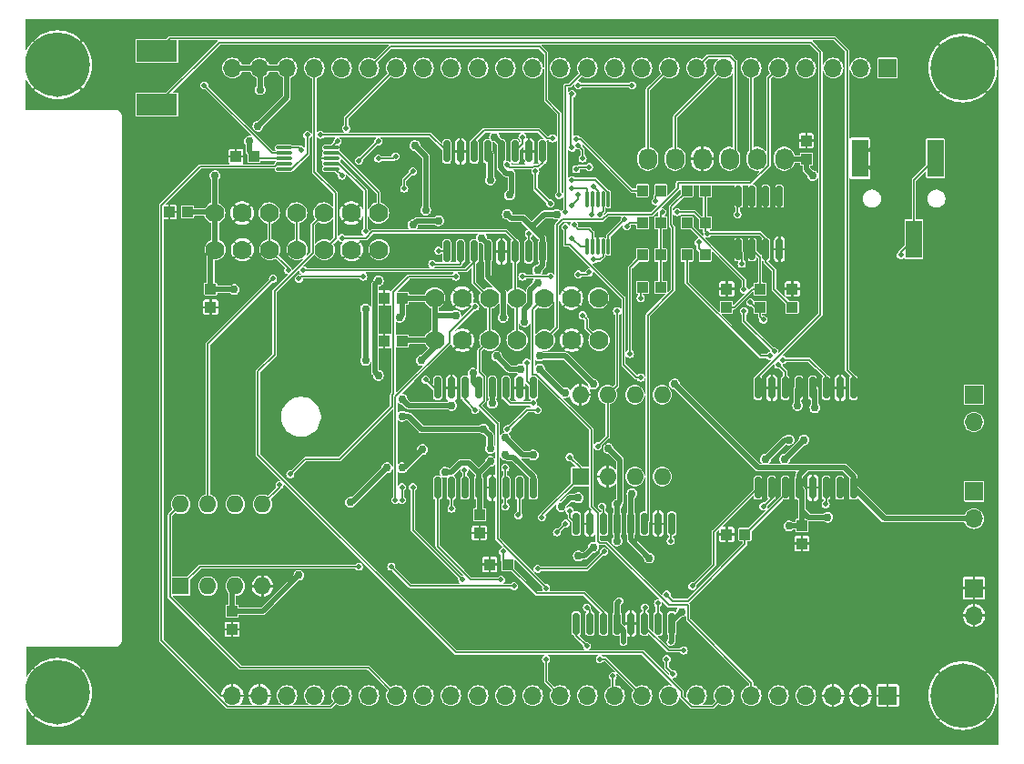
<source format=gbr>
%TF.GenerationSoftware,KiCad,Pcbnew,8.0.2*%
%TF.CreationDate,2024-09-30T18:20:34+03:00*%
%TF.ProjectId,board,626f6172-642e-46b6-9963-61645f706362,rev?*%
%TF.SameCoordinates,Original*%
%TF.FileFunction,Copper,L1,Top*%
%TF.FilePolarity,Positive*%
%FSLAX46Y46*%
G04 Gerber Fmt 4.6, Leading zero omitted, Abs format (unit mm)*
G04 Created by KiCad (PCBNEW 8.0.2) date 2024-09-30 18:20:34*
%MOMM*%
%LPD*%
G01*
G04 APERTURE LIST*
G04 Aperture macros list*
%AMRoundRect*
0 Rectangle with rounded corners*
0 $1 Rounding radius*
0 $2 $3 $4 $5 $6 $7 $8 $9 X,Y pos of 4 corners*
0 Add a 4 corners polygon primitive as box body*
4,1,4,$2,$3,$4,$5,$6,$7,$8,$9,$2,$3,0*
0 Add four circle primitives for the rounded corners*
1,1,$1+$1,$2,$3*
1,1,$1+$1,$4,$5*
1,1,$1+$1,$6,$7*
1,1,$1+$1,$8,$9*
0 Add four rect primitives between the rounded corners*
20,1,$1+$1,$2,$3,$4,$5,0*
20,1,$1+$1,$4,$5,$6,$7,0*
20,1,$1+$1,$6,$7,$8,$9,0*
20,1,$1+$1,$8,$9,$2,$3,0*%
G04 Aperture macros list end*
%TA.AperFunction,SMDPad,CuDef*%
%ADD10RoundRect,0.075000X0.650000X0.075000X-0.650000X0.075000X-0.650000X-0.075000X0.650000X-0.075000X0*%
%TD*%
%TA.AperFunction,SMDPad,CuDef*%
%ADD11R,1.000000X1.000000*%
%TD*%
%TA.AperFunction,SMDPad,CuDef*%
%ADD12RoundRect,0.150000X0.150000X-0.825000X0.150000X0.825000X-0.150000X0.825000X-0.150000X-0.825000X0*%
%TD*%
%TA.AperFunction,ComponentPad*%
%ADD13C,1.500000*%
%TD*%
%TA.AperFunction,ComponentPad*%
%ADD14C,6.000000*%
%TD*%
%TA.AperFunction,ComponentPad*%
%ADD15R,1.700000X1.700000*%
%TD*%
%TA.AperFunction,ComponentPad*%
%ADD16O,1.700000X1.700000*%
%TD*%
%TA.AperFunction,SMDPad,CuDef*%
%ADD17RoundRect,0.150000X0.150000X-0.875000X0.150000X0.875000X-0.150000X0.875000X-0.150000X-0.875000X0*%
%TD*%
%TA.AperFunction,SMDPad,CuDef*%
%ADD18R,1.500000X3.500000*%
%TD*%
%TA.AperFunction,ComponentPad*%
%ADD19C,1.778000*%
%TD*%
%TA.AperFunction,SMDPad,CuDef*%
%ADD20RoundRect,0.075000X0.075000X-0.650000X0.075000X0.650000X-0.075000X0.650000X-0.075000X-0.650000X0*%
%TD*%
%TA.AperFunction,ComponentPad*%
%ADD21R,1.600000X1.600000*%
%TD*%
%TA.AperFunction,ComponentPad*%
%ADD22O,1.600000X1.600000*%
%TD*%
%TA.AperFunction,SMDPad,CuDef*%
%ADD23R,3.800000X2.000000*%
%TD*%
%TA.AperFunction,ComponentPad*%
%ADD24O,1.727200X2.032000*%
%TD*%
%TA.AperFunction,ViaPad*%
%ADD25C,0.750000*%
%TD*%
%TA.AperFunction,ViaPad*%
%ADD26C,0.500000*%
%TD*%
%TA.AperFunction,Conductor*%
%ADD27C,0.500000*%
%TD*%
%TA.AperFunction,Conductor*%
%ADD28C,0.200000*%
%TD*%
G04 APERTURE END LIST*
D10*
%TO.P,U6,1,SEL1*%
%TO.N,MUX_SEL_1*%
X127200000Y-63000000D03*
%TO.P,U6,2,S1A*%
%TO.N,DDS1_out*%
X127200000Y-62500000D03*
%TO.P,U6,3,GND*%
%TO.N,GND*%
X127200000Y-62000000D03*
%TO.P,U6,4,S2A*%
%TO.N,DDS2_out*%
X127200000Y-61500000D03*
%TO.P,U6,5,SEL2*%
%TO.N,MUX_SEL_2*%
X127200000Y-61000000D03*
%TO.P,U6,6,D2*%
%TO.N,CH2_TOVOL*%
X122800000Y-61000000D03*
%TO.P,U6,7,S2B*%
%TO.N,PWM2*%
X122800000Y-61500000D03*
%TO.P,U6,8,Vdd*%
%TO.N,+5V*%
X122800000Y-62000000D03*
%TO.P,U6,9,S1B*%
%TO.N,PWM1*%
X122800000Y-62500000D03*
%TO.P,U6,10,D1*%
%TO.N,CH1_TOVOL*%
X122800000Y-63000000D03*
%TD*%
D11*
%TO.P,C13,1*%
%TO.N,+3.3V*%
X171400000Y-62050000D03*
%TO.P,C13,2*%
%TO.N,GND*%
X171400000Y-60350000D03*
%TD*%
D12*
%TO.P,U1,1,OUT_A*%
%TO.N,Net-(U1-OUT_A)*%
X165095000Y-70475000D03*
%TO.P,U1,2,INV_IN_A*%
%TO.N,Net-(U1-INV_IN_A)*%
X166365000Y-70475000D03*
%TO.P,U1,3,IN_A*%
%TO.N,Net-(U1-IN_A)*%
X167635000Y-70475000D03*
%TO.P,U1,4,GND*%
%TO.N,GND*%
X168905000Y-70475000D03*
%TO.P,U1,5,IN_B*%
%TO.N,unconnected-(U1-IN_B-Pad5)*%
X168905000Y-65525000D03*
%TO.P,U1,6,INV_IN_B*%
%TO.N,unconnected-(U1-INV_IN_B-Pad6)*%
X167635000Y-65525000D03*
%TO.P,U1,7,OUT_B*%
%TO.N,unconnected-(U1-OUT_B-Pad7)*%
X166365000Y-65525000D03*
%TO.P,U1,8,V+*%
%TO.N,+5V*%
X165095000Y-65525000D03*
%TD*%
D11*
%TO.P,C8,1*%
%TO.N,+5V*%
X171000000Y-96150000D03*
%TO.P,C8,2*%
%TO.N,GND*%
X171000000Y-97850000D03*
%TD*%
%TO.P,C15,1*%
%TO.N,+5V*%
X118000000Y-104150000D03*
%TO.P,C15,2*%
%TO.N,GND*%
X118000000Y-105850000D03*
%TD*%
%TO.P,R4,1*%
%TO.N,CH4_OUT*%
X156150000Y-74000000D03*
%TO.P,R4,2*%
%TO.N,Net-(U1-IN_A)*%
X157850000Y-74000000D03*
%TD*%
%TO.P,C2,1*%
%TO.N,+5V*%
X133850000Y-79000000D03*
%TO.P,C2,2*%
%TO.N,GND*%
X132150000Y-79000000D03*
%TD*%
%TO.P,C22,1*%
%TO.N,+5V*%
X113850000Y-67000000D03*
%TO.P,C22,2*%
%TO.N,GND*%
X112150000Y-67000000D03*
%TD*%
D13*
%TO.P,J4,1,Pin_1*%
%TO.N,GND*%
X183712184Y-53577958D03*
X184382184Y-51967958D03*
X184382184Y-55187958D03*
X185962184Y-51327958D03*
D14*
X185962184Y-53577958D03*
D13*
X185962184Y-55827958D03*
X187532184Y-51967958D03*
X187532184Y-55187958D03*
X188212184Y-53577958D03*
%TD*%
D15*
%TO.P,J6,1,Pin_1*%
%TO.N,P\u002C-5*%
X187000000Y-93000000D03*
D16*
%TO.P,J6,2,Pin_2*%
%TO.N,+5V*%
X187000000Y-95540000D03*
%TD*%
D17*
%TO.P,U10,1,ZCEN*%
%TO.N,ZCEN_3*%
X150000000Y-105300000D03*
%TO.P,U10,2,/CS*%
%TO.N,ATTEN_CS*%
X151270000Y-105300000D03*
%TO.P,U10,3,SDI*%
%TO.N,Analog_data_out2*%
X152540000Y-105300000D03*
%TO.P,U10,4,VD+*%
%TO.N,+5V*%
X153810000Y-105300000D03*
%TO.P,U10,5,DGND*%
%TO.N,GND*%
X155080000Y-105300000D03*
%TO.P,U10,6,SCLK*%
%TO.N,Analog_CLK*%
X156350000Y-105300000D03*
%TO.P,U10,7,SDO*%
%TO.N,Analog_data_out3*%
X157620000Y-105300000D03*
%TO.P,U10,8,/MUTE*%
%TO.N,+5V*%
X158890000Y-105300000D03*
%TO.P,U10,9,VinR*%
%TO.N,NOISE_TOVOL*%
X158890000Y-96000000D03*
%TO.P,U10,10,AGNDR*%
%TO.N,GND*%
X157620000Y-96000000D03*
%TO.P,U10,11,VoutR*%
%TO.N,NOISE_OUT*%
X156350000Y-96000000D03*
%TO.P,U10,12,Va+*%
%TO.N,P\u002C+15*%
X155080000Y-96000000D03*
%TO.P,U10,13,Va-*%
%TO.N,P\u002C-15*%
X153810000Y-96000000D03*
%TO.P,U10,14,VoutL*%
%TO.N,FILTER_FEEDBACK_OUT*%
X152540000Y-96000000D03*
%TO.P,U10,15,AGNDL*%
%TO.N,GND*%
X151270000Y-96000000D03*
%TO.P,U10,16,VinL*%
%TO.N,CH4_OUT*%
X150000000Y-96000000D03*
%TD*%
D18*
%TO.P,J5,1*%
%TO.N,Net-(U1-OUT_A)*%
X183400000Y-62000000D03*
%TO.P,J5,2*%
X181400000Y-69500000D03*
%TO.P,J5,3*%
%TO.N,GND*%
X176400000Y-62000000D03*
%TD*%
D11*
%TO.P,R9,1*%
%TO.N,Net-(U1-OUT_A)*%
X167100000Y-75850000D03*
%TO.P,R9,2*%
%TO.N,Net-(U1-INV_IN_A)*%
X167100000Y-74150000D03*
%TD*%
%TO.P,C6,1*%
%TO.N,+5V*%
X141000000Y-95150000D03*
%TO.P,C6,2*%
%TO.N,GND*%
X141000000Y-96850000D03*
%TD*%
%TO.P,R6,1*%
%TO.N,DAC_out1*%
X160300000Y-68000000D03*
%TO.P,R6,2*%
%TO.N,Net-(U1-IN_A)*%
X162000000Y-68000000D03*
%TD*%
%TO.P,R5,1*%
%TO.N,NOISE_OUT*%
X160300000Y-65000000D03*
%TO.P,R5,2*%
%TO.N,Net-(U1-IN_A)*%
X162000000Y-65000000D03*
%TD*%
D13*
%TO.P,J3,1,Pin_1*%
%TO.N,GND*%
X183710142Y-112000000D03*
X184380142Y-110390000D03*
X184380142Y-113610000D03*
X185960142Y-109750000D03*
D14*
X185960142Y-112000000D03*
D13*
X185960142Y-114250000D03*
X187530142Y-110390000D03*
X187530142Y-113610000D03*
X188210142Y-112000000D03*
%TD*%
D11*
%TO.P,R14,1*%
%TO.N,GND*%
X164000000Y-97000000D03*
%TO.P,R14,2*%
%TO.N,Analog_data_out3*%
X165700000Y-97000000D03*
%TD*%
%TO.P,R1,1*%
%TO.N,CH1_OUT*%
X156150000Y-65000000D03*
%TO.P,R1,2*%
%TO.N,Net-(U1-IN_A)*%
X157850000Y-65000000D03*
%TD*%
D17*
%TO.P,U8,1,ZCEN*%
%TO.N,ZCEN_1*%
X137955000Y-70650000D03*
%TO.P,U8,2,/CS*%
%TO.N,ATTEN_CS*%
X139225000Y-70650000D03*
%TO.P,U8,3,SDI*%
%TO.N,Analog_data*%
X140495000Y-70650000D03*
%TO.P,U8,4,VD+*%
%TO.N,+5V*%
X141765000Y-70650000D03*
%TO.P,U8,5,DGND*%
%TO.N,GND*%
X143035000Y-70650000D03*
%TO.P,U8,6,SCLK*%
%TO.N,Analog_CLK*%
X144305000Y-70650000D03*
%TO.P,U8,7,SDO*%
%TO.N,Analog_data_out1*%
X145575000Y-70650000D03*
%TO.P,U8,8,/MUTE*%
%TO.N,+5V*%
X146845000Y-70650000D03*
%TO.P,U8,9,VinR*%
%TO.N,CH2_TOVOL*%
X146845000Y-61350000D03*
%TO.P,U8,10,AGNDR*%
%TO.N,GND*%
X145575000Y-61350000D03*
%TO.P,U8,11,VoutR*%
%TO.N,CH2_OUT*%
X144305000Y-61350000D03*
%TO.P,U8,12,Va+*%
%TO.N,P\u002C+15*%
X143035000Y-61350000D03*
%TO.P,U8,13,Va-*%
%TO.N,P\u002C-15*%
X141765000Y-61350000D03*
%TO.P,U8,14,VoutL*%
%TO.N,CH1_OUT*%
X140495000Y-61350000D03*
%TO.P,U8,15,AGNDL*%
%TO.N,GND*%
X139225000Y-61350000D03*
%TO.P,U8,16,VinL*%
%TO.N,CH1_TOVOL*%
X137955000Y-61350000D03*
%TD*%
D19*
%TO.P,U3,1,Vcc*%
%TO.N,+5V*%
X136840000Y-75000000D03*
%TO.P,U3,2,DGND*%
%TO.N,GND*%
X139380000Y-75000000D03*
%TO.P,U3,3,SDATA*%
%TO.N,Analog_data*%
X141920000Y-75000000D03*
%TO.P,U3,4,SCLK*%
%TO.N,Analog_CLK*%
X144460000Y-75000000D03*
%TO.P,U3,5,FSYNC*%
%TO.N,CS_AD9833_3*%
X147000000Y-75000000D03*
%TO.P,U3,6,AGND*%
%TO.N,GND*%
X149540000Y-75000000D03*
%TO.P,U3,7,OUT*%
%TO.N,DDS3_out*%
X152080000Y-75000000D03*
%TD*%
D17*
%TO.P,U9,1,ZCEN*%
%TO.N,ZCEN_2*%
X137110000Y-92650000D03*
%TO.P,U9,2,/CS*%
%TO.N,ATTEN_CS*%
X138380000Y-92650000D03*
%TO.P,U9,3,SDI*%
%TO.N,Analog_data_out1*%
X139650000Y-92650000D03*
%TO.P,U9,4,VD+*%
%TO.N,+5V*%
X140920000Y-92650000D03*
%TO.P,U9,5,DGND*%
%TO.N,GND*%
X142190000Y-92650000D03*
%TO.P,U9,6,SCLK*%
%TO.N,Analog_CLK*%
X143460000Y-92650000D03*
%TO.P,U9,7,SDO*%
%TO.N,Analog_data_out2*%
X144730000Y-92650000D03*
%TO.P,U9,8,/MUTE*%
%TO.N,+5V*%
X146000000Y-92650000D03*
%TO.P,U9,9,VinR*%
%TO.N,CH4_TOVOL*%
X146000000Y-83350000D03*
%TO.P,U9,10,AGNDR*%
%TO.N,GND*%
X144730000Y-83350000D03*
%TO.P,U9,11,VoutR*%
%TO.N,CH4_TOFILT*%
X143460000Y-83350000D03*
%TO.P,U9,12,Va+*%
%TO.N,P\u002C+15*%
X142190000Y-83350000D03*
%TO.P,U9,13,Va-*%
%TO.N,P\u002C-15*%
X140920000Y-83350000D03*
%TO.P,U9,14,VoutL*%
%TO.N,CH3_OUT*%
X139650000Y-83350000D03*
%TO.P,U9,15,AGNDL*%
%TO.N,GND*%
X138380000Y-83350000D03*
%TO.P,U9,16,VinL*%
%TO.N,CH3_TOVOL*%
X137110000Y-83350000D03*
%TD*%
D13*
%TO.P,J5,1,Pin_1*%
%TO.N,GND*%
X99500142Y-111710000D03*
X100170142Y-110100000D03*
X100170142Y-113320000D03*
X101750142Y-109460000D03*
D14*
X101750142Y-111710000D03*
D13*
X101750142Y-113960000D03*
X103320142Y-110100000D03*
X103320142Y-113320000D03*
X104000142Y-111710000D03*
%TD*%
D15*
%TO.P,J8,1,Pin_1*%
%TO.N,P\u002C-15*%
X187000000Y-84000000D03*
D16*
%TO.P,J8,2,Pin_2*%
%TO.N,P\u002C+15*%
X187000000Y-86540000D03*
%TD*%
D20*
%TO.P,U7,1,SEL1*%
%TO.N,MUX_SEL_4*%
X151000000Y-70200000D03*
%TO.P,U7,2,S1A*%
%TO.N,PWM4*%
X151500000Y-70200000D03*
%TO.P,U7,3,GND*%
%TO.N,GND*%
X152000000Y-70200000D03*
%TO.P,U7,4,S2A*%
%TO.N,PWM3*%
X152500000Y-70200000D03*
%TO.P,U7,5,SEL2*%
%TO.N,MUX_SEL_3*%
X153000000Y-70200000D03*
%TO.P,U7,6,D2*%
%TO.N,CH3_TOVOL*%
X153000000Y-65800000D03*
%TO.P,U7,7,S2B*%
%TO.N,DDS3_out*%
X152500000Y-65800000D03*
%TO.P,U7,8,Vdd*%
%TO.N,+5V*%
X152000000Y-65800000D03*
%TO.P,U7,9,S1B*%
%TO.N,DDS4_out*%
X151500000Y-65800000D03*
%TO.P,U7,10,D1*%
%TO.N,CH4_TOVOL*%
X151000000Y-65800000D03*
%TD*%
D11*
%TO.P,R7,1*%
%TO.N,DAC_out2*%
X160300000Y-71000000D03*
%TO.P,R7,2*%
%TO.N,Net-(U1-IN_A)*%
X162000000Y-71000000D03*
%TD*%
D15*
%TO.P,J7,1,Pin_1*%
%TO.N,GND*%
X187000000Y-102000000D03*
D16*
%TO.P,J7,2,Pin_2*%
X187000000Y-104540000D03*
%TD*%
D11*
%TO.P,C5,1*%
%TO.N,+5V*%
X133850000Y-75000000D03*
%TO.P,C5,2*%
%TO.N,GND*%
X132150000Y-75000000D03*
%TD*%
%TO.P,R12,1*%
%TO.N,GND*%
X141950000Y-99800000D03*
%TO.P,R12,2*%
%TO.N,Analog_data_out2*%
X143650000Y-99800000D03*
%TD*%
%TO.P,R8,1*%
%TO.N,Net-(U1-INV_IN_A)*%
X164000000Y-75850000D03*
%TO.P,R8,2*%
%TO.N,GND*%
X164000000Y-74150000D03*
%TD*%
%TO.P,C3,1*%
%TO.N,+5V*%
X116000000Y-74150000D03*
%TO.P,C3,2*%
%TO.N,GND*%
X116000000Y-75850000D03*
%TD*%
D21*
%TO.P,U13,1,Vin*%
%TO.N,Net-(U13-Vin)*%
X150380000Y-91620000D03*
D22*
%TO.P,U13,2,GND*%
%TO.N,GND*%
X152920000Y-91620000D03*
%TO.P,U13,3,V-*%
%TO.N,P\u002C-5*%
X155460000Y-91620000D03*
%TO.P,U13,4,CLK_OUT*%
%TO.N,unconnected-(U13-CLK_OUT-Pad4)*%
X158000000Y-91620000D03*
%TO.P,U13,5,CLK_IN*%
%TO.N,FILT_CLK*%
X158000000Y-84000000D03*
%TO.P,U13,6,V+*%
%TO.N,+5V*%
X155460000Y-84000000D03*
%TO.P,U13,7,Vout*%
%TO.N,CH4_OUT*%
X152920000Y-84000000D03*
%TO.P,U13,8,Vos_ADJ*%
%TO.N,GND*%
X150380000Y-84000000D03*
%TD*%
D23*
%TO.P,J3,1,Input*%
%TO.N,DAC_tovol2*%
X111000000Y-57000000D03*
%TD*%
D11*
%TO.P,R3,1*%
%TO.N,CH3_OUT*%
X156150000Y-71000000D03*
%TO.P,R3,2*%
%TO.N,Net-(U1-IN_A)*%
X157850000Y-71000000D03*
%TD*%
D19*
%TO.P,U2,1,Vcc*%
%TO.N,+5V*%
X116380000Y-67080000D03*
%TO.P,U2,2,DGND*%
%TO.N,GND*%
X118920000Y-67080000D03*
%TO.P,U2,3,SDATA*%
%TO.N,Analog_data*%
X121460000Y-67080000D03*
%TO.P,U2,4,SCLK*%
%TO.N,Analog_CLK*%
X124000000Y-67080000D03*
%TO.P,U2,5,FSYNC*%
%TO.N,CS_AD9833_2*%
X126540000Y-67080000D03*
%TO.P,U2,6,AGND*%
%TO.N,GND*%
X129080000Y-67080000D03*
%TO.P,U2,7,OUT*%
%TO.N,DDS2_out*%
X131620000Y-67080000D03*
%TD*%
D11*
%TO.P,R10,1*%
%TO.N,Net-(U1-IN_A)*%
X170100000Y-75850000D03*
%TO.P,R10,2*%
%TO.N,GND*%
X170100000Y-74150000D03*
%TD*%
D24*
%TO.P,U12,1,VDD*%
%TO.N,+3.3V*%
X169350000Y-62031000D03*
%TO.P,U12,2,/CS*%
%TO.N,FLASH_CS*%
X166810000Y-62031000D03*
%TO.P,U12,3,DO*%
%TO.N,FLASH_MISO*%
X164270000Y-62031000D03*
%TO.P,U12,4,GND*%
%TO.N,GND*%
X161730000Y-62031000D03*
%TO.P,U12,5,SCLK*%
%TO.N,FLASH_CLK*%
X159190000Y-62031000D03*
%TO.P,U12,6,DI*%
%TO.N,FLASH_MOSI*%
X156650000Y-62031000D03*
%TD*%
D17*
%TO.P,U14,1,ZCEN*%
%TO.N,ZCEN_DAC*%
X166910000Y-92650000D03*
%TO.P,U14,2,/CS*%
%TO.N,ATTEN_CS*%
X168180000Y-92650000D03*
%TO.P,U14,3,SDI*%
%TO.N,Analog_data_out3*%
X169450000Y-92650000D03*
%TO.P,U14,4,VD+*%
%TO.N,+5V*%
X170720000Y-92650000D03*
%TO.P,U14,5,DGND*%
%TO.N,GND*%
X171990000Y-92650000D03*
%TO.P,U14,6,SCLK*%
%TO.N,Analog_CLK*%
X173260000Y-92650000D03*
%TO.P,U14,7,SDO*%
%TO.N,unconnected-(U14-SDO-Pad7)*%
X174530000Y-92650000D03*
%TO.P,U14,8,/MUTE*%
%TO.N,+5V*%
X175800000Y-92650000D03*
%TO.P,U14,9,VinR*%
%TO.N,DAC_tovol1*%
X175800000Y-83350000D03*
%TO.P,U14,10,AGNDR*%
%TO.N,GND*%
X174530000Y-83350000D03*
%TO.P,U14,11,VoutR*%
%TO.N,DAC_out1*%
X173260000Y-83350000D03*
%TO.P,U14,12,Va+*%
%TO.N,P\u002C+15*%
X171990000Y-83350000D03*
%TO.P,U14,13,Va-*%
%TO.N,P\u002C-15*%
X170720000Y-83350000D03*
%TO.P,U14,14,VoutL*%
%TO.N,DAC_out2*%
X169450000Y-83350000D03*
%TO.P,U14,15,AGNDL*%
%TO.N,GND*%
X168180000Y-83350000D03*
%TO.P,U14,16,VinL*%
%TO.N,DAC_tovol2*%
X166910000Y-83350000D03*
%TD*%
D23*
%TO.P,J4,1,Input*%
%TO.N,DAC_tovol1*%
X111000000Y-52000000D03*
%TD*%
D11*
%TO.P,C4,1*%
%TO.N,+5V*%
X120050000Y-61800000D03*
%TO.P,C4,2*%
%TO.N,GND*%
X118350000Y-61800000D03*
%TD*%
%TO.P,R2,1*%
%TO.N,CH2_OUT*%
X156150000Y-68000000D03*
%TO.P,R2,2*%
%TO.N,Net-(U1-IN_A)*%
X157850000Y-68000000D03*
%TD*%
D21*
%TO.P,U11,1,OUT*%
%TO.N,NOISE_TOVOL*%
X113200000Y-101810000D03*
D22*
%TO.P,U11,2,NC*%
%TO.N,unconnected-(U11-NC-Pad2)*%
X115740000Y-101810000D03*
%TO.P,U11,3,Vdd*%
%TO.N,+5V*%
X118280000Y-101810000D03*
%TO.P,U11,4,Vss*%
%TO.N,GND*%
X120820000Y-101810000D03*
%TO.P,U11,5,OUT_2/DATA_IN*%
%TO.N,NOISE_DI*%
X120820000Y-94190000D03*
%TO.P,U11,6,/CONTROL2*%
%TO.N,NOISE_CS*%
X118280000Y-94190000D03*
%TO.P,U11,7,CLK*%
%TO.N,NOISE_CLK*%
X115740000Y-94190000D03*
%TO.P,U11,8,/CONTROL1*%
%TO.N,NOISE_CLK_SEL*%
X113200000Y-94190000D03*
%TD*%
D15*
%TO.P,J1,1,Pin_1*%
%TO.N,GND*%
X178975142Y-112000000D03*
D16*
%TO.P,J1,2,Pin_2*%
X176435142Y-112000000D03*
%TO.P,J1,3,Pin_3*%
X173895142Y-112000000D03*
%TO.P,J1,4,Pin_4*%
%TO.N,/PA12{slash}usb_dp*%
X171355142Y-112000000D03*
%TO.P,J1,5,Pin_5*%
%TO.N,/PA11{slash}usb_dm*%
X168815142Y-112000000D03*
%TO.P,J1,6,Pin_6*%
%TO.N,CS_AD9833_3*%
X166275142Y-112000000D03*
%TO.P,J1,7,Pin_7*%
%TO.N,CS_AD9833_2*%
X163735142Y-112000000D03*
%TO.P,J1,8,Pin_8*%
%TO.N,/PA8(clock)*%
X161195142Y-112000000D03*
%TO.P,J1,9,Pin_9*%
%TO.N,ZCEN_DAC*%
X158655142Y-112000000D03*
%TO.P,J1,10,Pin_10*%
%TO.N,ZCEN_3*%
X156115142Y-112000000D03*
%TO.P,J1,11,Pin_11*%
%TO.N,ZCEN_2*%
X153575142Y-112000000D03*
%TO.P,J1,12,Pin_12*%
%TO.N,ZCEN_1*%
X151035142Y-112000000D03*
%TO.P,J1,13,Pin_13*%
%TO.N,Analog_data*%
X148495142Y-112000000D03*
%TO.P,J1,14,Pin_14*%
%TO.N,/PB14{slash}adc4_in4*%
X145955142Y-112000000D03*
%TO.P,J1,15,Pin_15*%
%TO.N,Analog_CLK*%
X143415142Y-112000000D03*
%TO.P,J1,16,Pin_16*%
%TO.N,/PB12{slash}adc4_in3*%
X140875142Y-112000000D03*
%TO.P,J1,17,Pin_17*%
%TO.N,/PB11*%
X138335142Y-112000000D03*
%TO.P,J1,18,Pin_18*%
%TO.N,/PB10*%
X135795142Y-112000000D03*
%TO.P,J1,19,Pin_19*%
%TO.N,NOISE_CLK_SEL*%
X133255142Y-112000000D03*
%TO.P,J1,20,Pin_20*%
%TO.N,PWM3*%
X130715142Y-112000000D03*
%TO.P,J1,21,Pin_21*%
%TO.N,PWM1*%
X128175142Y-112000000D03*
%TO.P,J1,22,Pin_22*%
%TO.N,/PC5{slash}adc2_in11*%
X125635142Y-112000000D03*
%TO.P,J1,23,Pin_23*%
%TO.N,/PC4{slash}adc2_in5*%
X123095142Y-112000000D03*
%TO.P,J1,24,Pin_24*%
%TO.N,GND*%
X120555142Y-112000000D03*
%TO.P,J1,25,Pin_25*%
X118015142Y-112000000D03*
%TD*%
D19*
%TO.P,U5,1,Vcc*%
%TO.N,+5V*%
X136880000Y-78920000D03*
%TO.P,U5,2,DGND*%
%TO.N,GND*%
X139420000Y-78920000D03*
%TO.P,U5,3,SDATA*%
%TO.N,Analog_data*%
X141960000Y-78920000D03*
%TO.P,U5,4,SCLK*%
%TO.N,Analog_CLK*%
X144500000Y-78920000D03*
%TO.P,U5,5,FSYNC*%
%TO.N,CS_AD9833_4*%
X147040000Y-78920000D03*
%TO.P,U5,6,AGND*%
%TO.N,GND*%
X149580000Y-78920000D03*
%TO.P,U5,7,OUT*%
%TO.N,DDS4_out*%
X152120000Y-78920000D03*
%TD*%
D13*
%TO.P,J2,1,Pin_1*%
%TO.N,GND*%
X104000142Y-53290000D03*
X103330142Y-54900000D03*
X103330142Y-51680000D03*
X101750142Y-55540000D03*
D14*
X101750142Y-53290000D03*
D13*
X101750142Y-51040000D03*
X100180142Y-54900000D03*
X100180142Y-51680000D03*
X99500142Y-53290000D03*
%TD*%
D15*
%TO.P,J2,1,Pin_1*%
%TO.N,+3.3V*%
X178975142Y-53580000D03*
D16*
%TO.P,J2,2,Pin_2*%
X176435142Y-53580000D03*
%TO.P,J2,3,Pin_3*%
X173895142Y-53580000D03*
%TO.P,J2,4,Pin_4*%
%TO.N,NOISE_CS*%
X171355142Y-53580000D03*
%TO.P,J2,5,Pin_5*%
%TO.N,CS_AD9833_4*%
X168815142Y-53580000D03*
%TO.P,J2,6,Pin_6*%
%TO.N,FLASH_CS*%
X166275142Y-53580000D03*
%TO.P,J2,7,Pin_7*%
%TO.N,FLASH_CLK*%
X163735142Y-53580000D03*
%TO.P,J2,8,Pin_8*%
%TO.N,FLASH_MISO*%
X161195142Y-53580000D03*
%TO.P,J2,9,Pin_9*%
%TO.N,FLASH_MOSI*%
X158655142Y-53580000D03*
%TO.P,J2,10,Pin_10*%
%TO.N,PWM2*%
X156115142Y-53580000D03*
%TO.P,J2,11,Pin_11*%
%TO.N,NOISE_CLK*%
X153575142Y-53580000D03*
%TO.P,J2,12,Pin_12*%
%TO.N,FILT_CLK*%
X151035142Y-53580000D03*
%TO.P,J2,13,Pin_13*%
%TO.N,NOISE_DI*%
X148495142Y-53580000D03*
%TO.P,J2,14,Pin_14*%
%TO.N,MUX_SEL_3*%
X145955142Y-53580000D03*
%TO.P,J2,15,Pin_15*%
%TO.N,MUX_SEL_4*%
X143415142Y-53580000D03*
%TO.P,J2,16,Pin_16*%
%TO.N,/PC1*%
X140875142Y-53580000D03*
%TO.P,J2,17,Pin_17*%
%TO.N,/PC2*%
X138335142Y-53580000D03*
%TO.P,J2,18,Pin_18*%
%TO.N,MUX_SEL_1*%
X135795142Y-53580000D03*
%TO.P,J2,19,Pin_19*%
%TO.N,MUX_SEL_2*%
X133255142Y-53580000D03*
%TO.P,J2,20,Pin_20*%
%TO.N,PWM4*%
X130715142Y-53580000D03*
%TO.P,J2,21,Pin_21*%
%TO.N,ATTEN_CS*%
X128175142Y-53580000D03*
%TO.P,J2,22,Pin_22*%
%TO.N,CS_AD9833_1*%
X125635142Y-53580000D03*
%TO.P,J2,23,Pin_23*%
%TO.N,+5V*%
X123095142Y-53580000D03*
%TO.P,J2,24,Pin_24*%
X120555142Y-53580000D03*
%TO.P,J2,25,Pin_25*%
X118015142Y-53580000D03*
%TD*%
D19*
%TO.P,U4,1,Vcc*%
%TO.N,+5V*%
X116420000Y-70500000D03*
%TO.P,U4,2,DGND*%
%TO.N,GND*%
X118960000Y-70500000D03*
%TO.P,U4,3,SDATA*%
%TO.N,Analog_data*%
X121500000Y-70500000D03*
%TO.P,U4,4,SCLK*%
%TO.N,Analog_CLK*%
X124040000Y-70500000D03*
%TO.P,U4,5,FSYNC*%
%TO.N,CS_AD9833_1*%
X126580000Y-70500000D03*
%TO.P,U4,6,AGND*%
%TO.N,GND*%
X129120000Y-70500000D03*
%TO.P,U4,7,OUT*%
%TO.N,DDS1_out*%
X131660000Y-70500000D03*
%TD*%
D25*
%TO.N,+3.3V*%
X172000000Y-63600000D03*
D26*
%TO.N,ZCEN_2*%
X143000000Y-101200000D03*
X153400000Y-110200000D03*
%TO.N,ZCEN_3*%
X151000000Y-107400000D03*
X152200000Y-108600000D03*
%TO.N,GND*%
X160200000Y-66200000D03*
X143000000Y-85000000D03*
X131000000Y-65600000D03*
X133800000Y-77800000D03*
X151600000Y-68200000D03*
X129400000Y-56000000D03*
X147000000Y-92200000D03*
X163200000Y-69600000D03*
X133800000Y-81400000D03*
D25*
X137800000Y-64000000D03*
D26*
X149200000Y-71800000D03*
X143600000Y-60000000D03*
X140000000Y-69400000D03*
X146000000Y-101400000D03*
X141000000Y-72800000D03*
X137600000Y-73600000D03*
X147600000Y-71200000D03*
X146800000Y-76800000D03*
X126600000Y-68600000D03*
X135400000Y-73800000D03*
X168800000Y-68800000D03*
X132000000Y-56200000D03*
X144800000Y-100200000D03*
X154600000Y-82200000D03*
X157400000Y-82400000D03*
X152600000Y-60200000D03*
X140000000Y-68200000D03*
X149400000Y-87400000D03*
X154600000Y-70400000D03*
X158400000Y-69200000D03*
X135600000Y-76800000D03*
X142600000Y-72200000D03*
X145000000Y-62200000D03*
X152800000Y-68400000D03*
X140000000Y-73800000D03*
%TO.N,MUX_SEL_2*%
X128600000Y-59200000D03*
X127800000Y-60400000D03*
%TO.N,PWM3*%
X151600000Y-71400000D03*
X133174997Y-93800000D03*
X151200000Y-72600000D03*
X150200000Y-72800000D03*
X147600000Y-73000000D03*
X140600000Y-75800000D03*
X145000000Y-73000000D03*
%TO.N,MUX_SEL_3*%
X155200000Y-55200000D03*
X150200000Y-55200000D03*
X154500000Y-67700000D03*
%TO.N,ZCEN_1*%
X134800000Y-92600000D03*
X137200000Y-70600000D03*
X139400000Y-101200000D03*
%TO.N,Analog_CLK*%
X128200000Y-69400000D03*
X143400000Y-94400000D03*
X160000000Y-107800000D03*
X156400000Y-103800000D03*
X173200000Y-94200000D03*
X143400000Y-90800000D03*
%TO.N,ZCEN_DAC*%
X159000000Y-110000000D03*
X158400000Y-108600000D03*
X160800000Y-101800000D03*
%TO.N,Analog_data*%
X123200000Y-72400000D03*
X147200000Y-108600000D03*
X147200000Y-102000000D03*
X124600000Y-72400000D03*
D25*
%TO.N,+5V*%
X159800000Y-104200000D03*
X118200000Y-74200000D03*
X135700000Y-89100000D03*
X141200000Y-69400000D03*
D26*
X154000000Y-103200000D03*
D25*
X138800000Y-76600000D03*
X146600000Y-80400000D03*
X145200000Y-77200000D03*
X116400000Y-63600000D03*
X143400000Y-89600000D03*
X133800000Y-90800000D03*
D26*
X150000000Y-63000000D03*
X165000000Y-67200000D03*
D25*
X146400000Y-72400000D03*
D26*
X149600000Y-66400000D03*
D25*
X148200000Y-67200000D03*
X169800000Y-96200000D03*
X173400000Y-95400000D03*
D26*
X154400000Y-107000000D03*
D25*
X135600000Y-80800000D03*
X129000000Y-94000000D03*
D26*
X151200000Y-62800000D03*
D25*
X124200000Y-100800000D03*
X120600000Y-55600000D03*
X120400000Y-59000000D03*
X137800000Y-91200000D03*
X143200000Y-76800000D03*
X143600000Y-67200000D03*
X132400000Y-90800000D03*
D26*
X158800000Y-107000000D03*
D25*
X146400000Y-73600000D03*
D26*
X151600000Y-64600000D03*
D25*
X142000000Y-90200000D03*
X119600000Y-60400000D03*
D26*
X150200000Y-65400000D03*
D25*
X133600000Y-76800000D03*
X151600000Y-83000000D03*
X159150000Y-83000000D03*
D26*
%TO.N,MUX_SEL_4*%
X149600000Y-61000000D03*
X147600000Y-66200000D03*
X149600000Y-69400000D03*
X149600000Y-56000000D03*
X146200000Y-63200000D03*
%TO.N,MUX_SEL_1*%
X129800000Y-62200000D03*
X131600000Y-60400000D03*
X128200000Y-63600000D03*
%TO.N,FILT_CLK*%
X149000000Y-68400000D03*
X156000000Y-82400000D03*
X149000000Y-67000000D03*
%TO.N,PWM4*%
X148400000Y-65400000D03*
X149800000Y-68200000D03*
%TO.N,ATTEN_CS*%
X136600000Y-71800000D03*
X138400000Y-94600000D03*
X133800000Y-93800000D03*
X133800000Y-92600000D03*
X151000000Y-103800000D03*
X167400000Y-94400000D03*
%TO.N,NOISE_CLK*%
X134000000Y-64800000D03*
X130200000Y-73000000D03*
X124200000Y-73200000D03*
X121800000Y-73200000D03*
X134800000Y-63200000D03*
%TO.N,NOISE_DI*%
X138800000Y-73000000D03*
X123400000Y-91400000D03*
X122400000Y-92400000D03*
%TO.N,PWM2*%
X115400000Y-55200000D03*
%TO.N,Net-(U1-OUT_A)*%
X166200000Y-75400000D03*
X167400000Y-77000000D03*
X165400000Y-71800000D03*
X180200000Y-71000000D03*
D25*
%TO.N,P\u002C-15*%
X138400000Y-85000000D03*
X153800000Y-97600000D03*
X144800000Y-81600000D03*
X150200000Y-99000000D03*
X170600000Y-85000000D03*
X151600000Y-98200000D03*
X140400000Y-82000000D03*
X142600000Y-80400000D03*
X146600000Y-81600000D03*
X142000000Y-64000000D03*
X131600000Y-73400000D03*
X153000000Y-89000000D03*
X134800000Y-68200000D03*
X133800000Y-84400000D03*
X167600000Y-90000000D03*
X137200000Y-67800000D03*
X169800000Y-88200000D03*
X153800000Y-94200000D03*
X131600000Y-82200000D03*
X149000000Y-83800000D03*
%TO.N,P\u002C+15*%
X142200000Y-84800000D03*
X169400000Y-90000000D03*
X171200000Y-88200000D03*
X148600000Y-94400000D03*
X141400000Y-87200000D03*
X142400000Y-60000000D03*
X156800000Y-99200000D03*
X130400000Y-80800000D03*
X143400000Y-88000000D03*
X135000000Y-60800000D03*
X146000000Y-89600000D03*
X155200000Y-93200000D03*
X143800000Y-65400000D03*
X130400000Y-76000000D03*
X142000000Y-89000000D03*
X172200000Y-85200000D03*
X133800000Y-86000000D03*
X136000000Y-66800000D03*
X150200000Y-93600000D03*
D26*
%TO.N,CH1_OUT*%
X150000000Y-60200000D03*
X147800000Y-60125000D03*
%TO.N,Net-(U1-IN_A)*%
X161400000Y-69800000D03*
X157400000Y-66000000D03*
X158000000Y-67000000D03*
X162200000Y-69000000D03*
X159400000Y-67000000D03*
%TO.N,CH2_OUT*%
X150600000Y-62000000D03*
X150200000Y-60800000D03*
X145000000Y-60000000D03*
X154700000Y-68300000D03*
%TO.N,CH3_OUT*%
X143600000Y-87200000D03*
X155000000Y-80200000D03*
X146400000Y-85400000D03*
X140600000Y-85400000D03*
%TO.N,CH4_OUT*%
X153800000Y-76200000D03*
X149400000Y-94800000D03*
X152000000Y-88800000D03*
X156000000Y-75000000D03*
%TO.N,DAC_out1*%
X169241943Y-80758057D03*
X168441943Y-79958057D03*
X165600000Y-74200000D03*
X165600000Y-76200000D03*
%TO.N,DAC_out2*%
X168000000Y-80400000D03*
X168800000Y-81200000D03*
%TO.N,Analog_data_out1*%
X145600000Y-69000000D03*
X139600000Y-91000000D03*
%TO.N,Analog_data_out2*%
X144600000Y-95200000D03*
X143200000Y-98600000D03*
%TO.N,Net-(U13-Vin)*%
X146800000Y-95400000D03*
X149400000Y-89800000D03*
%TO.N,FILTER_FEEDBACK_OUT*%
X148200000Y-96800000D03*
X149000000Y-96000000D03*
X152400000Y-94400000D03*
%TO.N,Analog_data_out3*%
X158400000Y-102600000D03*
X157600000Y-103400000D03*
%TO.N,CH4_TOFILT*%
X146000000Y-84800000D03*
%TO.N,DDS3_out*%
X152200000Y-67200000D03*
%TO.N,DDS1_out*%
X130400000Y-68800000D03*
%TO.N,DDS4_out*%
X150600000Y-76600000D03*
X151400000Y-67200000D03*
%TO.N,CH2_TOVOL*%
X143600000Y-62600000D03*
X124400000Y-61200000D03*
X131600000Y-62000000D03*
X133200000Y-61800000D03*
%TO.N,CH1_TOVOL*%
X126200000Y-59800000D03*
X125000000Y-59800000D03*
%TO.N,CH3_TOVOL*%
X149600000Y-64000000D03*
X136000000Y-82600000D03*
%TO.N,CH4_TOVOL*%
X149600000Y-64800000D03*
X145400000Y-81000000D03*
%TO.N,NOISE_TOVOL*%
X132800000Y-100000000D03*
X129800000Y-100000000D03*
X146400000Y-100200000D03*
X144200000Y-101800000D03*
X158800000Y-97600000D03*
X152600000Y-98600000D03*
%TD*%
D27*
%TO.N,+3.3V*%
X171400000Y-63000000D02*
X172000000Y-63600000D01*
X171400000Y-62050000D02*
X169369000Y-62050000D01*
X169369000Y-62050000D02*
X169350000Y-62031000D01*
X171400000Y-62050000D02*
X171400000Y-63000000D01*
D28*
%TO.N,ZCEN_2*%
X153400000Y-110200000D02*
X153400000Y-111824858D01*
X137110000Y-98110000D02*
X140200000Y-101200000D01*
X137110000Y-92650000D02*
X137110000Y-98110000D01*
X153400000Y-111824858D02*
X153575142Y-112000000D01*
X140200000Y-101200000D02*
X143000000Y-101200000D01*
%TO.N,CS_AD9833_3*%
X145951000Y-82125000D02*
X146299130Y-82125000D01*
X147000000Y-75000000D02*
X145951000Y-76049000D01*
X146299130Y-82125000D02*
X151400000Y-87225870D01*
X160400000Y-104922777D02*
X166275142Y-110797919D01*
X152200000Y-97800000D02*
X152815870Y-97800000D01*
X152000000Y-97600000D02*
X152200000Y-97800000D01*
X160400000Y-103600000D02*
X160400000Y-104922777D01*
X151400000Y-87225870D02*
X151400000Y-94400000D01*
X151400000Y-94400000D02*
X152000000Y-95000000D01*
X152000000Y-95000000D02*
X152000000Y-97600000D01*
X158615870Y-103600000D02*
X160400000Y-103600000D01*
X145951000Y-76049000D02*
X145951000Y-82125000D01*
X166275142Y-110797919D02*
X166275142Y-112000000D01*
X152815870Y-97800000D02*
X158615870Y-103600000D01*
%TO.N,ZCEN_3*%
X151000000Y-107400000D02*
X150000000Y-106400000D01*
X152715142Y-108600000D02*
X152200000Y-108600000D01*
X150000000Y-106400000D02*
X150000000Y-105300000D01*
X156115142Y-112000000D02*
X152715142Y-108600000D01*
%TO.N,MUX_SEL_2*%
X127200000Y-61000000D02*
X127800000Y-60400000D01*
X128600000Y-59200000D02*
X128600000Y-58235142D01*
X128600000Y-58235142D02*
X133255142Y-53580000D01*
%TO.N,NOISE_CLK_SEL*%
X112200000Y-95190000D02*
X112200000Y-102810000D01*
X113200000Y-94190000D02*
X112200000Y-95190000D01*
X130655142Y-109400000D02*
X133255142Y-112000000D01*
X118790000Y-109400000D02*
X130655142Y-109400000D01*
X112200000Y-102810000D02*
X118790000Y-109400000D01*
%TO.N,PWM3*%
X151000000Y-72800000D02*
X150200000Y-72800000D01*
X151600000Y-71400000D02*
X152200000Y-71400000D01*
X152500000Y-71100000D02*
X152500000Y-70200000D01*
X138200000Y-78200000D02*
X140600000Y-75800000D01*
X151200000Y-72600000D02*
X151000000Y-72800000D01*
X138200000Y-79140079D02*
X138200000Y-78200000D01*
X152200000Y-71400000D02*
X152500000Y-71100000D01*
X133174997Y-93800000D02*
X133174997Y-84165082D01*
X133174997Y-84165082D02*
X138200000Y-79140079D01*
X145000000Y-73000000D02*
X147600000Y-73000000D01*
%TO.N,MUX_SEL_3*%
X154500000Y-67700000D02*
X153000000Y-69200000D01*
X155200000Y-55200000D02*
X150200000Y-55200000D01*
X153000000Y-69200000D02*
X153000000Y-70200000D01*
%TO.N,ZCEN_1*%
X134800000Y-96600000D02*
X139400000Y-101200000D01*
X137955000Y-70650000D02*
X137250000Y-70650000D01*
X137250000Y-70650000D02*
X137200000Y-70600000D01*
X134800000Y-92600000D02*
X134800000Y-96600000D01*
%TO.N,Analog_CLK*%
X130471752Y-69400000D02*
X128200000Y-69400000D01*
X143400000Y-90800000D02*
X143400000Y-92590000D01*
X131071752Y-68800000D02*
X130471752Y-69400000D01*
X144305000Y-69625001D02*
X143479999Y-68800000D01*
X144305000Y-74845000D02*
X144460000Y-75000000D01*
X143400000Y-92710000D02*
X143460000Y-92650000D01*
X144305000Y-70650000D02*
X144305000Y-74845000D01*
X144460000Y-75000000D02*
X144460000Y-78880000D01*
X156350000Y-105300000D02*
X156350000Y-105554130D01*
X173260000Y-94140000D02*
X173200000Y-94200000D01*
X143400000Y-92590000D02*
X143460000Y-92650000D01*
X124040000Y-67120000D02*
X124000000Y-67080000D01*
X143400000Y-94400000D02*
X143400000Y-92710000D01*
X156350000Y-103850000D02*
X156400000Y-103800000D01*
X144460000Y-78880000D02*
X144500000Y-78920000D01*
X158595870Y-107800000D02*
X160000000Y-107800000D01*
X173260000Y-92650000D02*
X173260000Y-94140000D01*
X143479999Y-68800000D02*
X131071752Y-68800000D01*
X124040000Y-70500000D02*
X124040000Y-67120000D01*
X156350000Y-105554130D02*
X158595870Y-107800000D01*
X144305000Y-70650000D02*
X144305000Y-69625001D01*
X156350000Y-105300000D02*
X156350000Y-103850000D01*
%TO.N,FLASH_CS*%
X166275142Y-61496142D02*
X166810000Y-62031000D01*
X166275142Y-53580000D02*
X166275142Y-61496142D01*
%TO.N,PWM1*%
X127125142Y-113050000D02*
X117580217Y-113050000D01*
X111400000Y-106869783D02*
X111400000Y-66350000D01*
X121942006Y-62742006D02*
X122184012Y-62500000D01*
X128175142Y-112000000D02*
X127125142Y-113050000D01*
X117580217Y-113050000D02*
X111400000Y-106869783D01*
X111400000Y-66350000D02*
X115007994Y-62742006D01*
X122184012Y-62500000D02*
X122800000Y-62500000D01*
X115007994Y-62742006D02*
X121942006Y-62742006D01*
%TO.N,ZCEN_DAC*%
X166910000Y-92650000D02*
X162800000Y-96760000D01*
X162800000Y-96760000D02*
X162800000Y-99800000D01*
X158400000Y-109400000D02*
X159000000Y-110000000D01*
X162800000Y-99800000D02*
X160800000Y-101800000D01*
X158400000Y-108600000D02*
X158400000Y-109400000D01*
%TO.N,CS_AD9833_2*%
X120400000Y-89600000D02*
X120400000Y-81800000D01*
X125491000Y-70800000D02*
X125491000Y-68129000D01*
X138800000Y-108000000D02*
X120400000Y-89600000D01*
X125491000Y-68129000D02*
X126540000Y-67080000D01*
X163735142Y-112000000D02*
X162685142Y-113050000D01*
X156200000Y-108000000D02*
X138800000Y-108000000D01*
X120400000Y-81800000D02*
X121955142Y-80244858D01*
X159800000Y-111600000D02*
X156200000Y-108000000D01*
X121955142Y-80244858D02*
X121955142Y-74335858D01*
X160760217Y-113050000D02*
X159800000Y-112089783D01*
X159800000Y-112089783D02*
X159800000Y-111600000D01*
X162685142Y-113050000D02*
X160760217Y-113050000D01*
X121955142Y-74335858D02*
X125491000Y-70800000D01*
%TO.N,Analog_data*%
X147200000Y-101950000D02*
X143675000Y-98425000D01*
X141000000Y-85000000D02*
X141420000Y-84580000D01*
X147200000Y-108600000D02*
X147200000Y-110704858D01*
X143675000Y-98403248D02*
X142690000Y-97418248D01*
X147200000Y-102000000D02*
X147200000Y-101950000D01*
X123200000Y-72200000D02*
X121500000Y-70500000D01*
X121460000Y-67080000D02*
X121460000Y-70460000D01*
X142690000Y-86690000D02*
X141000000Y-85000000D01*
X141420000Y-82325870D02*
X141000000Y-81905870D01*
X141420000Y-84580000D02*
X141420000Y-82325870D01*
X140495000Y-73575000D02*
X140495000Y-70650000D01*
X143675000Y-98425000D02*
X143675000Y-98403248D01*
X140495000Y-71674999D02*
X139769999Y-72400000D01*
X141000000Y-79880000D02*
X141960000Y-78920000D01*
X140495000Y-70650000D02*
X140495000Y-71674999D01*
X147200000Y-110704858D02*
X148495142Y-112000000D01*
X139769999Y-72400000D02*
X124600000Y-72400000D01*
X141920000Y-78880000D02*
X141960000Y-78920000D01*
X123200000Y-72400000D02*
X123200000Y-72200000D01*
X141920000Y-75000000D02*
X141920000Y-78880000D01*
X141000000Y-81905870D02*
X141000000Y-79880000D01*
X142690000Y-97418248D02*
X142690000Y-86690000D01*
X141920000Y-75000000D02*
X140495000Y-73575000D01*
X121460000Y-70460000D02*
X121500000Y-70500000D01*
D27*
%TO.N,+5V*%
X120850000Y-104150000D02*
X124200000Y-100800000D01*
X146000000Y-91625001D02*
X146000000Y-92650000D01*
X146400000Y-73600000D02*
X145699000Y-74301000D01*
X146845000Y-71955000D02*
X146400000Y-72400000D01*
X154400000Y-105890000D02*
X153810000Y-105300000D01*
X154400000Y-107000000D02*
X154400000Y-105890000D01*
X187000000Y-95540000D02*
X178690000Y-95540000D01*
X173400000Y-95400000D02*
X171600000Y-95400000D01*
X143600000Y-89800000D02*
X144174999Y-89800000D01*
X120600000Y-55600000D02*
X120600000Y-53624858D01*
X145841942Y-68358058D02*
X147000000Y-67200000D01*
X116420000Y-67120000D02*
X116380000Y-67080000D01*
X123095142Y-53580000D02*
X123095142Y-56304858D01*
X116050000Y-74200000D02*
X116000000Y-74150000D01*
X118200000Y-74200000D02*
X116050000Y-74200000D01*
D28*
X151200000Y-62800000D02*
X150200000Y-62800000D01*
D27*
X166950000Y-90800000D02*
X159150000Y-83000000D01*
X145699000Y-74301000D02*
X145699000Y-75513211D01*
X141765000Y-69965000D02*
X141200000Y-69400000D01*
D28*
X150200000Y-65400000D02*
X150200000Y-65800000D01*
D27*
X169800000Y-96200000D02*
X170950000Y-96200000D01*
X158890000Y-106910000D02*
X158800000Y-107000000D01*
X158890000Y-105300000D02*
X158890000Y-106910000D01*
D28*
X165000000Y-65620000D02*
X165095000Y-65525000D01*
D27*
X119600000Y-61350000D02*
X120050000Y-61800000D01*
X129000000Y-94000000D02*
X129200000Y-94000000D01*
X136880000Y-79520000D02*
X135600000Y-80800000D01*
D28*
X150200000Y-62800000D02*
X150000000Y-63000000D01*
D27*
X134000000Y-90800000D02*
X135700000Y-89100000D01*
X151600000Y-83000000D02*
X149000000Y-80400000D01*
X147000000Y-67200000D02*
X148200000Y-67200000D01*
X143400000Y-89600000D02*
X143600000Y-89800000D01*
X118000000Y-102090000D02*
X118280000Y-101810000D01*
X139225000Y-90375000D02*
X140015000Y-90375000D01*
X136880000Y-75040000D02*
X136840000Y-75000000D01*
X140920000Y-92650000D02*
X140920000Y-91280000D01*
X136880000Y-78920000D02*
X136880000Y-79520000D01*
X116000000Y-74150000D02*
X116000000Y-70920000D01*
X140015000Y-90375000D02*
X140920000Y-91280000D01*
X174974999Y-90800000D02*
X175800000Y-91625001D01*
X170950000Y-96200000D02*
X171000000Y-96150000D01*
X144174999Y-89800000D02*
X146000000Y-91625001D01*
X153810000Y-105300000D02*
X153810000Y-103390000D01*
X133850000Y-76550000D02*
X133600000Y-76800000D01*
X133930000Y-78920000D02*
X133850000Y-79000000D01*
X170720000Y-92650000D02*
X170720000Y-91480000D01*
X116420000Y-70500000D02*
X116420000Y-67120000D01*
X118000000Y-104150000D02*
X118000000Y-102090000D01*
X145083884Y-67600000D02*
X145841942Y-68358058D01*
X123095142Y-56304858D02*
X120400000Y-59000000D01*
X118000000Y-104150000D02*
X120850000Y-104150000D01*
X133800000Y-90800000D02*
X134000000Y-90800000D01*
X141000000Y-92730000D02*
X140920000Y-92650000D01*
D28*
X120250000Y-62000000D02*
X120050000Y-61800000D01*
D27*
X153810000Y-103390000D02*
X154000000Y-103200000D01*
X141000000Y-95150000D02*
X141000000Y-92730000D01*
X175800000Y-91625001D02*
X175800000Y-92650000D01*
X171400000Y-90800000D02*
X174974999Y-90800000D01*
X120555142Y-53580000D02*
X118015142Y-53580000D01*
X116380000Y-63620000D02*
X116400000Y-63600000D01*
X141765000Y-70650000D02*
X141765000Y-73030789D01*
X129200000Y-94000000D02*
X132400000Y-90800000D01*
X171000000Y-96150000D02*
X171000000Y-94800000D01*
X136880000Y-76600000D02*
X136880000Y-75040000D01*
X146845000Y-70650000D02*
X146845000Y-71955000D01*
X141765000Y-70650000D02*
X141765000Y-69965000D01*
X138800000Y-76600000D02*
X136880000Y-76600000D01*
X144000000Y-67600000D02*
X145083884Y-67600000D01*
D28*
X165000000Y-67200000D02*
X165000000Y-65620000D01*
D27*
X137800000Y-91200000D02*
X138400000Y-91200000D01*
X136880000Y-78920000D02*
X133930000Y-78920000D01*
D28*
X152000000Y-65800000D02*
X152000000Y-65000000D01*
D27*
X171000000Y-94800000D02*
X171000000Y-92930000D01*
X145699000Y-75513211D02*
X145200000Y-76012211D01*
X178690000Y-95540000D02*
X175800000Y-92650000D01*
X116300000Y-67000000D02*
X116380000Y-67080000D01*
X138400000Y-91200000D02*
X139225000Y-90375000D01*
X120555142Y-53580000D02*
X123095142Y-53580000D01*
X171600000Y-95400000D02*
X171000000Y-94800000D01*
X158890000Y-105300000D02*
X158890000Y-105110000D01*
X171400000Y-90800000D02*
X166950000Y-90800000D01*
X140920000Y-91280000D02*
X142000000Y-90200000D01*
X116000000Y-70920000D02*
X116420000Y-70500000D01*
X170720000Y-91480000D02*
X171400000Y-90800000D01*
X120600000Y-53624858D02*
X120555142Y-53580000D01*
X133850000Y-75000000D02*
X133850000Y-76550000D01*
X136840000Y-75000000D02*
X133850000Y-75000000D01*
X136880000Y-78920000D02*
X136880000Y-76600000D01*
X119600000Y-60400000D02*
X119600000Y-61350000D01*
X143600000Y-67200000D02*
X144000000Y-67600000D01*
X116380000Y-67080000D02*
X116380000Y-63620000D01*
D28*
X152000000Y-65000000D02*
X151600000Y-64600000D01*
D27*
X141765000Y-73030789D02*
X143200000Y-74465789D01*
D28*
X122800000Y-62000000D02*
X120250000Y-62000000D01*
X150200000Y-65800000D02*
X149600000Y-66400000D01*
D27*
X145841942Y-68358058D02*
X146845000Y-69361116D01*
X145200000Y-76012211D02*
X145200000Y-77200000D01*
X113850000Y-67000000D02*
X116300000Y-67000000D01*
X146600000Y-80400000D02*
X149000000Y-80400000D01*
X143200000Y-74465789D02*
X143200000Y-76800000D01*
X146845000Y-69361116D02*
X146845000Y-70650000D01*
X158890000Y-105110000D02*
X159800000Y-104200000D01*
X171000000Y-92930000D02*
X170720000Y-92650000D01*
D28*
%TO.N,MUX_SEL_4*%
X146200000Y-64800000D02*
X146200000Y-63200000D01*
X147600000Y-66200000D02*
X146200000Y-64800000D01*
X149600000Y-61000000D02*
X149525000Y-60925000D01*
X150400000Y-70200000D02*
X149600000Y-69400000D01*
X149525000Y-56075000D02*
X149600000Y-56000000D01*
X149525000Y-60925000D02*
X149525000Y-56075000D01*
X151000000Y-70200000D02*
X150400000Y-70200000D01*
%TO.N,MUX_SEL_1*%
X129800000Y-62200000D02*
X131600000Y-60400000D01*
X127200000Y-63000000D02*
X127600000Y-63000000D01*
X127600000Y-63000000D02*
X128200000Y-63600000D01*
%TO.N,FLASH_MISO*%
X164270000Y-62031000D02*
X164785142Y-61515858D01*
X164330000Y-52530000D02*
X162245142Y-52530000D01*
X162245142Y-52530000D02*
X161195142Y-53580000D01*
X164785142Y-61515858D02*
X164785142Y-52985142D01*
X164785142Y-52985142D02*
X164330000Y-52530000D01*
%TO.N,FILT_CLK*%
X149000000Y-55215142D02*
X149000000Y-67000000D01*
X149400000Y-70000000D02*
X149000000Y-70000000D01*
X154400000Y-75000000D02*
X154400000Y-81200000D01*
X149400000Y-70000000D02*
X154400000Y-75000000D01*
X149000000Y-68400000D02*
X149000000Y-70000000D01*
X149400000Y-55215142D02*
X149000000Y-55215142D01*
X155600000Y-82400000D02*
X156000000Y-82400000D01*
X154400000Y-81200000D02*
X155600000Y-82400000D01*
X151035142Y-53580000D02*
X149400000Y-55215142D01*
%TO.N,CS_AD9833_1*%
X126580000Y-70500000D02*
X127629000Y-69451000D01*
X127629000Y-69451000D02*
X127629000Y-65229000D01*
X127629000Y-65229000D02*
X125635142Y-63235142D01*
X125635142Y-63235142D02*
X125635142Y-53580000D01*
%TO.N,FLASH_CLK*%
X159190000Y-59210000D02*
X159190000Y-62031000D01*
X163735142Y-53580000D02*
X159200000Y-58115142D01*
X159200000Y-58115142D02*
X159200000Y-59200000D01*
X159200000Y-59200000D02*
X159190000Y-59210000D01*
%TO.N,PWM4*%
X146600000Y-51600000D02*
X132695142Y-51600000D01*
X148400000Y-65400000D02*
X148400000Y-57800000D01*
X151200000Y-68600000D02*
X151500000Y-68900000D01*
X147200000Y-52200000D02*
X146600000Y-51600000D01*
X149800000Y-68200000D02*
X150200000Y-68600000D01*
X151500000Y-68900000D02*
X151500000Y-70200000D01*
X147200000Y-56600000D02*
X147200000Y-52200000D01*
X148400000Y-57800000D02*
X147200000Y-56600000D01*
X132695142Y-51600000D02*
X130715142Y-53580000D01*
X150200000Y-68600000D02*
X151200000Y-68600000D01*
%TO.N,CS_AD9833_4*%
X159450000Y-64800000D02*
X157050000Y-67200000D01*
X152935876Y-67200000D02*
X152460876Y-67675000D01*
X148725000Y-67675000D02*
X148200000Y-68200000D01*
X159450000Y-64300000D02*
X159450000Y-64800000D01*
X148200000Y-68200000D02*
X148200000Y-77760000D01*
X152460876Y-67675000D02*
X148725000Y-67675000D01*
X148200000Y-77760000D02*
X147040000Y-78920000D01*
X167873600Y-62623958D02*
X166197558Y-64300000D01*
X157050000Y-67200000D02*
X152935876Y-67200000D01*
X168815142Y-53580000D02*
X167873600Y-54521542D01*
X167873600Y-54521542D02*
X167873600Y-62623958D01*
X166197558Y-64300000D02*
X159450000Y-64300000D01*
%TO.N,ATTEN_CS*%
X151270000Y-104070000D02*
X151000000Y-103800000D01*
X136875000Y-71875000D02*
X139125000Y-71875000D01*
X167400000Y-94400000D02*
X168180000Y-93620000D01*
X133800000Y-92600000D02*
X133800000Y-93800000D01*
X136800000Y-71800000D02*
X136875000Y-71875000D01*
X168180000Y-93620000D02*
X168180000Y-92650000D01*
X139125000Y-71875000D02*
X139225000Y-71775000D01*
X139225000Y-71775000D02*
X139225000Y-70650000D01*
X138400000Y-94600000D02*
X138400000Y-92670000D01*
X151270000Y-105300000D02*
X151270000Y-104070000D01*
X136600000Y-71800000D02*
X136800000Y-71800000D01*
X138400000Y-92670000D02*
X138380000Y-92650000D01*
%TO.N,FLASH_MOSI*%
X158655142Y-53580000D02*
X156650000Y-55585142D01*
X156650000Y-55585142D02*
X156650000Y-62031000D01*
%TO.N,NOISE_CLK*%
X115740000Y-79260000D02*
X121800000Y-73200000D01*
X115740000Y-94190000D02*
X115740000Y-79260000D01*
X124400000Y-73000000D02*
X130200000Y-73000000D01*
X124200000Y-73200000D02*
X124400000Y-73000000D01*
X134000000Y-64000000D02*
X134800000Y-63200000D01*
X134000000Y-64800000D02*
X134000000Y-64000000D01*
%TO.N,NOISE_DI*%
X122400000Y-92400000D02*
X122400000Y-92610000D01*
X128000000Y-90000000D02*
X124800000Y-90000000D01*
X134400000Y-73000000D02*
X133000000Y-74400000D01*
X133000000Y-74400000D02*
X133000000Y-83915815D01*
X133000000Y-83915815D02*
X132874997Y-84040818D01*
X138800000Y-73000000D02*
X134400000Y-73000000D01*
X122400000Y-92610000D02*
X120820000Y-94190000D01*
X132874997Y-85125003D02*
X128000000Y-90000000D01*
X132874997Y-84040818D02*
X132874997Y-85125003D01*
X124800000Y-90000000D02*
X123400000Y-91400000D01*
%TO.N,PWM2*%
X121700000Y-61500000D02*
X115400000Y-55200000D01*
X122800000Y-61500000D02*
X121700000Y-61500000D01*
%TO.N,DAC_tovol2*%
X171800000Y-51200000D02*
X172700000Y-52100000D01*
X172700000Y-76535001D02*
X166910000Y-82325001D01*
X111000000Y-57000000D02*
X116800000Y-51200000D01*
X172700000Y-52100000D02*
X172700000Y-76535001D01*
X116800000Y-51200000D02*
X171800000Y-51200000D01*
X166910000Y-82325001D02*
X166910000Y-83350000D01*
%TO.N,DAC_tovol1*%
X175200000Y-81725001D02*
X175200000Y-52000000D01*
X175800000Y-83350000D02*
X175800000Y-82325001D01*
X175800000Y-82325001D02*
X175200000Y-81725001D01*
X175200000Y-52000000D02*
X174000000Y-50800000D01*
X112200000Y-50800000D02*
X111000000Y-52000000D01*
X174000000Y-50800000D02*
X112200000Y-50800000D01*
%TO.N,Net-(U1-OUT_A)*%
X167100000Y-75850000D02*
X166650000Y-75850000D01*
X180200000Y-71000000D02*
X180200000Y-70700000D01*
X180200000Y-70700000D02*
X181400000Y-69500000D01*
X167100000Y-76700000D02*
X167400000Y-77000000D01*
X167100000Y-75850000D02*
X167100000Y-76700000D01*
X181400000Y-69500000D02*
X181400000Y-64000000D01*
X166650000Y-75850000D02*
X166200000Y-75400000D01*
X165400000Y-70780000D02*
X165095000Y-70475000D01*
X165400000Y-71800000D02*
X165400000Y-70780000D01*
X181400000Y-64000000D02*
X183400000Y-62000000D01*
D27*
%TO.N,P\u002C-15*%
X153800000Y-94200000D02*
X153800000Y-95990000D01*
X169400000Y-88200000D02*
X167600000Y-90000000D01*
X142600000Y-80400000D02*
X143800000Y-81600000D01*
X169800000Y-88200000D02*
X169400000Y-88200000D01*
X131300000Y-81900000D02*
X131600000Y-82200000D01*
X148800000Y-83800000D02*
X146600000Y-81600000D01*
X131300000Y-73700000D02*
X131300000Y-81900000D01*
X133800000Y-84400000D02*
X134400000Y-85000000D01*
X150200000Y-99000000D02*
X150800000Y-99000000D01*
X170600000Y-85000000D02*
X170600000Y-83470000D01*
X150800000Y-99000000D02*
X151600000Y-98200000D01*
X143800000Y-81600000D02*
X144800000Y-81600000D01*
X134400000Y-85000000D02*
X138400000Y-85000000D01*
X153800000Y-95990000D02*
X153810000Y-96000000D01*
X140400000Y-82000000D02*
X140400000Y-82830000D01*
X153800000Y-96010000D02*
X153810000Y-96000000D01*
X153800000Y-94200000D02*
X154070000Y-93930000D01*
X142000000Y-64000000D02*
X142000000Y-61585000D01*
X153800000Y-97600000D02*
X153800000Y-96010000D01*
X135200000Y-67800000D02*
X134800000Y-68200000D01*
X154070000Y-90070000D02*
X153000000Y-89000000D01*
X137200000Y-67800000D02*
X135200000Y-67800000D01*
X142000000Y-61585000D02*
X141765000Y-61350000D01*
X131600000Y-73400000D02*
X131300000Y-73700000D01*
X149000000Y-83800000D02*
X148800000Y-83800000D01*
X170600000Y-83470000D02*
X170720000Y-83350000D01*
X140400000Y-82830000D02*
X140920000Y-83350000D01*
X154070000Y-93930000D02*
X154070000Y-90070000D01*
%TO.N,P\u002C+15*%
X130400000Y-76000000D02*
X130400000Y-80800000D01*
X150200000Y-93600000D02*
X149400000Y-93600000D01*
X142000000Y-87800000D02*
X141400000Y-87200000D01*
X144000000Y-63400000D02*
X144000000Y-65200000D01*
X143035000Y-61350000D02*
X142975000Y-61410000D01*
X145000000Y-89600000D02*
X146000000Y-89600000D01*
X143035000Y-61350000D02*
X143035000Y-60635000D01*
X155080000Y-93320000D02*
X155200000Y-93200000D01*
X142200000Y-84800000D02*
X142200000Y-83360000D01*
X134400000Y-86000000D02*
X135600000Y-87200000D01*
X155080000Y-96000000D02*
X155080000Y-93320000D01*
X142975000Y-61410000D02*
X142975000Y-62858884D01*
X136000000Y-61800000D02*
X136000000Y-66800000D01*
X142200000Y-83360000D02*
X142190000Y-83350000D01*
X143400000Y-88000000D02*
X145000000Y-89600000D01*
X142000000Y-89000000D02*
X142000000Y-87800000D01*
X172200000Y-83560000D02*
X171990000Y-83350000D01*
X135600000Y-87200000D02*
X141400000Y-87200000D01*
X171200000Y-88200000D02*
X169400000Y-90000000D01*
X143516116Y-63400000D02*
X144000000Y-63400000D01*
X155080000Y-97480000D02*
X155080000Y-96000000D01*
X156800000Y-99200000D02*
X155080000Y-97480000D01*
X172200000Y-85200000D02*
X172200000Y-83560000D01*
X142975000Y-62858884D02*
X143516116Y-63400000D01*
X135000000Y-60800000D02*
X136000000Y-61800000D01*
X133800000Y-86000000D02*
X134400000Y-86000000D01*
X144000000Y-65200000D02*
X143800000Y-65400000D01*
X143035000Y-60635000D02*
X142400000Y-60000000D01*
X149400000Y-93600000D02*
X148600000Y-94400000D01*
D28*
%TO.N,CH1_OUT*%
X141420001Y-59400000D02*
X146528248Y-59400000D01*
X146528248Y-59400000D02*
X147253248Y-60125000D01*
X155200000Y-65000000D02*
X156150000Y-65000000D01*
X140495000Y-60325001D02*
X141420001Y-59400000D01*
X150000000Y-60200000D02*
X150400000Y-60200000D01*
X150400000Y-60200000D02*
X155200000Y-65000000D01*
X140495000Y-61350000D02*
X140495000Y-60325001D01*
X147253248Y-60125000D02*
X147800000Y-60125000D01*
%TO.N,Net-(U1-IN_A)*%
X157850000Y-67150000D02*
X158000000Y-67000000D01*
X162000000Y-68000000D02*
X162000000Y-68800000D01*
X168400000Y-74150000D02*
X168400000Y-72400000D01*
X167635000Y-69500001D02*
X167134999Y-69000000D01*
X162000000Y-68000000D02*
X161000000Y-67000000D01*
X157400000Y-65450000D02*
X157850000Y-65000000D01*
X161000000Y-67000000D02*
X159400000Y-67000000D01*
X170100000Y-75850000D02*
X168400000Y-74150000D01*
X157850000Y-74000000D02*
X157850000Y-71000000D01*
X162000000Y-68800000D02*
X162200000Y-69000000D01*
X161400000Y-69800000D02*
X161400000Y-70400000D01*
X161400000Y-70400000D02*
X162000000Y-71000000D01*
X167635000Y-70475000D02*
X167635000Y-69500001D01*
X157850000Y-68000000D02*
X157850000Y-71000000D01*
X168400000Y-72400000D02*
X167635000Y-71635000D01*
X157400000Y-66000000D02*
X157400000Y-65450000D01*
X167635000Y-71635000D02*
X167635000Y-70475000D01*
X167134999Y-69000000D02*
X162200000Y-69000000D01*
X157850000Y-68000000D02*
X157850000Y-67150000D01*
X162000000Y-65000000D02*
X162000000Y-68000000D01*
%TO.N,CH2_OUT*%
X145000000Y-60000000D02*
X145000000Y-60655000D01*
X145000000Y-60655000D02*
X144305000Y-61350000D01*
X150600000Y-62000000D02*
X150600000Y-61200000D01*
X155000000Y-68000000D02*
X156150000Y-68000000D01*
X154700000Y-68300000D02*
X155000000Y-68000000D01*
X150600000Y-61200000D02*
X150200000Y-60800000D01*
%TO.N,CH3_OUT*%
X140600000Y-85400000D02*
X139650000Y-84450000D01*
X145400000Y-85400000D02*
X143600000Y-87200000D01*
X156150000Y-71000000D02*
X155000000Y-72150000D01*
X139650000Y-84450000D02*
X139650000Y-83350000D01*
X146400000Y-85400000D02*
X145400000Y-85400000D01*
X155000000Y-72150000D02*
X155000000Y-80200000D01*
%TO.N,CH4_OUT*%
X152920000Y-84000000D02*
X152920000Y-87880000D01*
X153800000Y-83120000D02*
X153800000Y-76200000D01*
X156000000Y-75000000D02*
X156000000Y-74150000D01*
X152920000Y-87880000D02*
X152000000Y-88800000D01*
X152920000Y-84000000D02*
X153800000Y-83120000D01*
X149400000Y-94800000D02*
X149400000Y-95400000D01*
X156000000Y-74150000D02*
X156150000Y-74000000D01*
X149400000Y-95400000D02*
X150000000Y-96000000D01*
%TO.N,NOISE_OUT*%
X159000000Y-74250000D02*
X159000000Y-68400000D01*
X156350000Y-96000000D02*
X156649999Y-95700001D01*
X156649999Y-95700001D02*
X156649999Y-76600001D01*
X159000000Y-68400000D02*
X158800000Y-68200000D01*
X158800000Y-66500000D02*
X160300000Y-65000000D01*
X158800000Y-68200000D02*
X158800000Y-66500000D01*
X156649999Y-76600001D02*
X159000000Y-74250000D01*
%TO.N,DAC_out1*%
X165600000Y-77116114D02*
X165600000Y-76200000D01*
X165600000Y-74200000D02*
X165600000Y-73300000D01*
X171693056Y-80758057D02*
X169241943Y-80758057D01*
X173260000Y-83350000D02*
X173260000Y-82325001D01*
X173260000Y-82325001D02*
X171693056Y-80758057D01*
X168441943Y-79958057D02*
X165600000Y-77116114D01*
X165600000Y-73300000D02*
X160300000Y-68000000D01*
%TO.N,DAC_out2*%
X169450000Y-83350000D02*
X169450000Y-81850000D01*
X167150000Y-80400000D02*
X160300000Y-73550000D01*
X168000000Y-80400000D02*
X167150000Y-80400000D01*
X169450000Y-81850000D02*
X168800000Y-81200000D01*
X160300000Y-73550000D02*
X160300000Y-71000000D01*
%TO.N,Net-(U1-INV_IN_A)*%
X164700000Y-75850000D02*
X166400000Y-74150000D01*
X166400000Y-74150000D02*
X167100000Y-74150000D01*
X164000000Y-75850000D02*
X164700000Y-75850000D01*
X167100000Y-71210000D02*
X166365000Y-70475000D01*
X167100000Y-74150000D02*
X167100000Y-71210000D01*
%TO.N,Analog_data_out1*%
X139600000Y-92600000D02*
X139650000Y-92650000D01*
X145600000Y-69000000D02*
X145600000Y-70625000D01*
X139600000Y-91000000D02*
X139600000Y-92600000D01*
X145600000Y-70625000D02*
X145575000Y-70650000D01*
%TO.N,Analog_data_out2*%
X143200000Y-99350000D02*
X143650000Y-99800000D01*
X152540000Y-104275001D02*
X150739999Y-102475000D01*
X144730000Y-92650000D02*
X144730000Y-95070000D01*
X143200000Y-98600000D02*
X143200000Y-99350000D01*
X152540000Y-105300000D02*
X152540000Y-104275001D01*
X144730000Y-95070000D02*
X144600000Y-95200000D01*
X146325000Y-102475000D02*
X143650000Y-99800000D01*
X150739999Y-102475000D02*
X146325000Y-102475000D01*
%TO.N,Net-(U13-Vin)*%
X150380000Y-90780000D02*
X150380000Y-91620000D01*
X146800000Y-95200000D02*
X146800000Y-95400000D01*
X150380000Y-91620000D02*
X146800000Y-95200000D01*
X149400000Y-89800000D02*
X150380000Y-90780000D01*
%TO.N,FILTER_FEEDBACK_OUT*%
X149000000Y-96000000D02*
X148200000Y-96800000D01*
X152540000Y-96000000D02*
X152540000Y-94540000D01*
X152540000Y-94540000D02*
X152400000Y-94400000D01*
%TO.N,Analog_data_out3*%
X165700000Y-97900000D02*
X165700000Y-97000000D01*
X160400000Y-103200000D02*
X165700000Y-97900000D01*
X169450000Y-93250000D02*
X165700000Y-97000000D01*
X157600000Y-103400000D02*
X157600000Y-105280000D01*
X169450000Y-92650000D02*
X169450000Y-93250000D01*
X159000000Y-103200000D02*
X160400000Y-103200000D01*
X158400000Y-102600000D02*
X159000000Y-103200000D01*
X157600000Y-105280000D02*
X157620000Y-105300000D01*
%TO.N,CH4_TOFILT*%
X143885001Y-84800000D02*
X143460000Y-84374999D01*
X146000000Y-84800000D02*
X143885001Y-84800000D01*
X143460000Y-84374999D02*
X143460000Y-83350000D01*
%TO.N,DDS2_out*%
X127924999Y-61500000D02*
X127200000Y-61500000D01*
X131620000Y-65195001D02*
X127924999Y-61500000D01*
X131620000Y-67080000D02*
X131620000Y-65195001D01*
%TO.N,DDS3_out*%
X152500000Y-66900000D02*
X152200000Y-67200000D01*
X152500000Y-65800000D02*
X152500000Y-66900000D01*
%TO.N,DDS1_out*%
X127200000Y-62500000D02*
X127924999Y-62500000D01*
X127924999Y-62500000D02*
X130400000Y-64975001D01*
X130400000Y-64975001D02*
X130400000Y-68800000D01*
%TO.N,DDS4_out*%
X151500000Y-67100000D02*
X151400000Y-67200000D01*
X151500000Y-65800000D02*
X151500000Y-67100000D01*
X150600000Y-76600000D02*
X151000000Y-77000000D01*
X151000000Y-77000000D02*
X151000000Y-77800000D01*
X151000000Y-77800000D02*
X152120000Y-78920000D01*
%TO.N,CH2_TOVOL*%
X146845000Y-62374999D02*
X146845000Y-61350000D01*
X146396752Y-62725000D02*
X146445876Y-62774123D01*
X146445876Y-62774123D02*
X146845000Y-62374999D01*
X145928248Y-62800000D02*
X146003248Y-62725000D01*
X133000000Y-62000000D02*
X133200000Y-61800000D01*
X124200000Y-61000000D02*
X124400000Y-61200000D01*
X122800000Y-61000000D02*
X124200000Y-61000000D01*
X131600000Y-62000000D02*
X133000000Y-62000000D01*
X143600000Y-62600000D02*
X143800000Y-62800000D01*
X146003248Y-62725000D02*
X146396752Y-62725000D01*
X143800000Y-62800000D02*
X145928248Y-62800000D01*
%TO.N,CH1_TOVOL*%
X125000000Y-59800000D02*
X125000000Y-61524999D01*
X136405000Y-59800000D02*
X126200000Y-59800000D01*
X125000000Y-61524999D02*
X123524999Y-63000000D01*
X137955000Y-61350000D02*
X136405000Y-59800000D01*
X123524999Y-63000000D02*
X122800000Y-63000000D01*
%TO.N,CH3_TOVOL*%
X136750000Y-83350000D02*
X137110000Y-83350000D01*
X151815988Y-64000000D02*
X149600000Y-64000000D01*
X136000000Y-82600000D02*
X136750000Y-83350000D01*
X153000000Y-65800000D02*
X153000000Y-65184012D01*
X153000000Y-65184012D02*
X151815988Y-64000000D01*
%TO.N,CH4_TOVOL*%
X145400000Y-82750000D02*
X146000000Y-83350000D01*
X151000000Y-64800000D02*
X149600000Y-64800000D01*
X145400000Y-81000000D02*
X145400000Y-82750000D01*
X151000000Y-65800000D02*
X151000000Y-64800000D01*
%TO.N,NOISE_TOVOL*%
X158800000Y-97600000D02*
X158800000Y-96090000D01*
X132800000Y-100000000D02*
X134600000Y-101800000D01*
X151000000Y-100200000D02*
X152600000Y-98600000D01*
X134600000Y-101800000D02*
X144200000Y-101800000D01*
X113200000Y-101810000D02*
X115010000Y-100000000D01*
X146400000Y-100200000D02*
X151000000Y-100200000D01*
X115010000Y-100000000D02*
X129800000Y-100000000D01*
X158800000Y-96090000D02*
X158890000Y-96000000D01*
%TD*%
%TA.AperFunction,Conductor*%
%TO.N,GND*%
G36*
X184600051Y-113287966D02*
G01*
X184672176Y-113360091D01*
X184680571Y-113380358D01*
X184680217Y-113379745D01*
X184610397Y-113309925D01*
X184554981Y-113277930D01*
X184565403Y-113273614D01*
X184600051Y-113287966D01*
G37*
%TD.AperFunction*%
%TA.AperFunction,Conductor*%
G36*
X184672176Y-110639909D02*
G01*
X184600051Y-110712033D01*
X184565403Y-110726385D01*
X184554982Y-110722068D01*
X184610397Y-110690075D01*
X184680217Y-110620255D01*
X184680571Y-110619641D01*
X184672176Y-110639909D01*
G37*
%TD.AperFunction*%
%TA.AperFunction,Conductor*%
G36*
X144334147Y-99367697D02*
G01*
X146822212Y-101855762D01*
X146836564Y-101890410D01*
X146835961Y-101898075D01*
X146820095Y-101998256D01*
X146819819Y-102000000D01*
X146828626Y-102055606D01*
X146838426Y-102117482D01*
X146882129Y-102203255D01*
X146885071Y-102240642D01*
X146860714Y-102269160D01*
X146838469Y-102274500D01*
X146428346Y-102274500D01*
X146393698Y-102260148D01*
X144264851Y-100131301D01*
X144250499Y-100096653D01*
X144250499Y-99402345D01*
X144264851Y-99367697D01*
X144299499Y-99353345D01*
X144334147Y-99367697D01*
G37*
%TD.AperFunction*%
%TA.AperFunction,Conductor*%
G36*
X140280148Y-72242697D02*
G01*
X140294500Y-72277345D01*
X140294500Y-73614883D01*
X140300888Y-73630305D01*
X140325024Y-73688574D01*
X140325025Y-73688575D01*
X140325025Y-73688576D01*
X141064368Y-74427918D01*
X141078720Y-74462566D01*
X141072934Y-74485664D01*
X141001402Y-74619493D01*
X141001397Y-74619505D01*
X140944817Y-74806022D01*
X140944817Y-74806023D01*
X140925712Y-74999999D01*
X140925712Y-75000000D01*
X140944817Y-75193976D01*
X140944817Y-75193977D01*
X141001397Y-75380497D01*
X141047339Y-75466447D01*
X141093280Y-75552397D01*
X141216932Y-75703068D01*
X141367603Y-75826720D01*
X141539502Y-75918602D01*
X141684725Y-75962654D01*
X141713714Y-75986444D01*
X141719500Y-76009543D01*
X141719500Y-77922588D01*
X141705148Y-77957236D01*
X141684724Y-77969478D01*
X141579504Y-78001397D01*
X141579497Y-78001400D01*
X141407601Y-78093281D01*
X141256932Y-78216932D01*
X141133281Y-78367601D01*
X141041397Y-78539502D01*
X140984817Y-78726022D01*
X140984817Y-78726023D01*
X140965712Y-78919999D01*
X140965712Y-78920000D01*
X140984817Y-79113976D01*
X140984817Y-79113977D01*
X141004833Y-79179961D01*
X141041398Y-79300498D01*
X141041401Y-79300503D01*
X141041402Y-79300506D01*
X141112934Y-79434334D01*
X141116610Y-79471656D01*
X141104368Y-79492080D01*
X140927586Y-79668864D01*
X140886426Y-79710024D01*
X140864322Y-79732128D01*
X140830024Y-79766425D01*
X140799500Y-79840116D01*
X140799500Y-81572059D01*
X140785148Y-81606707D01*
X140750500Y-81621059D01*
X140724009Y-81613281D01*
X140610051Y-81540046D01*
X140471965Y-81499500D01*
X140471961Y-81499500D01*
X140328039Y-81499500D01*
X140328034Y-81499500D01*
X140189949Y-81540046D01*
X140068871Y-81617857D01*
X139974625Y-81726623D01*
X139974624Y-81726625D01*
X139914833Y-81857545D01*
X139894353Y-81999997D01*
X139894353Y-82000002D01*
X139914834Y-82142455D01*
X139914835Y-82142460D01*
X139925280Y-82165332D01*
X139926618Y-82202811D01*
X139901062Y-82230258D01*
X139871148Y-82233744D01*
X139824677Y-82224500D01*
X139824674Y-82224500D01*
X139475326Y-82224500D01*
X139475322Y-82224500D01*
X139402260Y-82239033D01*
X139319398Y-82294398D01*
X139264033Y-82377260D01*
X139249500Y-82450322D01*
X139249500Y-84249677D01*
X139264033Y-84322739D01*
X139319398Y-84405601D01*
X139397722Y-84457934D01*
X139402260Y-84460966D01*
X139415000Y-84463500D01*
X139446182Y-84484334D01*
X139450711Y-84492806D01*
X139453484Y-84499500D01*
X139480024Y-84563574D01*
X139480025Y-84563575D01*
X139480025Y-84563576D01*
X140215376Y-85298926D01*
X140229728Y-85333574D01*
X140229125Y-85341238D01*
X140224980Y-85367412D01*
X140219819Y-85400000D01*
X140238426Y-85517482D01*
X140238426Y-85517483D01*
X140238427Y-85517484D01*
X140292422Y-85623458D01*
X140292427Y-85623465D01*
X140376534Y-85707572D01*
X140376541Y-85707577D01*
X140447190Y-85743573D01*
X140482518Y-85761574D01*
X140600000Y-85780181D01*
X140717482Y-85761574D01*
X140799998Y-85719530D01*
X140823458Y-85707577D01*
X140823460Y-85707575D01*
X140823465Y-85707573D01*
X140907573Y-85623465D01*
X140910431Y-85617857D01*
X140927222Y-85584901D01*
X140961574Y-85517482D01*
X140980181Y-85400000D01*
X140978127Y-85387034D01*
X140986882Y-85350569D01*
X141018858Y-85330973D01*
X141055325Y-85339728D01*
X141061172Y-85344722D01*
X142475148Y-86758698D01*
X142489500Y-86793346D01*
X142489500Y-88669254D01*
X142475148Y-88703902D01*
X142440500Y-88718254D01*
X142405852Y-88703902D01*
X142403468Y-88701342D01*
X142362468Y-88654025D01*
X142350500Y-88621937D01*
X142350500Y-87753853D01*
X142326614Y-87664713D01*
X142326614Y-87664712D01*
X142317832Y-87649501D01*
X142280470Y-87584788D01*
X141918852Y-87223170D01*
X141904999Y-87195495D01*
X141903632Y-87185990D01*
X141893653Y-87116580D01*
X141885166Y-87057545D01*
X141848169Y-86976535D01*
X141825377Y-86926627D01*
X141807072Y-86905502D01*
X141731128Y-86817857D01*
X141692988Y-86793346D01*
X141610053Y-86740047D01*
X141610050Y-86740046D01*
X141471965Y-86699500D01*
X141471961Y-86699500D01*
X141328039Y-86699500D01*
X141328034Y-86699500D01*
X141189949Y-86740046D01*
X141189947Y-86740046D01*
X141189947Y-86740047D01*
X141152722Y-86763969D01*
X141068871Y-86817857D01*
X141056107Y-86832588D01*
X141022570Y-86849375D01*
X141019075Y-86849500D01*
X135765477Y-86849500D01*
X135730829Y-86835148D01*
X134615212Y-85719530D01*
X134535290Y-85673386D01*
X134535286Y-85673385D01*
X134446147Y-85649500D01*
X134446144Y-85649500D01*
X134180925Y-85649500D01*
X134146277Y-85635148D01*
X134143893Y-85632588D01*
X134131128Y-85617857D01*
X134126452Y-85614852D01*
X134010053Y-85540047D01*
X134010050Y-85540046D01*
X133871965Y-85499500D01*
X133871961Y-85499500D01*
X133728039Y-85499500D01*
X133728034Y-85499500D01*
X133589949Y-85540046D01*
X133468872Y-85617856D01*
X133461528Y-85626332D01*
X133427991Y-85643117D01*
X133392407Y-85631273D01*
X133375622Y-85597736D01*
X133375497Y-85594242D01*
X133375497Y-84805756D01*
X133389849Y-84771108D01*
X133424497Y-84756756D01*
X133459145Y-84771108D01*
X133461530Y-84773670D01*
X133468870Y-84782142D01*
X133490864Y-84796276D01*
X133589947Y-84859953D01*
X133666785Y-84882514D01*
X133728034Y-84900499D01*
X133728037Y-84900499D01*
X133728039Y-84900500D01*
X133784522Y-84900500D01*
X133819170Y-84914852D01*
X134184788Y-85280470D01*
X134234296Y-85309053D01*
X134262785Y-85325501D01*
X134262786Y-85325502D01*
X134264711Y-85326614D01*
X134353852Y-85350499D01*
X134353853Y-85350500D01*
X134353856Y-85350500D01*
X138019075Y-85350500D01*
X138053723Y-85364852D01*
X138056107Y-85367412D01*
X138068872Y-85382143D01*
X138189947Y-85459953D01*
X138266785Y-85482514D01*
X138328034Y-85500499D01*
X138328037Y-85500499D01*
X138328039Y-85500500D01*
X138328040Y-85500500D01*
X138471960Y-85500500D01*
X138471961Y-85500500D01*
X138471963Y-85500499D01*
X138471965Y-85500499D01*
X138494795Y-85493795D01*
X138610053Y-85459953D01*
X138731128Y-85382143D01*
X138825377Y-85273373D01*
X138885165Y-85142457D01*
X138885165Y-85142455D01*
X138885166Y-85142454D01*
X138905647Y-85000000D01*
X138905647Y-84999997D01*
X138885166Y-84857545D01*
X138880751Y-84847879D01*
X138825377Y-84726627D01*
X138825374Y-84726623D01*
X138731127Y-84617855D01*
X138731125Y-84617853D01*
X138714527Y-84607187D01*
X138693138Y-84576382D01*
X138699797Y-84539475D01*
X138719499Y-84521944D01*
X138736187Y-84513786D01*
X138736190Y-84513784D01*
X138818784Y-84431190D01*
X138818786Y-84431186D01*
X138870087Y-84326249D01*
X138870087Y-84326248D01*
X138880000Y-84258220D01*
X138880000Y-83450000D01*
X137880001Y-83450000D01*
X137880001Y-84258221D01*
X137889911Y-84326248D01*
X137889911Y-84326249D01*
X137941212Y-84431186D01*
X137941215Y-84431190D01*
X138023809Y-84513784D01*
X138023813Y-84513787D01*
X138063220Y-84533052D01*
X138088044Y-84561163D01*
X138085720Y-84598594D01*
X138071078Y-84615050D01*
X138071521Y-84615561D01*
X138068872Y-84617856D01*
X138056107Y-84632588D01*
X138022570Y-84649375D01*
X138019075Y-84649500D01*
X134565478Y-84649500D01*
X134530830Y-84635148D01*
X134318852Y-84423170D01*
X134304999Y-84395495D01*
X134303424Y-84384543D01*
X134299319Y-84355991D01*
X134285166Y-84257545D01*
X134268550Y-84221162D01*
X134225377Y-84126627D01*
X134174339Y-84067726D01*
X134131128Y-84017857D01*
X134103342Y-84000000D01*
X134010053Y-83940047D01*
X134010050Y-83940046D01*
X133871965Y-83899500D01*
X133871961Y-83899500D01*
X133842424Y-83899500D01*
X133807776Y-83885148D01*
X133793424Y-83850500D01*
X133807776Y-83815852D01*
X134923129Y-82700499D01*
X135023628Y-82600000D01*
X135619819Y-82600000D01*
X135638426Y-82717482D01*
X135638426Y-82717483D01*
X135638427Y-82717484D01*
X135692422Y-82823458D01*
X135692427Y-82823465D01*
X135776534Y-82907572D01*
X135776541Y-82907577D01*
X135847190Y-82943573D01*
X135882518Y-82961574D01*
X136000000Y-82980181D01*
X136058760Y-82970873D01*
X136095225Y-82979628D01*
X136101072Y-82984622D01*
X136636423Y-83519974D01*
X136636425Y-83519975D01*
X136636426Y-83519976D01*
X136679251Y-83537714D01*
X136705770Y-83564232D01*
X136709500Y-83582984D01*
X136709500Y-84249677D01*
X136724033Y-84322739D01*
X136779398Y-84405601D01*
X136857722Y-84457934D01*
X136862260Y-84460966D01*
X136935326Y-84475500D01*
X137284674Y-84475500D01*
X137357740Y-84460966D01*
X137440601Y-84405601D01*
X137495966Y-84322740D01*
X137510500Y-84249674D01*
X137510500Y-82450326D01*
X137508800Y-82441779D01*
X137880000Y-82441779D01*
X137880000Y-83250000D01*
X138280000Y-83250000D01*
X138480000Y-83250000D01*
X138879999Y-83250000D01*
X138879999Y-82441778D01*
X138870088Y-82373751D01*
X138870088Y-82373750D01*
X138818787Y-82268813D01*
X138818784Y-82268809D01*
X138736190Y-82186215D01*
X138736186Y-82186213D01*
X138631248Y-82134912D01*
X138563221Y-82125000D01*
X138480000Y-82125000D01*
X138480000Y-83250000D01*
X138280000Y-83250000D01*
X138280000Y-82125000D01*
X138196778Y-82125000D01*
X138128751Y-82134911D01*
X138128750Y-82134911D01*
X138023813Y-82186212D01*
X138023809Y-82186215D01*
X137941215Y-82268809D01*
X137941213Y-82268813D01*
X137889912Y-82373750D01*
X137889912Y-82373751D01*
X137880000Y-82441779D01*
X137508800Y-82441779D01*
X137495966Y-82377260D01*
X137493621Y-82373750D01*
X137440601Y-82294398D01*
X137357739Y-82239033D01*
X137284677Y-82224500D01*
X137284674Y-82224500D01*
X136935326Y-82224500D01*
X136935322Y-82224500D01*
X136862260Y-82239033D01*
X136779398Y-82294398D01*
X136724033Y-82377260D01*
X136709500Y-82450322D01*
X136709500Y-82907654D01*
X136695148Y-82942302D01*
X136660500Y-82956654D01*
X136625852Y-82942302D01*
X136384622Y-82701072D01*
X136370270Y-82666424D01*
X136370871Y-82658770D01*
X136380181Y-82600000D01*
X136361574Y-82482518D01*
X136343573Y-82447190D01*
X136307577Y-82376541D01*
X136307572Y-82376534D01*
X136223465Y-82292427D01*
X136223458Y-82292422D01*
X136117484Y-82238427D01*
X136117483Y-82238426D01*
X136117482Y-82238426D01*
X136000000Y-82219819D01*
X135882518Y-82238426D01*
X135882516Y-82238426D01*
X135882515Y-82238427D01*
X135776541Y-82292422D01*
X135776534Y-82292427D01*
X135692427Y-82376534D01*
X135692422Y-82376541D01*
X135638427Y-82482515D01*
X135638426Y-82482516D01*
X135638426Y-82482518D01*
X135619819Y-82600000D01*
X135023628Y-82600000D01*
X138306681Y-79316945D01*
X138306684Y-79316944D01*
X138313573Y-79310055D01*
X138313574Y-79310055D01*
X138321571Y-79302057D01*
X138356217Y-79287705D01*
X138390866Y-79302056D01*
X138400082Y-79314864D01*
X138490145Y-79495737D01*
X138490148Y-79495741D01*
X138581658Y-79616919D01*
X138996353Y-79202224D01*
X139013498Y-79231920D01*
X139108080Y-79326502D01*
X139137774Y-79343646D01*
X138723117Y-79758303D01*
X138760915Y-79792760D01*
X138932515Y-79899010D01*
X139120699Y-79971912D01*
X139120707Y-79971914D01*
X139319091Y-80009000D01*
X139520909Y-80009000D01*
X139719292Y-79971914D01*
X139719300Y-79971912D01*
X139907484Y-79899010D01*
X140079081Y-79792762D01*
X140116881Y-79758303D01*
X140116881Y-79758302D01*
X139702225Y-79343646D01*
X139731920Y-79326502D01*
X139826502Y-79231920D01*
X139843646Y-79202225D01*
X140258340Y-79616919D01*
X140349849Y-79495745D01*
X140349852Y-79495740D01*
X140439811Y-79315077D01*
X140495043Y-79120956D01*
X140513664Y-78920000D01*
X140495043Y-78719043D01*
X140439811Y-78524922D01*
X140349854Y-78344262D01*
X140349851Y-78344258D01*
X140258340Y-78223079D01*
X139843645Y-78637773D01*
X139826502Y-78608080D01*
X139731920Y-78513498D01*
X139702224Y-78496353D01*
X140116881Y-78081696D01*
X140116881Y-78081695D01*
X140079084Y-78047239D01*
X139907484Y-77940989D01*
X139719300Y-77868087D01*
X139719292Y-77868085D01*
X139520909Y-77831000D01*
X139319091Y-77831000D01*
X139120707Y-77868085D01*
X139120699Y-77868087D01*
X138932514Y-77940989D01*
X138792811Y-78027489D01*
X138755797Y-78033526D01*
X138725355Y-78011623D01*
X138719318Y-77974609D01*
X138732365Y-77951184D01*
X140498927Y-76184621D01*
X140533574Y-76170270D01*
X140541229Y-76170872D01*
X140600000Y-76180181D01*
X140717482Y-76161574D01*
X140803596Y-76117697D01*
X140823458Y-76107577D01*
X140823460Y-76107575D01*
X140823465Y-76107573D01*
X140907573Y-76023465D01*
X140918587Y-76001850D01*
X140928165Y-75983050D01*
X140961574Y-75917482D01*
X140980181Y-75800000D01*
X140961574Y-75682518D01*
X140931485Y-75623465D01*
X140907577Y-75576541D01*
X140907572Y-75576534D01*
X140823465Y-75492427D01*
X140823458Y-75492422D01*
X140717484Y-75438427D01*
X140717483Y-75438426D01*
X140717482Y-75438426D01*
X140600000Y-75419819D01*
X140482518Y-75438426D01*
X140482516Y-75438426D01*
X140482516Y-75438427D01*
X140471489Y-75444045D01*
X140434101Y-75446986D01*
X140405585Y-75422629D01*
X140402116Y-75386975D01*
X140455042Y-75200962D01*
X140455043Y-75200956D01*
X140473664Y-75000000D01*
X140455043Y-74799043D01*
X140399811Y-74604922D01*
X140309854Y-74424262D01*
X140309851Y-74424258D01*
X140218340Y-74303079D01*
X139803645Y-74717773D01*
X139786502Y-74688080D01*
X139691920Y-74593498D01*
X139662223Y-74576352D01*
X140076881Y-74161695D01*
X140039084Y-74127239D01*
X139867484Y-74020989D01*
X139679300Y-73948087D01*
X139679292Y-73948085D01*
X139480909Y-73911000D01*
X139279091Y-73911000D01*
X139080707Y-73948085D01*
X139080699Y-73948087D01*
X138892515Y-74020989D01*
X138720918Y-74127237D01*
X138683117Y-74161695D01*
X139097775Y-74576353D01*
X139068080Y-74593498D01*
X138973498Y-74688080D01*
X138956353Y-74717774D01*
X138541658Y-74303079D01*
X138450148Y-74424258D01*
X138450145Y-74424262D01*
X138360188Y-74604922D01*
X138304956Y-74799043D01*
X138286335Y-75000000D01*
X138304956Y-75200956D01*
X138360188Y-75395077D01*
X138450145Y-75575737D01*
X138450148Y-75575741D01*
X138541658Y-75696919D01*
X138956353Y-75282224D01*
X138973498Y-75311920D01*
X139068080Y-75406502D01*
X139097774Y-75423646D01*
X138683117Y-75838303D01*
X138720915Y-75872760D01*
X138892515Y-75979010D01*
X139080699Y-76051912D01*
X139080707Y-76051914D01*
X139279091Y-76089000D01*
X139480909Y-76089000D01*
X139679292Y-76051914D01*
X139679300Y-76051912D01*
X139867484Y-75979010D01*
X140039081Y-75872762D01*
X140076881Y-75838303D01*
X140076881Y-75838302D01*
X139662225Y-75423646D01*
X139691920Y-75406502D01*
X139786502Y-75311920D01*
X139803646Y-75282224D01*
X140216056Y-75694634D01*
X140230408Y-75729282D01*
X140229805Y-75736947D01*
X140219819Y-75799999D01*
X140229125Y-75858759D01*
X140220369Y-75895226D01*
X140215376Y-75901072D01*
X139374350Y-76742099D01*
X139339702Y-76756451D01*
X139305054Y-76742099D01*
X139290702Y-76707451D01*
X139291201Y-76700478D01*
X139305647Y-76600002D01*
X139305647Y-76599997D01*
X139285166Y-76457545D01*
X139279285Y-76444667D01*
X139225377Y-76326627D01*
X139218086Y-76318213D01*
X139131128Y-76217857D01*
X139075736Y-76182259D01*
X139010053Y-76140047D01*
X139010050Y-76140046D01*
X138871965Y-76099500D01*
X138871961Y-76099500D01*
X138728039Y-76099500D01*
X138728034Y-76099500D01*
X138589949Y-76140046D01*
X138589947Y-76140046D01*
X138589947Y-76140047D01*
X138570811Y-76152345D01*
X138468871Y-76217857D01*
X138456107Y-76232588D01*
X138422570Y-76249375D01*
X138419075Y-76249500D01*
X137279500Y-76249500D01*
X137244852Y-76235148D01*
X137230500Y-76200500D01*
X137230500Y-75942624D01*
X137244852Y-75907976D01*
X137256402Y-75899410D01*
X137264230Y-75895226D01*
X137392397Y-75826720D01*
X137543068Y-75703068D01*
X137666720Y-75552397D01*
X137758602Y-75380498D01*
X137815183Y-75193976D01*
X137834288Y-75000000D01*
X137815183Y-74806024D01*
X137758602Y-74619502D01*
X137666720Y-74447603D01*
X137543068Y-74296932D01*
X137392397Y-74173280D01*
X137306257Y-74127237D01*
X137220497Y-74081397D01*
X137033976Y-74024817D01*
X136840000Y-74005712D01*
X136646023Y-74024817D01*
X136646022Y-74024817D01*
X136459502Y-74081397D01*
X136287601Y-74173281D01*
X136136932Y-74296932D01*
X136013281Y-74447601D01*
X135920263Y-74621625D01*
X135919519Y-74621227D01*
X135894996Y-74645765D01*
X135876232Y-74649500D01*
X134499499Y-74649500D01*
X134464851Y-74635148D01*
X134450499Y-74600500D01*
X134450499Y-74490105D01*
X134450499Y-74490102D01*
X134444669Y-74460787D01*
X134444667Y-74460784D01*
X134444667Y-74460783D01*
X134422457Y-74427543D01*
X134389212Y-74405330D01*
X134359904Y-74399500D01*
X133402345Y-74399500D01*
X133367697Y-74385148D01*
X133353345Y-74350500D01*
X133367696Y-74315853D01*
X134468698Y-73214852D01*
X134503346Y-73200500D01*
X138450775Y-73200500D01*
X138485423Y-73214852D01*
X138490415Y-73220696D01*
X138492427Y-73223465D01*
X138576534Y-73307572D01*
X138576541Y-73307577D01*
X138647190Y-73343573D01*
X138682518Y-73361574D01*
X138800000Y-73380181D01*
X138917482Y-73361574D01*
X139004014Y-73317484D01*
X139023458Y-73307577D01*
X139023460Y-73307575D01*
X139023465Y-73307573D01*
X139107573Y-73223465D01*
X139110431Y-73217857D01*
X139136813Y-73166078D01*
X139161574Y-73117482D01*
X139180181Y-73000000D01*
X139161574Y-72882518D01*
X139136359Y-72833031D01*
X139107577Y-72776541D01*
X139107572Y-72776534D01*
X139023465Y-72692427D01*
X139020341Y-72690157D01*
X139021259Y-72688892D01*
X139000547Y-72664642D01*
X139003489Y-72627255D01*
X139032007Y-72602898D01*
X139047149Y-72600500D01*
X139809879Y-72600500D01*
X139809881Y-72600500D01*
X139883573Y-72569976D01*
X140210852Y-72242697D01*
X140245500Y-72228345D01*
X140280148Y-72242697D01*
G37*
%TD.AperFunction*%
%TA.AperFunction,Conductor*%
G36*
X149509814Y-67889852D02*
G01*
X149524166Y-67924500D01*
X149509814Y-67959148D01*
X149492427Y-67976534D01*
X149492422Y-67976541D01*
X149438427Y-68082514D01*
X149438426Y-68082516D01*
X149438426Y-68082518D01*
X149432973Y-68116950D01*
X149419628Y-68201205D01*
X149400032Y-68233181D01*
X149363565Y-68241936D01*
X149331589Y-68222340D01*
X149327571Y-68215784D01*
X149325668Y-68212050D01*
X149307573Y-68176535D01*
X149223465Y-68092427D01*
X149223458Y-68092422D01*
X149117484Y-68038427D01*
X149117483Y-68038426D01*
X149117482Y-68038426D01*
X149000000Y-68019819D01*
X148882518Y-68038426D01*
X148882516Y-68038426D01*
X148882515Y-68038427D01*
X148776541Y-68092422D01*
X148776534Y-68092427D01*
X148692427Y-68176534D01*
X148692422Y-68176541D01*
X148638427Y-68282515D01*
X148638426Y-68282516D01*
X148638426Y-68282518D01*
X148619819Y-68400000D01*
X148638426Y-68517482D01*
X148638426Y-68517483D01*
X148638427Y-68517484D01*
X148692422Y-68623458D01*
X148692427Y-68623465D01*
X148776535Y-68707573D01*
X148776538Y-68707574D01*
X148779300Y-68709581D01*
X148798896Y-68741556D01*
X148799500Y-68749224D01*
X148799500Y-70039883D01*
X148807908Y-70060182D01*
X148830024Y-70113574D01*
X148830025Y-70113575D01*
X148830026Y-70113577D01*
X148886423Y-70169974D01*
X148886424Y-70169974D01*
X148886426Y-70169976D01*
X148960118Y-70200500D01*
X149039882Y-70200500D01*
X149296654Y-70200500D01*
X149331302Y-70214852D01*
X151255277Y-72138827D01*
X151269629Y-72173475D01*
X151255277Y-72208123D01*
X151220629Y-72222475D01*
X151212965Y-72221872D01*
X151200000Y-72219819D01*
X151082518Y-72238426D01*
X151082516Y-72238426D01*
X151082515Y-72238427D01*
X150976541Y-72292422D01*
X150976534Y-72292427D01*
X150892427Y-72376534D01*
X150892422Y-72376541D01*
X150838427Y-72482514D01*
X150838426Y-72482516D01*
X150838426Y-72482518D01*
X150828934Y-72542454D01*
X150826445Y-72558166D01*
X150806849Y-72590142D01*
X150778048Y-72599500D01*
X150549225Y-72599500D01*
X150514577Y-72585148D01*
X150509585Y-72579304D01*
X150507572Y-72576534D01*
X150423465Y-72492427D01*
X150423458Y-72492422D01*
X150317484Y-72438427D01*
X150317483Y-72438426D01*
X150317482Y-72438426D01*
X150200000Y-72419819D01*
X150082518Y-72438426D01*
X150082516Y-72438426D01*
X150082515Y-72438427D01*
X149976541Y-72492422D01*
X149976534Y-72492427D01*
X149892427Y-72576534D01*
X149892422Y-72576541D01*
X149838427Y-72682515D01*
X149838426Y-72682516D01*
X149838426Y-72682518D01*
X149819819Y-72800000D01*
X149838426Y-72917482D01*
X149838426Y-72917483D01*
X149838427Y-72917484D01*
X149892422Y-73023458D01*
X149892427Y-73023465D01*
X149976534Y-73107572D01*
X149976541Y-73107577D01*
X150047190Y-73143573D01*
X150082518Y-73161574D01*
X150200000Y-73180181D01*
X150317482Y-73161574D01*
X150404014Y-73117484D01*
X150423458Y-73107577D01*
X150423460Y-73107575D01*
X150423465Y-73107573D01*
X150507573Y-73023465D01*
X150507577Y-73023458D01*
X150509585Y-73020696D01*
X150541563Y-73001103D01*
X150549225Y-73000500D01*
X151039880Y-73000500D01*
X151039882Y-73000500D01*
X151106892Y-72972743D01*
X151133305Y-72969617D01*
X151200000Y-72980181D01*
X151317482Y-72961574D01*
X151404014Y-72917484D01*
X151423458Y-72907577D01*
X151423460Y-72907575D01*
X151423465Y-72907573D01*
X151507573Y-72823465D01*
X151518587Y-72801850D01*
X151527096Y-72785148D01*
X151561574Y-72717482D01*
X151580181Y-72600000D01*
X151578127Y-72587034D01*
X151586882Y-72550569D01*
X151618858Y-72530973D01*
X151655325Y-72539728D01*
X151661172Y-72544722D01*
X154185148Y-75068698D01*
X154199500Y-75103346D01*
X154199500Y-75952850D01*
X154185148Y-75987498D01*
X154150500Y-76001850D01*
X154115852Y-75987498D01*
X154110047Y-75979510D01*
X154109843Y-75979659D01*
X154107572Y-75976534D01*
X154023465Y-75892427D01*
X154023458Y-75892422D01*
X153917484Y-75838427D01*
X153917483Y-75838426D01*
X153917482Y-75838426D01*
X153800000Y-75819819D01*
X153682518Y-75838426D01*
X153682516Y-75838426D01*
X153682515Y-75838427D01*
X153576541Y-75892422D01*
X153576534Y-75892427D01*
X153492427Y-75976534D01*
X153492422Y-75976541D01*
X153438427Y-76082515D01*
X153438426Y-76082516D01*
X153438426Y-76082518D01*
X153419819Y-76200000D01*
X153438426Y-76317482D01*
X153438426Y-76317483D01*
X153438427Y-76317484D01*
X153492422Y-76423458D01*
X153492427Y-76423465D01*
X153576535Y-76507573D01*
X153576538Y-76507574D01*
X153579300Y-76509581D01*
X153598896Y-76541556D01*
X153599500Y-76549224D01*
X153599500Y-83016653D01*
X153585148Y-83051301D01*
X153429664Y-83206784D01*
X153395016Y-83221136D01*
X153375583Y-83215753D01*
X153375076Y-83216894D01*
X153372731Y-83215850D01*
X153372730Y-83215849D01*
X153199803Y-83138856D01*
X153199800Y-83138855D01*
X153199796Y-83138854D01*
X153014646Y-83099500D01*
X152825354Y-83099500D01*
X152640203Y-83138854D01*
X152640194Y-83138857D01*
X152467268Y-83215850D01*
X152314127Y-83327113D01*
X152314124Y-83327115D01*
X152187470Y-83467780D01*
X152187464Y-83467788D01*
X152092823Y-83631712D01*
X152092821Y-83631715D01*
X152034326Y-83811743D01*
X152028115Y-83870842D01*
X152014540Y-84000000D01*
X152034326Y-84188256D01*
X152092821Y-84368284D01*
X152154722Y-84475500D01*
X152163025Y-84489882D01*
X152187467Y-84532216D01*
X152187470Y-84532219D01*
X152314124Y-84672884D01*
X152314127Y-84672886D01*
X152314129Y-84672888D01*
X152467270Y-84784151D01*
X152640197Y-84861144D01*
X152680687Y-84869750D01*
X152711595Y-84890991D01*
X152719500Y-84917679D01*
X152719500Y-87776654D01*
X152705148Y-87811302D01*
X152101073Y-88415376D01*
X152066425Y-88429728D01*
X152058760Y-88429125D01*
X152000000Y-88419819D01*
X151882518Y-88438426D01*
X151882516Y-88438426D01*
X151882515Y-88438427D01*
X151776541Y-88492422D01*
X151776534Y-88492427D01*
X151692427Y-88576534D01*
X151690157Y-88579659D01*
X151688894Y-88578741D01*
X151664633Y-88599455D01*
X151627246Y-88596505D01*
X151602895Y-88567983D01*
X151600500Y-88552850D01*
X151600500Y-87185990D01*
X151600499Y-87185986D01*
X151571750Y-87116580D01*
X151569976Y-87112296D01*
X151513574Y-87055894D01*
X148823323Y-84365643D01*
X148808971Y-84330995D01*
X148823323Y-84296347D01*
X148857971Y-84281995D01*
X148871776Y-84283980D01*
X148928034Y-84300499D01*
X148928037Y-84300499D01*
X148928039Y-84300500D01*
X148928040Y-84300500D01*
X149071960Y-84300500D01*
X149071961Y-84300500D01*
X149071963Y-84300499D01*
X149071965Y-84300499D01*
X149092480Y-84294475D01*
X149210053Y-84259953D01*
X149309507Y-84196038D01*
X149326053Y-84185405D01*
X149362960Y-84178746D01*
X149393765Y-84200135D01*
X149399434Y-84212402D01*
X149451649Y-84384531D01*
X149451654Y-84384543D01*
X149544506Y-84558258D01*
X149544511Y-84558265D01*
X149669472Y-84710527D01*
X149821734Y-84835488D01*
X149821741Y-84835493D01*
X149995456Y-84928345D01*
X149995468Y-84928350D01*
X150183964Y-84985530D01*
X150279999Y-84994989D01*
X150280000Y-84994989D01*
X150280000Y-84387315D01*
X150327339Y-84400000D01*
X150432661Y-84400000D01*
X150480000Y-84387315D01*
X150480000Y-84994989D01*
X150576034Y-84985530D01*
X150576035Y-84985530D01*
X150764531Y-84928350D01*
X150764543Y-84928345D01*
X150938258Y-84835493D01*
X150938265Y-84835488D01*
X151090527Y-84710527D01*
X151215488Y-84558265D01*
X151215493Y-84558258D01*
X151308345Y-84384543D01*
X151308350Y-84384531D01*
X151365529Y-84196038D01*
X151365531Y-84196030D01*
X151374990Y-84100000D01*
X150767316Y-84100000D01*
X150780000Y-84052661D01*
X150780000Y-83947339D01*
X150767316Y-83900000D01*
X151374989Y-83900000D01*
X151365531Y-83803969D01*
X151365529Y-83803961D01*
X151308350Y-83615468D01*
X151308347Y-83615461D01*
X151227879Y-83464916D01*
X151224203Y-83427593D01*
X151247994Y-83398603D01*
X151285317Y-83394927D01*
X151297583Y-83400594D01*
X151389947Y-83459953D01*
X151466785Y-83482514D01*
X151528034Y-83500499D01*
X151528037Y-83500499D01*
X151528039Y-83500500D01*
X151528040Y-83500500D01*
X151671960Y-83500500D01*
X151671961Y-83500500D01*
X151671963Y-83500499D01*
X151671965Y-83500499D01*
X151694795Y-83493795D01*
X151810053Y-83459953D01*
X151931128Y-83382143D01*
X152025377Y-83273373D01*
X152085165Y-83142457D01*
X152085165Y-83142455D01*
X152085166Y-83142454D01*
X152105647Y-83000002D01*
X152105647Y-82999997D01*
X152085166Y-82857545D01*
X152069599Y-82823458D01*
X152025377Y-82726627D01*
X152008870Y-82707577D01*
X151931128Y-82617857D01*
X151893333Y-82593568D01*
X151810053Y-82540047D01*
X151810050Y-82540046D01*
X151671965Y-82499500D01*
X151671961Y-82499500D01*
X151615477Y-82499500D01*
X151580829Y-82485148D01*
X150403254Y-81307573D01*
X149215212Y-80119530D01*
X149135291Y-80073387D01*
X149135288Y-80073386D01*
X149128738Y-80071631D01*
X149081483Y-80058969D01*
X149046146Y-80049500D01*
X149046144Y-80049500D01*
X146980925Y-80049500D01*
X146946277Y-80035148D01*
X146943893Y-80032588D01*
X146931127Y-80017856D01*
X146931125Y-80017853D01*
X146892125Y-79992790D01*
X146870736Y-79961985D01*
X146877395Y-79925078D01*
X146908200Y-79903689D01*
X146923414Y-79902805D01*
X147040000Y-79914288D01*
X147233976Y-79895183D01*
X147420498Y-79838602D01*
X147592397Y-79746720D01*
X147743068Y-79623068D01*
X147866720Y-79472397D01*
X147958602Y-79300498D01*
X148015183Y-79113976D01*
X148034288Y-78920000D01*
X148486335Y-78920000D01*
X148504956Y-79120956D01*
X148560188Y-79315077D01*
X148650145Y-79495737D01*
X148650148Y-79495741D01*
X148741658Y-79616919D01*
X149156353Y-79202224D01*
X149173498Y-79231920D01*
X149268080Y-79326502D01*
X149297774Y-79343646D01*
X148883117Y-79758303D01*
X148920915Y-79792760D01*
X149092515Y-79899010D01*
X149280699Y-79971912D01*
X149280707Y-79971914D01*
X149479091Y-80009000D01*
X149680909Y-80009000D01*
X149879292Y-79971914D01*
X149879300Y-79971912D01*
X150067484Y-79899010D01*
X150239081Y-79792762D01*
X150276881Y-79758303D01*
X150276881Y-79758302D01*
X149862225Y-79343646D01*
X149891920Y-79326502D01*
X149986502Y-79231920D01*
X150003646Y-79202225D01*
X150418340Y-79616919D01*
X150509849Y-79495745D01*
X150509852Y-79495740D01*
X150599811Y-79315077D01*
X150655043Y-79120956D01*
X150673664Y-78920000D01*
X150655043Y-78719043D01*
X150599811Y-78524922D01*
X150509854Y-78344262D01*
X150509851Y-78344258D01*
X150418340Y-78223079D01*
X150003645Y-78637773D01*
X149986502Y-78608080D01*
X149891920Y-78513498D01*
X149862223Y-78496352D01*
X150276881Y-78081695D01*
X150239084Y-78047239D01*
X150067484Y-77940989D01*
X149879300Y-77868087D01*
X149879292Y-77868085D01*
X149680909Y-77831000D01*
X149479091Y-77831000D01*
X149280707Y-77868085D01*
X149280699Y-77868087D01*
X149092515Y-77940989D01*
X148920918Y-78047237D01*
X148883117Y-78081695D01*
X149297775Y-78496353D01*
X149268080Y-78513498D01*
X149173498Y-78608080D01*
X149156353Y-78637774D01*
X148741658Y-78223079D01*
X148650148Y-78344258D01*
X148650145Y-78344262D01*
X148560188Y-78524922D01*
X148504956Y-78719043D01*
X148486335Y-78920000D01*
X148034288Y-78920000D01*
X148015183Y-78726024D01*
X147958602Y-78539502D01*
X147887063Y-78405662D01*
X147883388Y-78368342D01*
X147895628Y-78347920D01*
X148369976Y-77873574D01*
X148400500Y-77799882D01*
X148400500Y-77720118D01*
X148400500Y-76600000D01*
X150219819Y-76600000D01*
X150238426Y-76717482D01*
X150238426Y-76717483D01*
X150238427Y-76717484D01*
X150292422Y-76823458D01*
X150292427Y-76823465D01*
X150376534Y-76907572D01*
X150376541Y-76907577D01*
X150442606Y-76941238D01*
X150482518Y-76961574D01*
X150600000Y-76980181D01*
X150658761Y-76970873D01*
X150695226Y-76979628D01*
X150701073Y-76984622D01*
X150785148Y-77068697D01*
X150799500Y-77103345D01*
X150799500Y-77760118D01*
X150799500Y-77839882D01*
X150830024Y-77913574D01*
X150830025Y-77913575D01*
X150830025Y-77913576D01*
X151264368Y-78347918D01*
X151278720Y-78382566D01*
X151272934Y-78405664D01*
X151201402Y-78539493D01*
X151201397Y-78539505D01*
X151144817Y-78726022D01*
X151144817Y-78726023D01*
X151125712Y-78919999D01*
X151125712Y-78920000D01*
X151144817Y-79113976D01*
X151144817Y-79113977D01*
X151201397Y-79300497D01*
X151234990Y-79363345D01*
X151293280Y-79472397D01*
X151416932Y-79623068D01*
X151567603Y-79746720D01*
X151739502Y-79838602D01*
X151926024Y-79895183D01*
X152120000Y-79914288D01*
X152313976Y-79895183D01*
X152500498Y-79838602D01*
X152672397Y-79746720D01*
X152823068Y-79623068D01*
X152946720Y-79472397D01*
X153038602Y-79300498D01*
X153095183Y-79113976D01*
X153114288Y-78920000D01*
X153095183Y-78726024D01*
X153038602Y-78539502D01*
X152946720Y-78367603D01*
X152823068Y-78216932D01*
X152672397Y-78093280D01*
X152560605Y-78033526D01*
X152500497Y-78001397D01*
X152313976Y-77944817D01*
X152120000Y-77925712D01*
X151926023Y-77944817D01*
X151926022Y-77944817D01*
X151739505Y-78001397D01*
X151739502Y-78001398D01*
X151739499Y-78001399D01*
X151739493Y-78001402D01*
X151605664Y-78072934D01*
X151568342Y-78076610D01*
X151547918Y-78064368D01*
X151214852Y-77731302D01*
X151200500Y-77696654D01*
X151200500Y-76960120D01*
X151200499Y-76960116D01*
X151196516Y-76950500D01*
X151169976Y-76886426D01*
X151113574Y-76830024D01*
X151113572Y-76830023D01*
X151110781Y-76827232D01*
X151110781Y-76827231D01*
X151110777Y-76827228D01*
X150984622Y-76701073D01*
X150970270Y-76666425D01*
X150970872Y-76658771D01*
X150980181Y-76600000D01*
X150961574Y-76482518D01*
X150940019Y-76440213D01*
X150907577Y-76376541D01*
X150907572Y-76376534D01*
X150823465Y-76292427D01*
X150823458Y-76292422D01*
X150717484Y-76238427D01*
X150717483Y-76238426D01*
X150717482Y-76238426D01*
X150600000Y-76219819D01*
X150482518Y-76238426D01*
X150482516Y-76238426D01*
X150482515Y-76238427D01*
X150376541Y-76292422D01*
X150376534Y-76292427D01*
X150292427Y-76376534D01*
X150292422Y-76376541D01*
X150238427Y-76482515D01*
X150238426Y-76482516D01*
X150238426Y-76482518D01*
X150219819Y-76600000D01*
X148400500Y-76600000D01*
X148400500Y-75325687D01*
X148414852Y-75291039D01*
X148449500Y-75276687D01*
X148484148Y-75291039D01*
X148496630Y-75312278D01*
X148520188Y-75395077D01*
X148610145Y-75575737D01*
X148610148Y-75575741D01*
X148701658Y-75696919D01*
X149116353Y-75282224D01*
X149133498Y-75311920D01*
X149228080Y-75406502D01*
X149257774Y-75423646D01*
X148843117Y-75838303D01*
X148880915Y-75872760D01*
X149052515Y-75979010D01*
X149240699Y-76051912D01*
X149240707Y-76051914D01*
X149439091Y-76089000D01*
X149640909Y-76089000D01*
X149839292Y-76051914D01*
X149839300Y-76051912D01*
X150027484Y-75979010D01*
X150199081Y-75872762D01*
X150236881Y-75838303D01*
X150236881Y-75838302D01*
X149822225Y-75423646D01*
X149851920Y-75406502D01*
X149946502Y-75311920D01*
X149963646Y-75282225D01*
X150378340Y-75696919D01*
X150469849Y-75575745D01*
X150469852Y-75575740D01*
X150559811Y-75395077D01*
X150615043Y-75200956D01*
X150633664Y-75000000D01*
X150633664Y-74999999D01*
X151085712Y-74999999D01*
X151085712Y-75000000D01*
X151104817Y-75193976D01*
X151104817Y-75193977D01*
X151161397Y-75380497D01*
X151207339Y-75466447D01*
X151253280Y-75552397D01*
X151376932Y-75703068D01*
X151527603Y-75826720D01*
X151699502Y-75918602D01*
X151886024Y-75975183D01*
X152080000Y-75994288D01*
X152273976Y-75975183D01*
X152460498Y-75918602D01*
X152632397Y-75826720D01*
X152783068Y-75703068D01*
X152906720Y-75552397D01*
X152998602Y-75380498D01*
X153055183Y-75193976D01*
X153074288Y-75000000D01*
X153055183Y-74806024D01*
X152998602Y-74619502D01*
X152906720Y-74447603D01*
X152783068Y-74296932D01*
X152632397Y-74173280D01*
X152546257Y-74127237D01*
X152460497Y-74081397D01*
X152273976Y-74024817D01*
X152080000Y-74005712D01*
X151886023Y-74024817D01*
X151886022Y-74024817D01*
X151699502Y-74081397D01*
X151527601Y-74173281D01*
X151376932Y-74296932D01*
X151253281Y-74447601D01*
X151161397Y-74619502D01*
X151104817Y-74806022D01*
X151104817Y-74806023D01*
X151085712Y-74999999D01*
X150633664Y-74999999D01*
X150615043Y-74799043D01*
X150559811Y-74604922D01*
X150469854Y-74424262D01*
X150469851Y-74424258D01*
X150378340Y-74303079D01*
X149963645Y-74717773D01*
X149946502Y-74688080D01*
X149851920Y-74593498D01*
X149822223Y-74576352D01*
X150236881Y-74161695D01*
X150199084Y-74127239D01*
X150027484Y-74020989D01*
X149839300Y-73948087D01*
X149839292Y-73948085D01*
X149640909Y-73911000D01*
X149439091Y-73911000D01*
X149240707Y-73948085D01*
X149240699Y-73948087D01*
X149052515Y-74020989D01*
X148880918Y-74127237D01*
X148843117Y-74161695D01*
X149257775Y-74576353D01*
X149228080Y-74593498D01*
X149133498Y-74688080D01*
X149116353Y-74717774D01*
X148701658Y-74303079D01*
X148610148Y-74424258D01*
X148610145Y-74424262D01*
X148520186Y-74604926D01*
X148520185Y-74604927D01*
X148496629Y-74687721D01*
X148473344Y-74717119D01*
X148436091Y-74721441D01*
X148406693Y-74698156D01*
X148400500Y-74674312D01*
X148400500Y-68303346D01*
X148414852Y-68268698D01*
X148793698Y-67889852D01*
X148828346Y-67875500D01*
X149475166Y-67875500D01*
X149509814Y-67889852D01*
G37*
%TD.AperFunction*%
%TA.AperFunction,Conductor*%
G36*
X142823598Y-75512513D02*
G01*
X142847390Y-75541503D01*
X142849500Y-75555727D01*
X142849500Y-76421937D01*
X142837532Y-76454025D01*
X142774624Y-76526626D01*
X142774623Y-76526626D01*
X142714833Y-76657545D01*
X142694353Y-76799997D01*
X142694353Y-76800002D01*
X142714833Y-76942454D01*
X142732959Y-76982143D01*
X142774623Y-77073373D01*
X142774624Y-77073374D01*
X142774625Y-77073376D01*
X142868871Y-77182142D01*
X142868872Y-77182143D01*
X142989947Y-77259953D01*
X143066785Y-77282514D01*
X143128034Y-77300499D01*
X143128037Y-77300499D01*
X143128039Y-77300500D01*
X143128040Y-77300500D01*
X143271960Y-77300500D01*
X143271961Y-77300500D01*
X143271963Y-77300499D01*
X143271965Y-77300499D01*
X143294795Y-77293795D01*
X143410053Y-77259953D01*
X143531128Y-77182143D01*
X143625377Y-77073373D01*
X143685165Y-76942457D01*
X143685165Y-76942455D01*
X143685166Y-76942454D01*
X143705647Y-76800002D01*
X143705647Y-76799997D01*
X143685166Y-76657545D01*
X143667036Y-76617847D01*
X143625377Y-76526627D01*
X143562468Y-76454025D01*
X143550500Y-76421937D01*
X143550500Y-75588475D01*
X143564852Y-75553827D01*
X143599500Y-75539475D01*
X143634148Y-75553827D01*
X143637374Y-75557385D01*
X143756932Y-75703068D01*
X143907603Y-75826720D01*
X144079502Y-75918602D01*
X144224725Y-75962654D01*
X144253714Y-75986444D01*
X144259500Y-76009543D01*
X144259500Y-77922588D01*
X144245148Y-77957236D01*
X144224724Y-77969478D01*
X144119504Y-78001397D01*
X144119497Y-78001400D01*
X143947601Y-78093281D01*
X143796932Y-78216932D01*
X143673281Y-78367601D01*
X143581397Y-78539502D01*
X143524817Y-78726022D01*
X143524817Y-78726023D01*
X143505712Y-78919999D01*
X143505712Y-78920000D01*
X143524817Y-79113976D01*
X143524817Y-79113977D01*
X143581397Y-79300497D01*
X143614990Y-79363345D01*
X143673280Y-79472397D01*
X143796932Y-79623068D01*
X143947603Y-79746720D01*
X144119502Y-79838602D01*
X144306024Y-79895183D01*
X144500000Y-79914288D01*
X144693976Y-79895183D01*
X144880498Y-79838602D01*
X145052397Y-79746720D01*
X145203068Y-79623068D01*
X145326720Y-79472397D01*
X145418602Y-79300498D01*
X145475183Y-79113976D01*
X145494288Y-78920000D01*
X145475183Y-78726024D01*
X145418602Y-78539502D01*
X145326720Y-78367603D01*
X145203068Y-78216932D01*
X145052397Y-78093280D01*
X144880498Y-78001398D01*
X144880497Y-78001397D01*
X144880496Y-78001397D01*
X144695276Y-77945210D01*
X144666286Y-77921418D01*
X144660500Y-77898320D01*
X144660500Y-77448728D01*
X144674852Y-77414080D01*
X144709500Y-77399728D01*
X144744148Y-77414080D01*
X144754070Y-77428369D01*
X144774623Y-77473373D01*
X144774624Y-77473374D01*
X144774625Y-77473376D01*
X144868871Y-77582142D01*
X144868872Y-77582143D01*
X144989947Y-77659953D01*
X145066785Y-77682514D01*
X145128034Y-77700499D01*
X145128037Y-77700499D01*
X145128039Y-77700500D01*
X145128040Y-77700500D01*
X145271960Y-77700500D01*
X145271961Y-77700500D01*
X145271963Y-77700499D01*
X145271965Y-77700499D01*
X145303290Y-77691301D01*
X145410053Y-77659953D01*
X145531128Y-77582143D01*
X145625377Y-77473373D01*
X145656928Y-77404285D01*
X145684377Y-77378731D01*
X145721856Y-77380070D01*
X145747411Y-77407519D01*
X145750500Y-77424642D01*
X145750500Y-80701166D01*
X145736148Y-80735814D01*
X145701500Y-80750166D01*
X145666852Y-80735814D01*
X145623465Y-80692427D01*
X145623458Y-80692422D01*
X145517484Y-80638427D01*
X145517483Y-80638426D01*
X145517482Y-80638426D01*
X145400000Y-80619819D01*
X145282518Y-80638426D01*
X145282516Y-80638426D01*
X145282515Y-80638427D01*
X145176541Y-80692422D01*
X145176534Y-80692427D01*
X145092427Y-80776534D01*
X145092422Y-80776541D01*
X145038427Y-80882515D01*
X145038426Y-80882516D01*
X145038426Y-80882518D01*
X145019819Y-81000000D01*
X145031440Y-81073376D01*
X145031442Y-81073383D01*
X145022687Y-81109849D01*
X144990710Y-81129445D01*
X144969240Y-81128063D01*
X144871965Y-81099500D01*
X144871961Y-81099500D01*
X144728039Y-81099500D01*
X144728034Y-81099500D01*
X144589949Y-81140046D01*
X144468871Y-81217857D01*
X144456107Y-81232588D01*
X144422570Y-81249375D01*
X144419075Y-81249500D01*
X143965477Y-81249500D01*
X143930829Y-81235148D01*
X143118852Y-80423170D01*
X143104999Y-80395495D01*
X143085166Y-80257545D01*
X143061158Y-80204976D01*
X143025377Y-80126627D01*
X143019227Y-80119530D01*
X142931128Y-80017857D01*
X142902494Y-79999455D01*
X142810053Y-79940047D01*
X142810050Y-79940046D01*
X142671965Y-79899500D01*
X142671961Y-79899500D01*
X142528039Y-79899500D01*
X142528034Y-79899500D01*
X142389949Y-79940046D01*
X142389947Y-79940046D01*
X142389947Y-79940047D01*
X142370025Y-79952850D01*
X142268871Y-80017857D01*
X142174625Y-80126623D01*
X142174624Y-80126625D01*
X142114833Y-80257545D01*
X142094353Y-80399997D01*
X142094353Y-80400002D01*
X142114833Y-80542454D01*
X142132063Y-80580181D01*
X142174623Y-80673373D01*
X142174624Y-80673374D01*
X142174625Y-80673376D01*
X142265336Y-80778062D01*
X142268872Y-80782143D01*
X142389947Y-80859953D01*
X142466785Y-80882514D01*
X142528034Y-80900499D01*
X142528037Y-80900499D01*
X142528039Y-80900500D01*
X142584522Y-80900500D01*
X142619170Y-80914852D01*
X143519531Y-81815212D01*
X143584788Y-81880469D01*
X143644731Y-81915077D01*
X143661050Y-81924500D01*
X143664712Y-81926614D01*
X143686998Y-81932585D01*
X143753853Y-81950500D01*
X143753856Y-81950500D01*
X144419075Y-81950500D01*
X144453723Y-81964852D01*
X144456107Y-81967412D01*
X144468872Y-81982143D01*
X144554276Y-82037029D01*
X144575665Y-82067834D01*
X144569007Y-82104741D01*
X144538201Y-82126130D01*
X144534850Y-82126738D01*
X144478751Y-82134911D01*
X144478750Y-82134911D01*
X144373813Y-82186212D01*
X144373809Y-82186215D01*
X144291215Y-82268809D01*
X144291213Y-82268813D01*
X144239912Y-82373750D01*
X144239912Y-82373751D01*
X144230000Y-82441779D01*
X144230000Y-83250000D01*
X145229999Y-83250000D01*
X145229999Y-82981845D01*
X145244351Y-82947197D01*
X145278999Y-82932845D01*
X145313647Y-82947197D01*
X145585148Y-83218698D01*
X145599500Y-83253346D01*
X145599500Y-84249677D01*
X145614033Y-84322739D01*
X145669398Y-84405601D01*
X145669399Y-84405602D01*
X145736025Y-84450119D01*
X145756861Y-84481301D01*
X145749545Y-84518083D01*
X145743452Y-84525509D01*
X145692424Y-84576538D01*
X145690415Y-84579304D01*
X145658437Y-84598897D01*
X145650775Y-84599500D01*
X145118771Y-84599500D01*
X145084123Y-84585148D01*
X145069771Y-84550500D01*
X145084123Y-84515852D01*
X145168784Y-84431190D01*
X145168786Y-84431186D01*
X145220087Y-84326249D01*
X145220087Y-84326248D01*
X145230000Y-84258220D01*
X145230000Y-83450000D01*
X144230001Y-83450000D01*
X144230001Y-84258221D01*
X144239911Y-84326248D01*
X144239911Y-84326249D01*
X144291212Y-84431186D01*
X144291215Y-84431190D01*
X144375877Y-84515852D01*
X144390229Y-84550500D01*
X144375877Y-84585148D01*
X144341229Y-84599500D01*
X143988347Y-84599500D01*
X143953699Y-84585148D01*
X143812447Y-84443896D01*
X143798095Y-84409248D01*
X143806352Y-84382026D01*
X143845966Y-84322740D01*
X143860500Y-84249674D01*
X143860500Y-82450326D01*
X143845966Y-82377260D01*
X143843621Y-82373750D01*
X143790601Y-82294398D01*
X143707739Y-82239033D01*
X143634677Y-82224500D01*
X143634674Y-82224500D01*
X143285326Y-82224500D01*
X143285322Y-82224500D01*
X143212260Y-82239033D01*
X143129398Y-82294398D01*
X143074033Y-82377260D01*
X143059500Y-82450322D01*
X143059500Y-84249677D01*
X143074033Y-84322739D01*
X143129398Y-84405601D01*
X143212258Y-84460965D01*
X143212260Y-84460966D01*
X143260763Y-84470613D01*
X143284979Y-84486792D01*
X143286611Y-84485161D01*
X143715025Y-84913574D01*
X143771427Y-84969976D01*
X143845119Y-85000500D01*
X145650775Y-85000500D01*
X145685423Y-85014852D01*
X145690415Y-85020696D01*
X145692427Y-85023465D01*
X145776534Y-85107572D01*
X145779659Y-85109843D01*
X145778740Y-85111107D01*
X145799453Y-85135358D01*
X145796511Y-85172745D01*
X145767993Y-85197102D01*
X145752851Y-85199500D01*
X145360117Y-85199500D01*
X145338533Y-85208439D01*
X145338533Y-85208440D01*
X145323271Y-85214761D01*
X145286426Y-85230023D01*
X145258225Y-85258224D01*
X145230024Y-85286426D01*
X145230023Y-85286427D01*
X143701073Y-86815376D01*
X143666425Y-86829728D01*
X143658760Y-86829125D01*
X143600000Y-86819819D01*
X143482518Y-86838426D01*
X143482516Y-86838426D01*
X143482515Y-86838427D01*
X143376541Y-86892422D01*
X143376534Y-86892427D01*
X143292427Y-86976534D01*
X143292422Y-86976541D01*
X143238427Y-87082515D01*
X143238426Y-87082516D01*
X143238426Y-87082518D01*
X143219819Y-87200000D01*
X143238426Y-87317482D01*
X143238426Y-87317483D01*
X143238427Y-87317484D01*
X143292422Y-87423458D01*
X143292427Y-87423465D01*
X143300890Y-87431928D01*
X143315242Y-87466576D01*
X143300890Y-87501224D01*
X143280047Y-87513591D01*
X143189949Y-87540046D01*
X143068871Y-87617857D01*
X142976532Y-87724423D01*
X142942996Y-87741210D01*
X142907412Y-87729367D01*
X142890625Y-87695831D01*
X142890500Y-87692335D01*
X142890500Y-86650120D01*
X142890499Y-86650116D01*
X142884694Y-86636101D01*
X142859976Y-86576426D01*
X142803574Y-86520024D01*
X141318198Y-85034648D01*
X141303846Y-85000000D01*
X141318198Y-84965352D01*
X141483553Y-84799997D01*
X141694353Y-84799997D01*
X141694353Y-84800002D01*
X141714833Y-84942454D01*
X141731818Y-84979644D01*
X141774623Y-85073373D01*
X141774624Y-85073374D01*
X141774625Y-85073376D01*
X141864012Y-85176534D01*
X141868872Y-85182143D01*
X141989947Y-85259953D01*
X142059819Y-85280469D01*
X142128034Y-85300499D01*
X142128037Y-85300499D01*
X142128039Y-85300500D01*
X142128040Y-85300500D01*
X142271960Y-85300500D01*
X142271961Y-85300500D01*
X142271963Y-85300499D01*
X142271965Y-85300499D01*
X142294795Y-85293795D01*
X142410053Y-85259953D01*
X142531128Y-85182143D01*
X142625377Y-85073373D01*
X142685165Y-84942457D01*
X142685165Y-84942455D01*
X142685166Y-84942454D01*
X142705647Y-84800002D01*
X142705647Y-84799997D01*
X142685166Y-84657545D01*
X142658382Y-84598897D01*
X142625377Y-84526627D01*
X142562468Y-84454025D01*
X142550500Y-84421937D01*
X142550500Y-84375716D01*
X142558757Y-84348494D01*
X142575966Y-84322740D01*
X142590500Y-84249674D01*
X142590500Y-82450326D01*
X142575966Y-82377260D01*
X142573621Y-82373750D01*
X142520601Y-82294398D01*
X142437739Y-82239033D01*
X142364677Y-82224500D01*
X142364674Y-82224500D01*
X142015326Y-82224500D01*
X142015322Y-82224500D01*
X141942260Y-82239033D01*
X141859398Y-82294398D01*
X141804033Y-82377260D01*
X141789500Y-82450322D01*
X141789500Y-84249677D01*
X141804033Y-84322738D01*
X141804033Y-84322739D01*
X141804034Y-84322740D01*
X141841242Y-84378426D01*
X141849500Y-84405648D01*
X141849500Y-84421937D01*
X141837531Y-84454025D01*
X141783960Y-84515852D01*
X141774624Y-84526626D01*
X141774623Y-84526626D01*
X141714833Y-84657545D01*
X141694353Y-84799997D01*
X141483553Y-84799997D01*
X141589974Y-84693576D01*
X141589976Y-84693574D01*
X141620500Y-84619882D01*
X141620500Y-84540118D01*
X141620500Y-82285988D01*
X141589976Y-82212296D01*
X141533574Y-82155894D01*
X141214852Y-81837172D01*
X141200500Y-81802524D01*
X141200500Y-79983345D01*
X141214851Y-79948698D01*
X141387919Y-79775629D01*
X141422566Y-79761278D01*
X141445661Y-79767063D01*
X141579502Y-79838602D01*
X141766024Y-79895183D01*
X141960000Y-79914288D01*
X142153976Y-79895183D01*
X142340498Y-79838602D01*
X142512397Y-79746720D01*
X142663068Y-79623068D01*
X142786720Y-79472397D01*
X142878602Y-79300498D01*
X142935183Y-79113976D01*
X142954288Y-78920000D01*
X142935183Y-78726024D01*
X142878602Y-78539502D01*
X142786720Y-78367603D01*
X142663068Y-78216932D01*
X142512397Y-78093280D01*
X142340498Y-78001398D01*
X142340497Y-78001397D01*
X142340496Y-78001397D01*
X142155276Y-77945210D01*
X142126286Y-77921418D01*
X142120500Y-77898320D01*
X142120500Y-76009543D01*
X142134852Y-75974895D01*
X142155272Y-75962654D01*
X142300498Y-75918602D01*
X142472397Y-75826720D01*
X142623068Y-75703068D01*
X142746720Y-75552397D01*
X142757286Y-75532628D01*
X142786276Y-75508837D01*
X142823598Y-75512513D01*
G37*
%TD.AperFunction*%
%TA.AperFunction,Conductor*%
G36*
X135950880Y-79284852D02*
G01*
X135960005Y-79298512D01*
X135960263Y-79298375D01*
X135991202Y-79356257D01*
X136053280Y-79472397D01*
X136176932Y-79623068D01*
X136192435Y-79635791D01*
X136210115Y-79668864D01*
X136199230Y-79704753D01*
X136195999Y-79708317D01*
X135619170Y-80285148D01*
X135584522Y-80299500D01*
X135528034Y-80299500D01*
X135389949Y-80340046D01*
X135268871Y-80417857D01*
X135174625Y-80526623D01*
X135174624Y-80526625D01*
X135114833Y-80657545D01*
X135094353Y-80799997D01*
X135094353Y-80800002D01*
X135114833Y-80942454D01*
X135141114Y-81000000D01*
X135174623Y-81073373D01*
X135174624Y-81073374D01*
X135174625Y-81073376D01*
X135249787Y-81160118D01*
X135268872Y-81182143D01*
X135389947Y-81259953D01*
X135466785Y-81282514D01*
X135528034Y-81300499D01*
X135528037Y-81300499D01*
X135528039Y-81300500D01*
X135528040Y-81300500D01*
X135637732Y-81300500D01*
X135672380Y-81314852D01*
X135686732Y-81349500D01*
X135672380Y-81384148D01*
X133284148Y-83772380D01*
X133249500Y-83786732D01*
X133214852Y-83772380D01*
X133200500Y-83737732D01*
X133200500Y-79612650D01*
X133214852Y-79578002D01*
X133249500Y-79563650D01*
X133276724Y-79571908D01*
X133277540Y-79572453D01*
X133277543Y-79572457D01*
X133310787Y-79594669D01*
X133340101Y-79600500D01*
X134359898Y-79600499D01*
X134389213Y-79594669D01*
X134422457Y-79572457D01*
X134444669Y-79539213D01*
X134450500Y-79509899D01*
X134450500Y-79319500D01*
X134464852Y-79284852D01*
X134499500Y-79270500D01*
X135916232Y-79270500D01*
X135950880Y-79284852D01*
G37*
%TD.AperFunction*%
%TA.AperFunction,Conductor*%
G36*
X146235148Y-80743414D02*
G01*
X146237526Y-80745968D01*
X146268872Y-80782143D01*
X146389947Y-80859953D01*
X146466785Y-80882514D01*
X146528034Y-80900499D01*
X146528037Y-80900499D01*
X146528039Y-80900500D01*
X146528040Y-80900500D01*
X146671960Y-80900500D01*
X146671961Y-80900500D01*
X146671963Y-80900499D01*
X146671965Y-80900499D01*
X146694795Y-80893795D01*
X146810053Y-80859953D01*
X146931128Y-80782143D01*
X146943893Y-80767412D01*
X146977430Y-80750625D01*
X146980925Y-80750500D01*
X148834522Y-80750500D01*
X148869170Y-80764852D01*
X151081146Y-82976827D01*
X151094999Y-83004501D01*
X151114834Y-83142456D01*
X151114834Y-83142457D01*
X151148903Y-83217057D01*
X151150242Y-83254536D01*
X151124686Y-83281984D01*
X151087207Y-83283323D01*
X151073245Y-83275289D01*
X150938265Y-83164511D01*
X150938258Y-83164506D01*
X150764543Y-83071654D01*
X150764531Y-83071649D01*
X150576038Y-83014470D01*
X150576030Y-83014468D01*
X150480000Y-83005010D01*
X150480000Y-83612684D01*
X150432661Y-83600000D01*
X150327339Y-83600000D01*
X150280000Y-83612684D01*
X150280000Y-83005010D01*
X150183969Y-83014468D01*
X150183961Y-83014470D01*
X149995468Y-83071649D01*
X149995456Y-83071654D01*
X149821741Y-83164506D01*
X149821734Y-83164511D01*
X149669472Y-83289472D01*
X149544508Y-83441737D01*
X149504581Y-83516435D01*
X149475590Y-83540226D01*
X149438268Y-83536550D01*
X149424335Y-83525424D01*
X149331128Y-83417857D01*
X149210053Y-83340047D01*
X149210050Y-83340046D01*
X149071965Y-83299500D01*
X149071961Y-83299500D01*
X148928039Y-83299500D01*
X148928032Y-83299500D01*
X148853231Y-83321464D01*
X148815943Y-83317455D01*
X148804779Y-83309097D01*
X147118852Y-81623170D01*
X147104999Y-81595495D01*
X147085166Y-81457545D01*
X147051646Y-81384148D01*
X147025377Y-81326627D01*
X147017455Y-81317485D01*
X146931128Y-81217857D01*
X146810053Y-81140047D01*
X146810050Y-81140046D01*
X146671965Y-81099500D01*
X146671961Y-81099500D01*
X146528039Y-81099500D01*
X146528034Y-81099500D01*
X146389949Y-81140046D01*
X146268871Y-81217857D01*
X146237532Y-81254025D01*
X146203996Y-81270812D01*
X146168412Y-81258969D01*
X146151625Y-81225433D01*
X146151500Y-81221937D01*
X146151500Y-80778062D01*
X146165852Y-80743414D01*
X146200500Y-80729062D01*
X146235148Y-80743414D01*
G37*
%TD.AperFunction*%
%TA.AperFunction,Conductor*%
G36*
X157609318Y-66993526D02*
G01*
X157623067Y-67020508D01*
X157638426Y-67117482D01*
X157644159Y-67128734D01*
X157649500Y-67150979D01*
X157649500Y-67350500D01*
X157635148Y-67385148D01*
X157600500Y-67399500D01*
X157340105Y-67399500D01*
X157340104Y-67399500D01*
X157340102Y-67399501D01*
X157310787Y-67405331D01*
X157310786Y-67405331D01*
X157310784Y-67405332D01*
X157310783Y-67405332D01*
X157277543Y-67427542D01*
X157255330Y-67460786D01*
X157255330Y-67460787D01*
X157249500Y-67490095D01*
X157249500Y-68509894D01*
X157249501Y-68509898D01*
X157255331Y-68539213D01*
X157255331Y-68539214D01*
X157255332Y-68539215D01*
X157255332Y-68539216D01*
X157277542Y-68572456D01*
X157277543Y-68572457D01*
X157310787Y-68594669D01*
X157340101Y-68600500D01*
X157600500Y-68600499D01*
X157635148Y-68614851D01*
X157649500Y-68649499D01*
X157649500Y-70350500D01*
X157635148Y-70385148D01*
X157600500Y-70399500D01*
X157340105Y-70399500D01*
X157340104Y-70399500D01*
X157340102Y-70399501D01*
X157310787Y-70405331D01*
X157310786Y-70405331D01*
X157310784Y-70405332D01*
X157310783Y-70405332D01*
X157277543Y-70427542D01*
X157255330Y-70460786D01*
X157255330Y-70460787D01*
X157249500Y-70490095D01*
X157249500Y-71509894D01*
X157249501Y-71509898D01*
X157255331Y-71539213D01*
X157255331Y-71539214D01*
X157255332Y-71539215D01*
X157255332Y-71539216D01*
X157275884Y-71569974D01*
X157277543Y-71572457D01*
X157310787Y-71594669D01*
X157340101Y-71600500D01*
X157600500Y-71600499D01*
X157635148Y-71614851D01*
X157649500Y-71649499D01*
X157649500Y-73350500D01*
X157635148Y-73385148D01*
X157600500Y-73399500D01*
X157340105Y-73399500D01*
X157340104Y-73399500D01*
X157340102Y-73399501D01*
X157310787Y-73405331D01*
X157310786Y-73405331D01*
X157310784Y-73405332D01*
X157310783Y-73405332D01*
X157277543Y-73427542D01*
X157255330Y-73460786D01*
X157255330Y-73460787D01*
X157249500Y-73490095D01*
X157249500Y-74509894D01*
X157249501Y-74509898D01*
X157255331Y-74539213D01*
X157255331Y-74539214D01*
X157255332Y-74539215D01*
X157255332Y-74539216D01*
X157274172Y-74567412D01*
X157277543Y-74572457D01*
X157310787Y-74594669D01*
X157340101Y-74600500D01*
X158247653Y-74600499D01*
X158282301Y-74614851D01*
X158296653Y-74649499D01*
X158282301Y-74684147D01*
X156972162Y-75994288D01*
X156536425Y-76430025D01*
X156521783Y-76444667D01*
X156480023Y-76486426D01*
X156449499Y-76560117D01*
X156449499Y-82250981D01*
X156435147Y-82285629D01*
X156400499Y-82299981D01*
X156365851Y-82285629D01*
X156356840Y-82273226D01*
X156307577Y-82176541D01*
X156307572Y-82176534D01*
X156223465Y-82092427D01*
X156223458Y-82092422D01*
X156117484Y-82038427D01*
X156117483Y-82038426D01*
X156117482Y-82038426D01*
X156000000Y-82019819D01*
X155882518Y-82038426D01*
X155882516Y-82038426D01*
X155882515Y-82038427D01*
X155776541Y-82092422D01*
X155776534Y-82092427D01*
X155710904Y-82158058D01*
X155676256Y-82172410D01*
X155641608Y-82158058D01*
X154614852Y-81131302D01*
X154600500Y-81096654D01*
X154600500Y-80447149D01*
X154614852Y-80412501D01*
X154649500Y-80398149D01*
X154684148Y-80412501D01*
X154689952Y-80420489D01*
X154690157Y-80420341D01*
X154692427Y-80423465D01*
X154776534Y-80507572D01*
X154776541Y-80507577D01*
X154834997Y-80537361D01*
X154882518Y-80561574D01*
X155000000Y-80580181D01*
X155117482Y-80561574D01*
X155190988Y-80524120D01*
X155223458Y-80507577D01*
X155223460Y-80507575D01*
X155223465Y-80507573D01*
X155307573Y-80423465D01*
X155307724Y-80423170D01*
X155340176Y-80359477D01*
X155361574Y-80317482D01*
X155380181Y-80200000D01*
X155361574Y-80082518D01*
X155337438Y-80035148D01*
X155307577Y-79976541D01*
X155307571Y-79976533D01*
X155223466Y-79892427D01*
X155220699Y-79890417D01*
X155201103Y-79858441D01*
X155200500Y-79850775D01*
X155200500Y-73490095D01*
X155549500Y-73490095D01*
X155549500Y-74509894D01*
X155549501Y-74509898D01*
X155555331Y-74539213D01*
X155555331Y-74539214D01*
X155555332Y-74539215D01*
X155555332Y-74539216D01*
X155574172Y-74567412D01*
X155577543Y-74572457D01*
X155584241Y-74576932D01*
X155610784Y-74594668D01*
X155610786Y-74594668D01*
X155610787Y-74594669D01*
X155640101Y-74600500D01*
X155750500Y-74600499D01*
X155785148Y-74614850D01*
X155799500Y-74649499D01*
X155799500Y-74650775D01*
X155785148Y-74685423D01*
X155779301Y-74690417D01*
X155776533Y-74692427D01*
X155692428Y-74776533D01*
X155692422Y-74776541D01*
X155638427Y-74882515D01*
X155638426Y-74882516D01*
X155638426Y-74882518D01*
X155619819Y-75000000D01*
X155638426Y-75117482D01*
X155638426Y-75117483D01*
X155638427Y-75117484D01*
X155692422Y-75223458D01*
X155692427Y-75223465D01*
X155776534Y-75307572D01*
X155776541Y-75307577D01*
X155840363Y-75340095D01*
X155882518Y-75361574D01*
X156000000Y-75380181D01*
X156117482Y-75361574D01*
X156190988Y-75324120D01*
X156223458Y-75307577D01*
X156223460Y-75307575D01*
X156223465Y-75307573D01*
X156307573Y-75223465D01*
X156361574Y-75117482D01*
X156380181Y-75000000D01*
X156361574Y-74882518D01*
X156339092Y-74838395D01*
X156307577Y-74776541D01*
X156307571Y-74776533D01*
X156223466Y-74692427D01*
X156220699Y-74690417D01*
X156201103Y-74658441D01*
X156200500Y-74650775D01*
X156200500Y-74649499D01*
X156214852Y-74614851D01*
X156249500Y-74600499D01*
X156659895Y-74600499D01*
X156659898Y-74600499D01*
X156689213Y-74594669D01*
X156722457Y-74572457D01*
X156744669Y-74539213D01*
X156750500Y-74509899D01*
X156750499Y-73490102D01*
X156744669Y-73460787D01*
X156744667Y-73460784D01*
X156744667Y-73460783D01*
X156722457Y-73427543D01*
X156689212Y-73405330D01*
X156659901Y-73399500D01*
X155640105Y-73399500D01*
X155640104Y-73399500D01*
X155640102Y-73399501D01*
X155610787Y-73405331D01*
X155610786Y-73405331D01*
X155610784Y-73405332D01*
X155610783Y-73405332D01*
X155577543Y-73427542D01*
X155555330Y-73460786D01*
X155555330Y-73460787D01*
X155549500Y-73490095D01*
X155200500Y-73490095D01*
X155200500Y-72253345D01*
X155214851Y-72218698D01*
X155818698Y-71614850D01*
X155853346Y-71600499D01*
X156659895Y-71600499D01*
X156659898Y-71600499D01*
X156689213Y-71594669D01*
X156722457Y-71572457D01*
X156744669Y-71539213D01*
X156750500Y-71509899D01*
X156750499Y-70490102D01*
X156744669Y-70460787D01*
X156744667Y-70460784D01*
X156744667Y-70460783D01*
X156722457Y-70427543D01*
X156689212Y-70405330D01*
X156659901Y-70399500D01*
X155640105Y-70399500D01*
X155640104Y-70399500D01*
X155640102Y-70399501D01*
X155610787Y-70405331D01*
X155610786Y-70405331D01*
X155610784Y-70405332D01*
X155610783Y-70405332D01*
X155577543Y-70427542D01*
X155555330Y-70460786D01*
X155555330Y-70460787D01*
X155549500Y-70490095D01*
X155549500Y-71296653D01*
X155535148Y-71331301D01*
X155206302Y-71660148D01*
X154886426Y-71980024D01*
X154865306Y-72001144D01*
X154830024Y-72036425D01*
X154799500Y-72110116D01*
X154799500Y-79850775D01*
X154785148Y-79885423D01*
X154779301Y-79890417D01*
X154776533Y-79892427D01*
X154692428Y-79976533D01*
X154690157Y-79979659D01*
X154688894Y-79978741D01*
X154664633Y-79999455D01*
X154627246Y-79996505D01*
X154602895Y-79967983D01*
X154600500Y-79952850D01*
X154600500Y-74960120D01*
X154600499Y-74960116D01*
X154570668Y-74888097D01*
X154569976Y-74886426D01*
X154513574Y-74830024D01*
X151544722Y-71861172D01*
X151530370Y-71826524D01*
X151544722Y-71791876D01*
X151579370Y-71777524D01*
X151587026Y-71778126D01*
X151600000Y-71780181D01*
X151717482Y-71761574D01*
X151814406Y-71712189D01*
X151823458Y-71707577D01*
X151823460Y-71707575D01*
X151823465Y-71707573D01*
X151907573Y-71623465D01*
X151907575Y-71623460D01*
X151909585Y-71620696D01*
X151941563Y-71601103D01*
X151949225Y-71600500D01*
X152239880Y-71600500D01*
X152239882Y-71600500D01*
X152313574Y-71569976D01*
X152313576Y-71569974D01*
X152313577Y-71569974D01*
X152669974Y-71213577D01*
X152669974Y-71213576D01*
X152669976Y-71213574D01*
X152700500Y-71139882D01*
X152700500Y-71060118D01*
X152700500Y-70992931D01*
X152708746Y-70965726D01*
X152709246Y-70964977D01*
X152740420Y-70944128D01*
X152777205Y-70951428D01*
X152790741Y-70964958D01*
X152798472Y-70976528D01*
X152856523Y-71015317D01*
X152856525Y-71015318D01*
X152907710Y-71025499D01*
X152907716Y-71025500D01*
X153092284Y-71025500D01*
X153092969Y-71025363D01*
X153143474Y-71015318D01*
X153143474Y-71015317D01*
X153143477Y-71015317D01*
X153201528Y-70976528D01*
X153240317Y-70918477D01*
X153241293Y-70913574D01*
X153250499Y-70867289D01*
X153250500Y-70867284D01*
X153250500Y-69532716D01*
X153250499Y-69532710D01*
X153240318Y-69481525D01*
X153238176Y-69478320D01*
X153220614Y-69452036D01*
X153208758Y-69434292D01*
X153200500Y-69407069D01*
X153200500Y-69303344D01*
X153214851Y-69268697D01*
X154238828Y-68244719D01*
X154273476Y-68230368D01*
X154308124Y-68244720D01*
X154322476Y-68279368D01*
X154321873Y-68287029D01*
X154319819Y-68300000D01*
X154338426Y-68417482D01*
X154338426Y-68417483D01*
X154338427Y-68417484D01*
X154392422Y-68523458D01*
X154392427Y-68523465D01*
X154476534Y-68607572D01*
X154476541Y-68607577D01*
X154537087Y-68638426D01*
X154582518Y-68661574D01*
X154700000Y-68680181D01*
X154817482Y-68661574D01*
X154899431Y-68619819D01*
X154923458Y-68607577D01*
X154923460Y-68607575D01*
X154923465Y-68607573D01*
X155007573Y-68523465D01*
X155010621Y-68517484D01*
X155029350Y-68480725D01*
X155061574Y-68417482D01*
X155080181Y-68300000D01*
X155073396Y-68257165D01*
X155082151Y-68220699D01*
X155114127Y-68201103D01*
X155121793Y-68200500D01*
X155500501Y-68200500D01*
X155535149Y-68214852D01*
X155549501Y-68249500D01*
X155549501Y-68509898D01*
X155555331Y-68539213D01*
X155555331Y-68539214D01*
X155555332Y-68539215D01*
X155555332Y-68539216D01*
X155577542Y-68572456D01*
X155577543Y-68572457D01*
X155610787Y-68594669D01*
X155640101Y-68600500D01*
X156659898Y-68600499D01*
X156689213Y-68594669D01*
X156722457Y-68572457D01*
X156744669Y-68539213D01*
X156750500Y-68509899D01*
X156750499Y-67490102D01*
X156744669Y-67460787D01*
X156744667Y-67460784D01*
X156744324Y-67459059D01*
X156751642Y-67422276D01*
X156782824Y-67401441D01*
X156792383Y-67400500D01*
X157089880Y-67400500D01*
X157089882Y-67400500D01*
X157163574Y-67369976D01*
X157540024Y-66993525D01*
X157574670Y-66979174D01*
X157609318Y-66993526D01*
G37*
%TD.AperFunction*%
%TA.AperFunction,Conductor*%
G36*
X171731302Y-51414852D02*
G01*
X172485148Y-52168698D01*
X172499500Y-52203346D01*
X172499500Y-63280794D01*
X172485148Y-63315442D01*
X172450500Y-63329794D01*
X172415852Y-63315442D01*
X172413468Y-63312882D01*
X172331128Y-63217857D01*
X172308545Y-63203344D01*
X172210053Y-63140047D01*
X172210050Y-63140046D01*
X172071965Y-63099500D01*
X172071961Y-63099500D01*
X172015478Y-63099500D01*
X171980830Y-63085148D01*
X171764852Y-62869170D01*
X171750500Y-62834522D01*
X171750500Y-62699499D01*
X171764852Y-62664851D01*
X171799500Y-62650499D01*
X171909895Y-62650499D01*
X171909898Y-62650499D01*
X171939213Y-62644669D01*
X171972457Y-62622457D01*
X171994669Y-62589213D01*
X172000500Y-62559899D01*
X172000499Y-61540102D01*
X171994669Y-61510787D01*
X171994667Y-61510784D01*
X171994667Y-61510783D01*
X171972457Y-61477543D01*
X171939212Y-61455330D01*
X171909901Y-61449500D01*
X170890105Y-61449500D01*
X170890104Y-61449500D01*
X170890102Y-61449501D01*
X170860787Y-61455331D01*
X170860786Y-61455331D01*
X170860784Y-61455332D01*
X170860783Y-61455332D01*
X170827543Y-61477542D01*
X170805330Y-61510786D01*
X170805330Y-61510787D01*
X170799500Y-61540095D01*
X170799500Y-61650500D01*
X170785148Y-61685148D01*
X170750500Y-61699500D01*
X170337576Y-61699500D01*
X170302928Y-61685148D01*
X170289518Y-61660059D01*
X170277052Y-61597390D01*
X170277049Y-61597379D01*
X170212667Y-61441949D01*
X170204374Y-61421927D01*
X170121883Y-61298471D01*
X170098867Y-61264024D01*
X169964575Y-61129732D01*
X169880228Y-61073374D01*
X169806673Y-61024226D01*
X169806669Y-61024224D01*
X169806667Y-61024223D01*
X169631225Y-60951552D01*
X169631219Y-60951550D01*
X169631218Y-60951550D01*
X169631215Y-60951549D01*
X169631206Y-60951547D01*
X169444961Y-60914500D01*
X169444956Y-60914500D01*
X169255044Y-60914500D01*
X169255038Y-60914500D01*
X169068793Y-60951547D01*
X169068774Y-60951552D01*
X168893332Y-61024223D01*
X168893328Y-61024225D01*
X168893327Y-61024226D01*
X168884650Y-61030024D01*
X168735424Y-61129732D01*
X168601132Y-61264024D01*
X168495623Y-61421932D01*
X168422952Y-61597374D01*
X168422947Y-61597393D01*
X168385900Y-61783638D01*
X168385900Y-62278361D01*
X168422947Y-62464606D01*
X168422952Y-62464625D01*
X168495623Y-62640067D01*
X168495624Y-62640069D01*
X168495626Y-62640073D01*
X168536689Y-62701528D01*
X168601132Y-62797975D01*
X168735424Y-62932267D01*
X168766973Y-62953347D01*
X168893327Y-63037774D01*
X168893332Y-63037776D01*
X169068774Y-63110447D01*
X169068776Y-63110447D01*
X169068782Y-63110450D01*
X169160589Y-63128711D01*
X169255038Y-63147499D01*
X169255041Y-63147499D01*
X169255044Y-63147500D01*
X169255045Y-63147500D01*
X169444955Y-63147500D01*
X169444956Y-63147500D01*
X169631218Y-63110450D01*
X169806673Y-63037774D01*
X169964578Y-62932265D01*
X170098865Y-62797978D01*
X170204374Y-62640073D01*
X170277050Y-62464618D01*
X170281958Y-62439939D01*
X170302794Y-62408758D01*
X170330017Y-62400500D01*
X170750501Y-62400500D01*
X170785149Y-62414852D01*
X170799501Y-62449500D01*
X170799501Y-62559898D01*
X170805331Y-62589213D01*
X170805331Y-62589214D01*
X170805332Y-62589215D01*
X170805332Y-62589216D01*
X170827542Y-62622456D01*
X170860784Y-62644668D01*
X170860786Y-62644668D01*
X170860787Y-62644669D01*
X170890101Y-62650500D01*
X171000500Y-62650499D01*
X171035148Y-62664850D01*
X171049500Y-62699499D01*
X171049500Y-63046147D01*
X171066730Y-63110449D01*
X171073385Y-63135285D01*
X171073386Y-63135289D01*
X171119530Y-63215212D01*
X171481147Y-63576829D01*
X171495000Y-63604504D01*
X171514833Y-63742454D01*
X171536188Y-63789213D01*
X171574623Y-63873373D01*
X171574624Y-63873374D01*
X171574625Y-63873376D01*
X171649787Y-63960118D01*
X171668872Y-63982143D01*
X171789947Y-64059953D01*
X171866785Y-64082514D01*
X171928034Y-64100499D01*
X171928037Y-64100499D01*
X171928039Y-64100500D01*
X171928040Y-64100500D01*
X172071960Y-64100500D01*
X172071961Y-64100500D01*
X172071963Y-64100499D01*
X172071965Y-64100499D01*
X172094795Y-64093795D01*
X172210053Y-64059953D01*
X172331128Y-63982143D01*
X172413468Y-63887117D01*
X172447004Y-63870330D01*
X172482588Y-63882173D01*
X172499375Y-63915709D01*
X172499500Y-63919205D01*
X172499500Y-76431655D01*
X172485148Y-76466303D01*
X168896528Y-80054922D01*
X168861880Y-80069274D01*
X168827232Y-80054922D01*
X168812880Y-80020274D01*
X168813481Y-80012622D01*
X168822124Y-79958057D01*
X168803517Y-79840575D01*
X168770426Y-79775630D01*
X168749520Y-79734598D01*
X168749515Y-79734591D01*
X168665408Y-79650484D01*
X168665401Y-79650479D01*
X168559427Y-79596484D01*
X168559426Y-79596483D01*
X168559425Y-79596483D01*
X168441943Y-79577876D01*
X168441942Y-79577876D01*
X168383181Y-79587182D01*
X168346715Y-79578426D01*
X168340869Y-79573433D01*
X165814852Y-77047416D01*
X165800500Y-77012768D01*
X165800500Y-76549224D01*
X165814852Y-76514576D01*
X165820700Y-76509581D01*
X165823457Y-76507576D01*
X165823465Y-76507573D01*
X165907573Y-76423465D01*
X165908088Y-76422456D01*
X165931485Y-76376535D01*
X165961574Y-76317482D01*
X165980181Y-76200000D01*
X165961574Y-76082518D01*
X165943573Y-76047190D01*
X165907577Y-75976541D01*
X165907572Y-75976534D01*
X165823465Y-75892427D01*
X165823458Y-75892422D01*
X165717484Y-75838427D01*
X165717483Y-75838426D01*
X165717482Y-75838426D01*
X165600000Y-75819819D01*
X165482518Y-75838426D01*
X165482516Y-75838426D01*
X165482515Y-75838427D01*
X165376541Y-75892422D01*
X165376534Y-75892427D01*
X165292427Y-75976534D01*
X165292422Y-75976541D01*
X165238427Y-76082515D01*
X165238426Y-76082516D01*
X165238426Y-76082518D01*
X165219819Y-76200000D01*
X165238426Y-76317482D01*
X165238426Y-76317483D01*
X165238427Y-76317484D01*
X165292422Y-76423458D01*
X165292427Y-76423465D01*
X165376535Y-76507573D01*
X165376538Y-76507574D01*
X165379300Y-76509581D01*
X165398896Y-76541556D01*
X165399500Y-76549224D01*
X165399500Y-77155997D01*
X165407950Y-77176397D01*
X165430024Y-77229688D01*
X165430025Y-77229689D01*
X165430025Y-77229690D01*
X168057319Y-79856983D01*
X168071671Y-79891631D01*
X168071068Y-79899295D01*
X168061762Y-79958057D01*
X168061762Y-79958061D01*
X168062834Y-79964833D01*
X168054077Y-80001299D01*
X168022098Y-80020891D01*
X168006776Y-80020891D01*
X168000004Y-80019819D01*
X168000002Y-80019819D01*
X168000001Y-80019819D01*
X168000000Y-80019819D01*
X167882518Y-80038426D01*
X167882516Y-80038426D01*
X167882515Y-80038427D01*
X167776541Y-80092422D01*
X167776534Y-80092427D01*
X167692427Y-80176534D01*
X167690415Y-80179304D01*
X167658437Y-80198897D01*
X167650775Y-80199500D01*
X167253346Y-80199500D01*
X167218698Y-80185148D01*
X163567697Y-76534147D01*
X163553345Y-76499499D01*
X163567697Y-76464851D01*
X163602342Y-76450499D01*
X164509898Y-76450499D01*
X164539213Y-76444669D01*
X164572457Y-76422457D01*
X164594669Y-76389213D01*
X164600500Y-76359899D01*
X164600500Y-76099500D01*
X164614852Y-76064852D01*
X164649500Y-76050500D01*
X164739880Y-76050500D01*
X164739882Y-76050500D01*
X164813574Y-76019976D01*
X165433550Y-75400000D01*
X165819819Y-75400000D01*
X165838426Y-75517482D01*
X165838426Y-75517483D01*
X165838427Y-75517484D01*
X165892422Y-75623458D01*
X165892427Y-75623465D01*
X165976534Y-75707572D01*
X165976541Y-75707577D01*
X166047190Y-75743573D01*
X166082518Y-75761574D01*
X166200000Y-75780181D01*
X166258760Y-75770873D01*
X166295225Y-75779628D01*
X166301072Y-75784622D01*
X166485148Y-75968698D01*
X166499500Y-76003346D01*
X166499500Y-76359894D01*
X166499501Y-76359898D01*
X166505331Y-76389213D01*
X166505331Y-76389214D01*
X166505332Y-76389215D01*
X166505332Y-76389216D01*
X166527542Y-76422456D01*
X166527543Y-76422457D01*
X166560787Y-76444669D01*
X166590101Y-76450500D01*
X166850500Y-76450499D01*
X166885148Y-76464851D01*
X166899500Y-76499499D01*
X166899500Y-76739883D01*
X166906363Y-76756451D01*
X166930024Y-76813574D01*
X166930025Y-76813575D01*
X166930025Y-76813576D01*
X167015376Y-76898926D01*
X167029728Y-76933574D01*
X167029125Y-76941238D01*
X167020498Y-76995713D01*
X167019819Y-77000000D01*
X167038426Y-77117482D01*
X167038426Y-77117483D01*
X167038427Y-77117484D01*
X167092422Y-77223458D01*
X167092427Y-77223465D01*
X167176534Y-77307572D01*
X167176541Y-77307577D01*
X167244999Y-77342457D01*
X167282518Y-77361574D01*
X167400000Y-77380181D01*
X167517482Y-77361574D01*
X167590988Y-77324120D01*
X167623458Y-77307577D01*
X167623460Y-77307575D01*
X167623465Y-77307573D01*
X167707573Y-77223465D01*
X167761574Y-77117482D01*
X167780181Y-77000000D01*
X167761574Y-76882518D01*
X167734827Y-76830024D01*
X167707577Y-76776541D01*
X167707572Y-76776534D01*
X167623465Y-76692427D01*
X167623458Y-76692422D01*
X167517484Y-76638427D01*
X167517483Y-76638426D01*
X167517482Y-76638426D01*
X167400000Y-76619819D01*
X167399999Y-76619819D01*
X167357165Y-76626603D01*
X167320698Y-76617847D01*
X167301103Y-76585871D01*
X167300500Y-76578206D01*
X167300500Y-76499499D01*
X167314852Y-76464851D01*
X167349500Y-76450499D01*
X167609895Y-76450499D01*
X167609898Y-76450499D01*
X167639213Y-76444669D01*
X167672457Y-76422457D01*
X167694669Y-76389213D01*
X167700500Y-76359899D01*
X167700499Y-75340102D01*
X167694669Y-75310787D01*
X167694667Y-75310784D01*
X167694667Y-75310783D01*
X167672457Y-75277543D01*
X167639212Y-75255330D01*
X167609901Y-75249500D01*
X166590105Y-75249500D01*
X166590097Y-75249501D01*
X166585298Y-75250456D01*
X166548517Y-75243137D01*
X166532086Y-75224645D01*
X166507573Y-75176535D01*
X166423465Y-75092427D01*
X166423456Y-75092421D01*
X166317484Y-75038427D01*
X166317483Y-75038426D01*
X166317482Y-75038426D01*
X166200000Y-75019819D01*
X166082518Y-75038426D01*
X166082516Y-75038426D01*
X166082515Y-75038427D01*
X165976544Y-75092421D01*
X165976534Y-75092427D01*
X165892427Y-75176534D01*
X165892422Y-75176541D01*
X165838427Y-75282515D01*
X165838426Y-75282516D01*
X165838426Y-75282518D01*
X165819819Y-75400000D01*
X165433550Y-75400000D01*
X166415853Y-74417697D01*
X166450501Y-74403345D01*
X166485149Y-74417697D01*
X166499501Y-74452345D01*
X166499501Y-74659898D01*
X166505331Y-74689213D01*
X166505331Y-74689214D01*
X166505332Y-74689215D01*
X166505332Y-74689216D01*
X166512872Y-74700500D01*
X166527543Y-74722457D01*
X166560787Y-74744669D01*
X166590101Y-74750500D01*
X167609898Y-74750499D01*
X167639213Y-74744669D01*
X167672457Y-74722457D01*
X167694669Y-74689213D01*
X167700500Y-74659899D01*
X167700499Y-73640102D01*
X167694669Y-73610787D01*
X167694667Y-73610784D01*
X167694667Y-73610783D01*
X167672457Y-73577543D01*
X167639212Y-73555330D01*
X167609904Y-73549500D01*
X167609899Y-73549500D01*
X167349500Y-73549500D01*
X167314852Y-73535148D01*
X167300500Y-73500500D01*
X167300500Y-71569667D01*
X167314852Y-71535019D01*
X167349500Y-71520667D01*
X167376721Y-71528924D01*
X167387260Y-71535966D01*
X167395058Y-71537517D01*
X167426240Y-71558350D01*
X167434500Y-71585575D01*
X167434500Y-71674883D01*
X167447143Y-71705407D01*
X167465024Y-71748574D01*
X167465025Y-71748575D01*
X167465025Y-71748576D01*
X168185148Y-72468697D01*
X168199500Y-72503345D01*
X168199500Y-74189883D01*
X168203691Y-74200000D01*
X168230024Y-74263574D01*
X168230025Y-74263575D01*
X168230025Y-74263576D01*
X169485148Y-75518698D01*
X169499500Y-75553346D01*
X169499500Y-76359894D01*
X169499501Y-76359898D01*
X169505331Y-76389213D01*
X169505331Y-76389214D01*
X169505332Y-76389215D01*
X169505332Y-76389216D01*
X169527542Y-76422456D01*
X169527543Y-76422457D01*
X169560787Y-76444669D01*
X169590101Y-76450500D01*
X170609898Y-76450499D01*
X170639213Y-76444669D01*
X170672457Y-76422457D01*
X170694669Y-76389213D01*
X170700500Y-76359899D01*
X170700499Y-75340102D01*
X170694669Y-75310787D01*
X170694667Y-75310784D01*
X170694667Y-75310783D01*
X170672457Y-75277543D01*
X170639212Y-75255330D01*
X170609904Y-75249500D01*
X170609899Y-75249500D01*
X169803346Y-75249500D01*
X169768698Y-75235148D01*
X169421647Y-74888097D01*
X169407295Y-74853449D01*
X169414393Y-74836311D01*
X169386990Y-74841762D01*
X169361902Y-74828352D01*
X169203244Y-74669694D01*
X169400000Y-74669694D01*
X169411604Y-74728036D01*
X169437292Y-74766481D01*
X169444608Y-74803264D01*
X169439040Y-74811596D01*
X169456295Y-74804449D01*
X169483518Y-74812707D01*
X169521964Y-74838395D01*
X169580305Y-74850000D01*
X170000000Y-74850000D01*
X170200000Y-74850000D01*
X170619695Y-74850000D01*
X170678036Y-74838395D01*
X170744192Y-74794192D01*
X170788395Y-74728036D01*
X170800000Y-74669694D01*
X170800000Y-74250000D01*
X170200000Y-74250000D01*
X170200000Y-74850000D01*
X170000000Y-74850000D01*
X170000000Y-74250000D01*
X169400000Y-74250000D01*
X169400000Y-74669694D01*
X169203244Y-74669694D01*
X168614852Y-74081302D01*
X168600500Y-74046654D01*
X168600500Y-73630305D01*
X169400000Y-73630305D01*
X169400000Y-74050000D01*
X170000000Y-74050000D01*
X170200000Y-74050000D01*
X170800000Y-74050000D01*
X170800000Y-73630305D01*
X170788395Y-73571963D01*
X170744192Y-73505807D01*
X170678036Y-73461604D01*
X170619695Y-73450000D01*
X170200000Y-73450000D01*
X170200000Y-74050000D01*
X170000000Y-74050000D01*
X170000000Y-73450000D01*
X169580305Y-73450000D01*
X169521963Y-73461604D01*
X169455807Y-73505807D01*
X169411604Y-73571963D01*
X169400000Y-73630305D01*
X168600500Y-73630305D01*
X168600500Y-72360118D01*
X168600499Y-72360115D01*
X168597906Y-72353856D01*
X168591559Y-72338534D01*
X168591559Y-72338532D01*
X168569976Y-72286426D01*
X168541093Y-72257543D01*
X168513574Y-72230024D01*
X168513572Y-72230023D01*
X168510781Y-72227231D01*
X168510777Y-72227228D01*
X167887058Y-71603508D01*
X167872706Y-71568860D01*
X167887058Y-71534212D01*
X167894470Y-71528127D01*
X167965601Y-71480601D01*
X168020966Y-71397740D01*
X168033800Y-71333221D01*
X168405001Y-71333221D01*
X168414911Y-71401248D01*
X168414911Y-71401249D01*
X168466212Y-71506186D01*
X168466215Y-71506190D01*
X168548809Y-71588784D01*
X168548813Y-71588786D01*
X168653751Y-71640087D01*
X168721778Y-71649999D01*
X168804999Y-71649999D01*
X169005000Y-71649999D01*
X169088221Y-71649999D01*
X169156248Y-71640088D01*
X169156249Y-71640088D01*
X169261186Y-71588787D01*
X169261190Y-71588784D01*
X169343784Y-71506190D01*
X169343786Y-71506186D01*
X169395087Y-71401249D01*
X169395087Y-71401248D01*
X169405000Y-71333220D01*
X169405000Y-70575000D01*
X169005000Y-70575000D01*
X169005000Y-71649999D01*
X168804999Y-71649999D01*
X168805000Y-71649998D01*
X168805000Y-70575000D01*
X168405001Y-70575000D01*
X168405001Y-71333221D01*
X168033800Y-71333221D01*
X168035500Y-71324674D01*
X168035500Y-69625326D01*
X168033800Y-69616779D01*
X168405000Y-69616779D01*
X168405000Y-70375000D01*
X168805000Y-70375000D01*
X169005000Y-70375000D01*
X169404999Y-70375000D01*
X169404999Y-69616778D01*
X169395088Y-69548751D01*
X169395088Y-69548750D01*
X169343787Y-69443813D01*
X169343784Y-69443809D01*
X169261190Y-69361215D01*
X169261186Y-69361213D01*
X169156248Y-69309912D01*
X169088221Y-69300000D01*
X169005000Y-69300000D01*
X169005000Y-70375000D01*
X168805000Y-70375000D01*
X168805000Y-69300000D01*
X168721778Y-69300000D01*
X168653751Y-69309911D01*
X168653750Y-69309911D01*
X168548813Y-69361212D01*
X168548809Y-69361215D01*
X168466215Y-69443809D01*
X168466213Y-69443813D01*
X168414912Y-69548750D01*
X168414912Y-69548751D01*
X168405000Y-69616779D01*
X168033800Y-69616779D01*
X168020966Y-69552260D01*
X168011000Y-69537345D01*
X167965601Y-69469398D01*
X167882739Y-69414033D01*
X167834236Y-69404385D01*
X167810022Y-69388206D01*
X167808389Y-69389840D01*
X167779761Y-69361212D01*
X167748574Y-69330025D01*
X167500137Y-69081588D01*
X167248575Y-68830025D01*
X167174882Y-68799500D01*
X167174881Y-68799500D01*
X162549225Y-68799500D01*
X162514577Y-68785148D01*
X162509585Y-68779304D01*
X162507572Y-68776534D01*
X162423465Y-68692427D01*
X162420341Y-68690157D01*
X162421259Y-68688893D01*
X162400546Y-68664642D01*
X162403487Y-68627254D01*
X162432004Y-68602898D01*
X162447147Y-68600499D01*
X162509895Y-68600499D01*
X162509898Y-68600499D01*
X162539213Y-68594669D01*
X162572457Y-68572457D01*
X162594669Y-68539213D01*
X162600500Y-68509899D01*
X162600499Y-67490102D01*
X162594669Y-67460787D01*
X162594667Y-67460784D01*
X162594667Y-67460783D01*
X162572457Y-67427543D01*
X162539212Y-67405330D01*
X162509904Y-67399500D01*
X162509899Y-67399500D01*
X162249500Y-67399500D01*
X162214852Y-67385148D01*
X162200500Y-67350500D01*
X162200500Y-65649499D01*
X162214852Y-65614851D01*
X162249500Y-65600499D01*
X162509895Y-65600499D01*
X162509898Y-65600499D01*
X162539213Y-65594669D01*
X162572457Y-65572457D01*
X162594669Y-65539213D01*
X162600500Y-65509899D01*
X162600499Y-64549499D01*
X162614851Y-64514852D01*
X162649499Y-64500500D01*
X164685355Y-64500500D01*
X164720003Y-64514852D01*
X164734355Y-64549500D01*
X164726097Y-64576722D01*
X164709033Y-64602260D01*
X164694500Y-64675322D01*
X164694500Y-66374677D01*
X164709033Y-66447739D01*
X164764395Y-66530596D01*
X164764396Y-66530597D01*
X164764399Y-66530601D01*
X164777723Y-66539503D01*
X164798558Y-66570685D01*
X164799500Y-66580245D01*
X164799500Y-66850775D01*
X164785148Y-66885423D01*
X164779301Y-66890417D01*
X164776533Y-66892427D01*
X164692428Y-66976533D01*
X164692422Y-66976541D01*
X164638427Y-67082515D01*
X164638426Y-67082516D01*
X164638426Y-67082518D01*
X164619819Y-67200000D01*
X164638426Y-67317482D01*
X164638426Y-67317483D01*
X164638427Y-67317484D01*
X164692422Y-67423458D01*
X164692427Y-67423465D01*
X164776534Y-67507572D01*
X164776541Y-67507577D01*
X164838630Y-67539212D01*
X164882518Y-67561574D01*
X165000000Y-67580181D01*
X165117482Y-67561574D01*
X165205329Y-67516814D01*
X165223458Y-67507577D01*
X165223460Y-67507575D01*
X165223465Y-67507573D01*
X165307573Y-67423465D01*
X165310431Y-67417857D01*
X165329628Y-67380180D01*
X165361574Y-67317482D01*
X165380181Y-67200000D01*
X165361574Y-67082518D01*
X165334827Y-67030024D01*
X165307577Y-66976541D01*
X165307571Y-66976533D01*
X165223466Y-66892427D01*
X165220699Y-66890417D01*
X165201103Y-66858441D01*
X165200500Y-66850775D01*
X165200500Y-66649500D01*
X165214852Y-66614852D01*
X165249500Y-66600500D01*
X165269674Y-66600500D01*
X165342740Y-66585966D01*
X165425601Y-66530601D01*
X165480966Y-66447740D01*
X165495500Y-66374674D01*
X165495500Y-64675326D01*
X165480966Y-64602260D01*
X165477121Y-64596505D01*
X165463903Y-64576722D01*
X165456587Y-64539940D01*
X165477423Y-64508758D01*
X165504645Y-64500500D01*
X165955355Y-64500500D01*
X165990003Y-64514852D01*
X166004355Y-64549500D01*
X165996097Y-64576722D01*
X165979033Y-64602260D01*
X165964500Y-64675322D01*
X165964500Y-66374677D01*
X165979033Y-66447739D01*
X166034398Y-66530601D01*
X166085847Y-66564977D01*
X166117260Y-66585966D01*
X166190326Y-66600500D01*
X166539674Y-66600500D01*
X166612740Y-66585966D01*
X166695601Y-66530601D01*
X166750966Y-66447740D01*
X166765500Y-66374674D01*
X166765500Y-64675326D01*
X166765499Y-64675322D01*
X167234500Y-64675322D01*
X167234500Y-66374677D01*
X167249033Y-66447739D01*
X167304398Y-66530601D01*
X167355847Y-66564977D01*
X167387260Y-66585966D01*
X167460326Y-66600500D01*
X167809674Y-66600500D01*
X167882740Y-66585966D01*
X167965601Y-66530601D01*
X168020966Y-66447740D01*
X168035500Y-66374674D01*
X168035500Y-64675326D01*
X168035499Y-64675322D01*
X168504500Y-64675322D01*
X168504500Y-66374677D01*
X168519033Y-66447739D01*
X168574398Y-66530601D01*
X168625847Y-66564977D01*
X168657260Y-66585966D01*
X168730326Y-66600500D01*
X169079674Y-66600500D01*
X169152740Y-66585966D01*
X169235601Y-66530601D01*
X169290966Y-66447740D01*
X169305500Y-66374674D01*
X169305500Y-64675326D01*
X169290966Y-64602260D01*
X169275628Y-64579304D01*
X169235601Y-64519398D01*
X169152739Y-64464033D01*
X169079677Y-64449500D01*
X169079674Y-64449500D01*
X168730326Y-64449500D01*
X168730322Y-64449500D01*
X168657260Y-64464033D01*
X168574398Y-64519398D01*
X168519033Y-64602260D01*
X168504500Y-64675322D01*
X168035499Y-64675322D01*
X168020966Y-64602260D01*
X168005628Y-64579304D01*
X167965601Y-64519398D01*
X167882739Y-64464033D01*
X167809677Y-64449500D01*
X167809674Y-64449500D01*
X167460326Y-64449500D01*
X167460322Y-64449500D01*
X167387260Y-64464033D01*
X167304398Y-64519398D01*
X167249033Y-64602260D01*
X167234500Y-64675322D01*
X166765499Y-64675322D01*
X166750966Y-64602260D01*
X166735628Y-64579304D01*
X166695601Y-64519398D01*
X166612739Y-64464033D01*
X166539677Y-64449500D01*
X166539674Y-64449500D01*
X166449904Y-64449500D01*
X166415256Y-64435148D01*
X166400904Y-64400500D01*
X166415256Y-64365852D01*
X168043574Y-62737534D01*
X168043576Y-62737532D01*
X168074100Y-62663840D01*
X168074100Y-62584076D01*
X168074100Y-60869694D01*
X170700000Y-60869694D01*
X170711604Y-60928036D01*
X170755807Y-60994192D01*
X170821963Y-61038395D01*
X170880305Y-61050000D01*
X171300000Y-61050000D01*
X171500000Y-61050000D01*
X171919695Y-61050000D01*
X171978036Y-61038395D01*
X172044192Y-60994192D01*
X172088395Y-60928036D01*
X172100000Y-60869694D01*
X172100000Y-60450000D01*
X171500000Y-60450000D01*
X171500000Y-61050000D01*
X171300000Y-61050000D01*
X171300000Y-60450000D01*
X170700000Y-60450000D01*
X170700000Y-60869694D01*
X168074100Y-60869694D01*
X168074100Y-59830305D01*
X170700000Y-59830305D01*
X170700000Y-60250000D01*
X171300000Y-60250000D01*
X171500000Y-60250000D01*
X172100000Y-60250000D01*
X172100000Y-59830305D01*
X172088395Y-59771963D01*
X172044192Y-59705807D01*
X171978036Y-59661604D01*
X171919695Y-59650000D01*
X171500000Y-59650000D01*
X171500000Y-60250000D01*
X171300000Y-60250000D01*
X171300000Y-59650000D01*
X170880305Y-59650000D01*
X170821963Y-59661604D01*
X170755807Y-59705807D01*
X170711604Y-59771963D01*
X170700000Y-59830305D01*
X168074100Y-59830305D01*
X168074100Y-54624886D01*
X168088451Y-54590239D01*
X168271879Y-54406810D01*
X168306526Y-54392459D01*
X168329621Y-54398244D01*
X168449641Y-54462396D01*
X168628811Y-54516747D01*
X168815142Y-54535099D01*
X169001473Y-54516747D01*
X169180643Y-54462396D01*
X169345767Y-54374136D01*
X169490499Y-54255357D01*
X169609278Y-54110625D01*
X169697538Y-53945501D01*
X169751889Y-53766331D01*
X169770241Y-53580000D01*
X169770241Y-53579999D01*
X170400043Y-53579999D01*
X170400043Y-53580000D01*
X170418395Y-53766331D01*
X170418395Y-53766332D01*
X170472746Y-53945502D01*
X170561005Y-54110624D01*
X170561010Y-54110631D01*
X170618030Y-54180109D01*
X170679785Y-54255357D01*
X170762732Y-54323430D01*
X170824510Y-54374131D01*
X170824517Y-54374136D01*
X170959783Y-54446437D01*
X170989641Y-54462396D01*
X171168811Y-54516747D01*
X171355142Y-54535099D01*
X171541473Y-54516747D01*
X171720643Y-54462396D01*
X171885767Y-54374136D01*
X172030499Y-54255357D01*
X172149278Y-54110625D01*
X172237538Y-53945501D01*
X172291889Y-53766331D01*
X172310241Y-53580000D01*
X172291889Y-53393669D01*
X172237538Y-53214499D01*
X172161615Y-53072457D01*
X172149278Y-53049375D01*
X172149273Y-53049368D01*
X172098572Y-52987590D01*
X172030499Y-52904643D01*
X171921473Y-52815167D01*
X171885773Y-52785868D01*
X171885766Y-52785863D01*
X171720644Y-52697604D01*
X171541473Y-52643253D01*
X171355142Y-52624901D01*
X171168810Y-52643253D01*
X171168809Y-52643253D01*
X170989639Y-52697604D01*
X170824517Y-52785863D01*
X170824510Y-52785868D01*
X170679785Y-52904643D01*
X170561010Y-53049368D01*
X170561005Y-53049375D01*
X170472746Y-53214497D01*
X170418395Y-53393667D01*
X170418395Y-53393668D01*
X170400043Y-53579999D01*
X169770241Y-53579999D01*
X169751889Y-53393669D01*
X169697538Y-53214499D01*
X169621615Y-53072457D01*
X169609278Y-53049375D01*
X169609273Y-53049368D01*
X169558572Y-52987590D01*
X169490499Y-52904643D01*
X169381473Y-52815167D01*
X169345773Y-52785868D01*
X169345766Y-52785863D01*
X169180644Y-52697604D01*
X169001473Y-52643253D01*
X168815142Y-52624901D01*
X168628810Y-52643253D01*
X168628809Y-52643253D01*
X168449639Y-52697604D01*
X168284517Y-52785863D01*
X168284510Y-52785868D01*
X168139785Y-52904643D01*
X168021010Y-53049368D01*
X168021005Y-53049375D01*
X167932746Y-53214497D01*
X167878395Y-53393667D01*
X167878395Y-53393668D01*
X167860043Y-53579999D01*
X167860043Y-53580000D01*
X167878395Y-53766331D01*
X167878395Y-53766332D01*
X167932746Y-53945502D01*
X167996895Y-54065516D01*
X168000571Y-54102838D01*
X167988329Y-54123262D01*
X167703625Y-54407966D01*
X167673100Y-54481658D01*
X167673100Y-61273454D01*
X167658748Y-61308102D01*
X167624100Y-61322454D01*
X167589452Y-61308102D01*
X167583358Y-61300677D01*
X167558867Y-61264024D01*
X167424575Y-61129732D01*
X167340228Y-61073374D01*
X167266673Y-61024226D01*
X167266669Y-61024224D01*
X167266667Y-61024223D01*
X167091225Y-60951552D01*
X167091219Y-60951550D01*
X167091218Y-60951550D01*
X167091215Y-60951549D01*
X167091206Y-60951547D01*
X166904961Y-60914500D01*
X166904956Y-60914500D01*
X166715044Y-60914500D01*
X166534201Y-60950472D01*
X166497419Y-60943155D01*
X166476583Y-60911972D01*
X166475642Y-60902413D01*
X166475642Y-54548788D01*
X166489994Y-54514140D01*
X166510414Y-54501899D01*
X166640643Y-54462396D01*
X166805767Y-54374136D01*
X166950499Y-54255357D01*
X167069278Y-54110625D01*
X167157538Y-53945501D01*
X167211889Y-53766331D01*
X167230241Y-53580000D01*
X167211889Y-53393669D01*
X167157538Y-53214499D01*
X167081615Y-53072457D01*
X167069278Y-53049375D01*
X167069273Y-53049368D01*
X167018572Y-52987590D01*
X166950499Y-52904643D01*
X166841473Y-52815167D01*
X166805773Y-52785868D01*
X166805766Y-52785863D01*
X166640644Y-52697604D01*
X166461473Y-52643253D01*
X166275142Y-52624901D01*
X166088810Y-52643253D01*
X166088809Y-52643253D01*
X165909639Y-52697604D01*
X165744517Y-52785863D01*
X165744510Y-52785868D01*
X165599785Y-52904643D01*
X165481010Y-53049368D01*
X165481005Y-53049375D01*
X165392746Y-53214497D01*
X165338395Y-53393667D01*
X165338395Y-53393668D01*
X165320043Y-53579999D01*
X165320043Y-53580000D01*
X165338395Y-53766331D01*
X165338395Y-53766332D01*
X165392746Y-53945502D01*
X165481005Y-54110624D01*
X165481010Y-54110631D01*
X165538030Y-54180109D01*
X165599785Y-54255357D01*
X165682732Y-54323430D01*
X165744510Y-54374131D01*
X165744517Y-54374136D01*
X165909641Y-54462396D01*
X166039867Y-54501899D01*
X166068856Y-54525689D01*
X166074642Y-54548788D01*
X166074642Y-61230219D01*
X166061724Y-61261404D01*
X166062656Y-61262169D01*
X166061132Y-61264024D01*
X165955623Y-61421932D01*
X165882952Y-61597374D01*
X165882947Y-61597393D01*
X165845900Y-61783638D01*
X165845900Y-62278361D01*
X165882947Y-62464606D01*
X165882952Y-62464625D01*
X165955623Y-62640067D01*
X165955624Y-62640069D01*
X165955626Y-62640073D01*
X165996689Y-62701528D01*
X166061132Y-62797975D01*
X166195424Y-62932267D01*
X166226973Y-62953347D01*
X166353327Y-63037774D01*
X166353332Y-63037776D01*
X166528774Y-63110447D01*
X166528776Y-63110447D01*
X166528782Y-63110450D01*
X166620589Y-63128711D01*
X166715038Y-63147499D01*
X166715041Y-63147499D01*
X166715044Y-63147500D01*
X166715045Y-63147500D01*
X166904955Y-63147500D01*
X166904956Y-63147500D01*
X166948194Y-63138899D01*
X166984975Y-63146215D01*
X167005811Y-63177397D01*
X166998495Y-63214179D01*
X166992401Y-63221605D01*
X166128860Y-64085148D01*
X166094212Y-64099500D01*
X159410116Y-64099500D01*
X159336424Y-64130025D01*
X159280025Y-64186424D01*
X159249500Y-64260116D01*
X159249500Y-64696653D01*
X159235148Y-64731301D01*
X158534147Y-65432301D01*
X158499499Y-65446653D01*
X158464851Y-65432301D01*
X158450499Y-65397655D01*
X158450499Y-64490102D01*
X158444669Y-64460787D01*
X158444667Y-64460784D01*
X158444667Y-64460783D01*
X158422457Y-64427543D01*
X158389212Y-64405330D01*
X158359901Y-64399500D01*
X157340105Y-64399500D01*
X157340104Y-64399500D01*
X157340102Y-64399501D01*
X157310787Y-64405331D01*
X157310786Y-64405331D01*
X157310784Y-64405332D01*
X157310783Y-64405332D01*
X157277543Y-64427542D01*
X157255330Y-64460786D01*
X157255330Y-64460787D01*
X157249500Y-64490095D01*
X157249500Y-65296653D01*
X157235150Y-65331299D01*
X157230025Y-65336424D01*
X157199500Y-65410116D01*
X157199500Y-65650775D01*
X157185148Y-65685423D01*
X157179301Y-65690417D01*
X157176533Y-65692427D01*
X157092428Y-65776533D01*
X157092422Y-65776541D01*
X157038427Y-65882515D01*
X157038426Y-65882516D01*
X157038426Y-65882518D01*
X157019819Y-66000000D01*
X157038426Y-66117482D01*
X157038426Y-66117483D01*
X157038427Y-66117484D01*
X157092422Y-66223458D01*
X157092427Y-66223465D01*
X157176534Y-66307572D01*
X157176541Y-66307577D01*
X157242610Y-66341240D01*
X157282518Y-66361574D01*
X157400000Y-66380181D01*
X157472376Y-66368717D01*
X157508839Y-66377472D01*
X157528435Y-66409448D01*
X157519680Y-66445915D01*
X157514686Y-66451762D01*
X156981302Y-66985148D01*
X156946654Y-66999500D01*
X152895990Y-66999500D01*
X152882005Y-67005294D01*
X152822301Y-67030024D01*
X152794783Y-67057543D01*
X152765900Y-67086426D01*
X152765899Y-67086427D01*
X152658046Y-67194279D01*
X152623398Y-67208631D01*
X152588750Y-67194279D01*
X152575002Y-67167298D01*
X152570874Y-67141241D01*
X152579627Y-67104774D01*
X152584609Y-67098939D01*
X152669976Y-67013574D01*
X152700500Y-66939882D01*
X152700500Y-66860118D01*
X152700500Y-66592931D01*
X152708746Y-66565726D01*
X152709246Y-66564977D01*
X152740420Y-66544128D01*
X152777205Y-66551428D01*
X152790741Y-66564958D01*
X152798472Y-66576528D01*
X152856523Y-66615317D01*
X152856525Y-66615318D01*
X152907710Y-66625499D01*
X152907716Y-66625500D01*
X153092284Y-66625500D01*
X153102550Y-66623458D01*
X153143474Y-66615318D01*
X153143474Y-66615317D01*
X153143477Y-66615317D01*
X153201528Y-66576528D01*
X153240317Y-66518477D01*
X153241022Y-66514936D01*
X153250499Y-66467289D01*
X153250500Y-66467284D01*
X153250500Y-65132716D01*
X153250499Y-65132710D01*
X153240318Y-65081525D01*
X153239783Y-65080725D01*
X153217349Y-65047149D01*
X153201528Y-65023471D01*
X153143474Y-64984681D01*
X153092289Y-64974500D01*
X153089888Y-64974264D01*
X153090039Y-64972721D01*
X153059686Y-64960148D01*
X151929564Y-63830025D01*
X151924762Y-63828036D01*
X151907979Y-63821084D01*
X151855871Y-63799500D01*
X151855870Y-63799500D01*
X149949225Y-63799500D01*
X149914577Y-63785148D01*
X149909585Y-63779304D01*
X149907572Y-63776534D01*
X149823465Y-63692427D01*
X149823458Y-63692422D01*
X149717484Y-63638427D01*
X149717483Y-63638426D01*
X149717482Y-63638426D01*
X149600000Y-63619819D01*
X149482518Y-63638426D01*
X149482516Y-63638426D01*
X149482515Y-63638427D01*
X149376541Y-63692422D01*
X149376534Y-63692427D01*
X149292427Y-63776534D01*
X149290157Y-63779659D01*
X149288894Y-63778741D01*
X149264633Y-63799455D01*
X149227246Y-63796505D01*
X149202895Y-63767983D01*
X149200500Y-63752850D01*
X149200500Y-63000000D01*
X149619819Y-63000000D01*
X149638426Y-63117482D01*
X149638426Y-63117483D01*
X149638427Y-63117484D01*
X149692422Y-63223458D01*
X149692427Y-63223465D01*
X149776534Y-63307572D01*
X149776541Y-63307577D01*
X149847190Y-63343573D01*
X149882518Y-63361574D01*
X150000000Y-63380181D01*
X150117482Y-63361574D01*
X150204014Y-63317484D01*
X150223458Y-63307577D01*
X150223460Y-63307575D01*
X150223465Y-63307573D01*
X150307573Y-63223465D01*
X150309151Y-63220369D01*
X150339109Y-63161572D01*
X150361574Y-63117482D01*
X150373555Y-63041833D01*
X150393151Y-63009858D01*
X150421952Y-63000500D01*
X150850775Y-63000500D01*
X150885423Y-63014852D01*
X150890415Y-63020696D01*
X150892427Y-63023465D01*
X150976534Y-63107572D01*
X150976541Y-63107577D01*
X151038016Y-63138899D01*
X151082518Y-63161574D01*
X151200000Y-63180181D01*
X151317482Y-63161574D01*
X151400004Y-63119527D01*
X151423458Y-63107577D01*
X151423460Y-63107575D01*
X151423465Y-63107573D01*
X151507573Y-63023465D01*
X151561574Y-62917482D01*
X151580181Y-62800000D01*
X151561574Y-62682518D01*
X151542289Y-62644669D01*
X151507577Y-62576541D01*
X151507572Y-62576534D01*
X151423465Y-62492427D01*
X151423458Y-62492422D01*
X151317484Y-62438427D01*
X151317483Y-62438426D01*
X151317482Y-62438426D01*
X151200000Y-62419819D01*
X151082518Y-62438426D01*
X151082516Y-62438426D01*
X151082515Y-62438427D01*
X150976541Y-62492422D01*
X150976534Y-62492427D01*
X150892427Y-62576534D01*
X150890415Y-62579304D01*
X150858437Y-62598897D01*
X150850775Y-62599500D01*
X150239882Y-62599500D01*
X150160118Y-62599500D01*
X150160116Y-62599500D01*
X150160113Y-62599501D01*
X150093109Y-62627255D01*
X150066693Y-62630382D01*
X150000000Y-62619819D01*
X149882518Y-62638426D01*
X149882516Y-62638426D01*
X149882515Y-62638427D01*
X149776541Y-62692422D01*
X149776534Y-62692427D01*
X149692427Y-62776534D01*
X149692422Y-62776541D01*
X149638427Y-62882515D01*
X149638426Y-62882516D01*
X149638426Y-62882518D01*
X149619819Y-63000000D01*
X149200500Y-63000000D01*
X149200500Y-61247149D01*
X149214852Y-61212501D01*
X149249500Y-61198149D01*
X149284148Y-61212501D01*
X149289952Y-61220489D01*
X149290157Y-61220341D01*
X149292427Y-61223465D01*
X149376534Y-61307572D01*
X149376541Y-61307577D01*
X149447190Y-61343573D01*
X149482518Y-61361574D01*
X149600000Y-61380181D01*
X149717482Y-61361574D01*
X149804012Y-61317485D01*
X149823458Y-61307577D01*
X149823460Y-61307575D01*
X149823465Y-61307573D01*
X149907573Y-61223465D01*
X149946421Y-61147221D01*
X149974936Y-61122866D01*
X150012323Y-61125807D01*
X150012324Y-61125808D01*
X150012324Y-61125809D01*
X150051795Y-61145920D01*
X150082518Y-61161574D01*
X150200000Y-61180181D01*
X150258761Y-61170873D01*
X150295226Y-61179628D01*
X150301073Y-61184622D01*
X150385148Y-61268697D01*
X150399500Y-61303345D01*
X150399500Y-61650775D01*
X150385148Y-61685423D01*
X150379301Y-61690417D01*
X150376533Y-61692427D01*
X150292428Y-61776533D01*
X150292422Y-61776541D01*
X150238427Y-61882515D01*
X150238426Y-61882516D01*
X150238426Y-61882518D01*
X150219819Y-62000000D01*
X150238426Y-62117482D01*
X150238426Y-62117483D01*
X150238427Y-62117484D01*
X150292422Y-62223458D01*
X150292427Y-62223465D01*
X150376534Y-62307572D01*
X150376541Y-62307577D01*
X150438630Y-62339212D01*
X150482518Y-62361574D01*
X150600000Y-62380181D01*
X150717482Y-62361574D01*
X150804014Y-62317484D01*
X150823458Y-62307577D01*
X150823460Y-62307575D01*
X150823465Y-62307573D01*
X150907573Y-62223465D01*
X150914813Y-62209257D01*
X150929628Y-62180180D01*
X150961574Y-62117482D01*
X150980181Y-62000000D01*
X150961574Y-61882518D01*
X150934369Y-61829125D01*
X150907577Y-61776541D01*
X150907571Y-61776533D01*
X150823466Y-61692427D01*
X150820699Y-61690417D01*
X150801103Y-61658441D01*
X150800500Y-61650775D01*
X150800500Y-61160120D01*
X150800499Y-61160116D01*
X150787915Y-61129735D01*
X150769976Y-61086426D01*
X150713574Y-61030024D01*
X150713572Y-61030023D01*
X150710781Y-61027232D01*
X150710781Y-61027231D01*
X150710777Y-61027228D01*
X150584622Y-60901073D01*
X150570270Y-60866425D01*
X150570872Y-60858771D01*
X150580181Y-60800000D01*
X150578127Y-60787034D01*
X150586882Y-60750569D01*
X150618858Y-60730973D01*
X150655325Y-60739728D01*
X150661172Y-60744722D01*
X155086423Y-65169974D01*
X155086424Y-65169974D01*
X155086426Y-65169976D01*
X155160118Y-65200500D01*
X155239882Y-65200500D01*
X155500501Y-65200500D01*
X155535149Y-65214852D01*
X155549501Y-65249500D01*
X155549501Y-65509898D01*
X155555331Y-65539213D01*
X155555331Y-65539214D01*
X155555332Y-65539215D01*
X155555332Y-65539216D01*
X155557496Y-65542454D01*
X155577543Y-65572457D01*
X155610787Y-65594669D01*
X155640101Y-65600500D01*
X156659898Y-65600499D01*
X156689213Y-65594669D01*
X156722457Y-65572457D01*
X156744669Y-65539213D01*
X156750500Y-65509899D01*
X156750499Y-64490102D01*
X156744669Y-64460787D01*
X156744667Y-64460784D01*
X156744667Y-64460783D01*
X156722457Y-64427543D01*
X156689212Y-64405330D01*
X156659901Y-64399500D01*
X155640105Y-64399500D01*
X155640104Y-64399500D01*
X155640102Y-64399501D01*
X155610787Y-64405331D01*
X155610786Y-64405331D01*
X155610784Y-64405332D01*
X155610783Y-64405332D01*
X155577543Y-64427542D01*
X155555330Y-64460786D01*
X155555330Y-64460787D01*
X155549500Y-64490095D01*
X155549500Y-64750500D01*
X155535148Y-64785148D01*
X155500500Y-64799500D01*
X155303346Y-64799500D01*
X155268698Y-64785148D01*
X152267189Y-61783638D01*
X155685900Y-61783638D01*
X155685900Y-62278361D01*
X155722947Y-62464606D01*
X155722952Y-62464625D01*
X155795623Y-62640067D01*
X155795624Y-62640069D01*
X155795626Y-62640073D01*
X155836689Y-62701528D01*
X155901132Y-62797975D01*
X156035424Y-62932267D01*
X156066973Y-62953347D01*
X156193327Y-63037774D01*
X156193332Y-63037776D01*
X156368774Y-63110447D01*
X156368776Y-63110447D01*
X156368782Y-63110450D01*
X156460589Y-63128711D01*
X156555038Y-63147499D01*
X156555041Y-63147499D01*
X156555044Y-63147500D01*
X156555045Y-63147500D01*
X156744955Y-63147500D01*
X156744956Y-63147500D01*
X156931218Y-63110450D01*
X157106673Y-63037774D01*
X157264578Y-62932265D01*
X157398865Y-62797978D01*
X157504374Y-62640073D01*
X157577050Y-62464618D01*
X157614100Y-62278356D01*
X157614100Y-61783644D01*
X157614099Y-61783638D01*
X158225900Y-61783638D01*
X158225900Y-62278361D01*
X158262947Y-62464606D01*
X158262952Y-62464625D01*
X158335623Y-62640067D01*
X158335624Y-62640069D01*
X158335626Y-62640073D01*
X158376689Y-62701528D01*
X158441132Y-62797975D01*
X158575424Y-62932267D01*
X158606973Y-62953347D01*
X158733327Y-63037774D01*
X158733332Y-63037776D01*
X158908774Y-63110447D01*
X158908776Y-63110447D01*
X158908782Y-63110450D01*
X159000589Y-63128711D01*
X159095038Y-63147499D01*
X159095041Y-63147499D01*
X159095044Y-63147500D01*
X159095045Y-63147500D01*
X159284955Y-63147500D01*
X159284956Y-63147500D01*
X159471218Y-63110450D01*
X159646673Y-63037774D01*
X159804578Y-62932265D01*
X159938865Y-62797978D01*
X160044374Y-62640073D01*
X160117050Y-62464618D01*
X160154100Y-62278356D01*
X160154100Y-61783644D01*
X160152824Y-61777231D01*
X160152149Y-61773839D01*
X160666400Y-61773839D01*
X160666400Y-61931000D01*
X161230874Y-61931000D01*
X161222000Y-61964120D01*
X161222000Y-62097880D01*
X161230874Y-62131000D01*
X160666400Y-62131000D01*
X160666400Y-62288160D01*
X160707271Y-62493629D01*
X160707276Y-62493648D01*
X160787448Y-62687199D01*
X160903847Y-62861404D01*
X161051995Y-63009552D01*
X161226200Y-63125951D01*
X161419751Y-63206123D01*
X161419770Y-63206128D01*
X161625239Y-63246999D01*
X161625245Y-63247000D01*
X161630000Y-63247000D01*
X161630000Y-62530125D01*
X161663120Y-62539000D01*
X161796880Y-62539000D01*
X161830000Y-62530125D01*
X161830000Y-63247000D01*
X161834755Y-63247000D01*
X161834760Y-63246999D01*
X162040229Y-63206128D01*
X162040248Y-63206123D01*
X162233799Y-63125951D01*
X162408004Y-63009552D01*
X162556152Y-62861404D01*
X162672551Y-62687199D01*
X162752723Y-62493648D01*
X162752728Y-62493629D01*
X162793599Y-62288160D01*
X162793600Y-62288155D01*
X162793600Y-62131000D01*
X162229126Y-62131000D01*
X162238000Y-62097880D01*
X162238000Y-61964120D01*
X162229126Y-61931000D01*
X162793600Y-61931000D01*
X162793600Y-61773845D01*
X162793599Y-61773839D01*
X162752728Y-61568370D01*
X162752723Y-61568351D01*
X162672551Y-61374800D01*
X162556152Y-61200595D01*
X162408004Y-61052447D01*
X162233799Y-60936048D01*
X162040248Y-60855876D01*
X162040229Y-60855871D01*
X161834760Y-60815000D01*
X161830000Y-60815000D01*
X161830000Y-61531874D01*
X161796880Y-61523000D01*
X161663120Y-61523000D01*
X161630000Y-61531874D01*
X161630000Y-60815000D01*
X161625239Y-60815000D01*
X161419770Y-60855871D01*
X161419751Y-60855876D01*
X161226200Y-60936048D01*
X161051995Y-61052447D01*
X160903847Y-61200595D01*
X160787448Y-61374800D01*
X160707276Y-61568351D01*
X160707271Y-61568370D01*
X160666400Y-61773839D01*
X160152149Y-61773839D01*
X160117052Y-61597393D01*
X160117050Y-61597382D01*
X160114940Y-61592289D01*
X160044376Y-61421932D01*
X160044374Y-61421927D01*
X159961883Y-61298471D01*
X159938867Y-61264024D01*
X159804575Y-61129732D01*
X159720228Y-61073374D01*
X159646673Y-61024226D01*
X159646669Y-61024224D01*
X159646667Y-61024223D01*
X159471225Y-60951552D01*
X159471207Y-60951547D01*
X159429940Y-60943338D01*
X159398757Y-60922502D01*
X159390500Y-60895280D01*
X159390500Y-59273771D01*
X159394230Y-59255019D01*
X159400500Y-59239882D01*
X159400500Y-59160118D01*
X159400500Y-58218487D01*
X159414851Y-58183840D01*
X163191879Y-54406811D01*
X163226526Y-54392460D01*
X163249622Y-54398245D01*
X163369641Y-54462396D01*
X163548811Y-54516747D01*
X163735142Y-54535099D01*
X163921473Y-54516747D01*
X164100643Y-54462396D01*
X164265767Y-54374136D01*
X164410499Y-54255357D01*
X164472254Y-54180109D01*
X164497765Y-54149024D01*
X164530839Y-54131345D01*
X164566727Y-54142232D01*
X164584406Y-54175306D01*
X164584642Y-54180109D01*
X164584642Y-60898491D01*
X164570290Y-60933139D01*
X164535642Y-60947491D01*
X164526083Y-60946550D01*
X164442517Y-60929928D01*
X164364956Y-60914500D01*
X164175044Y-60914500D01*
X164175038Y-60914500D01*
X163988793Y-60951547D01*
X163988774Y-60951552D01*
X163813332Y-61024223D01*
X163813328Y-61024225D01*
X163813327Y-61024226D01*
X163804650Y-61030024D01*
X163655424Y-61129732D01*
X163521132Y-61264024D01*
X163415623Y-61421932D01*
X163342952Y-61597374D01*
X163342947Y-61597393D01*
X163305900Y-61783638D01*
X163305900Y-62278361D01*
X163342947Y-62464606D01*
X163342952Y-62464625D01*
X163415623Y-62640067D01*
X163415624Y-62640069D01*
X163415626Y-62640073D01*
X163456689Y-62701528D01*
X163521132Y-62797975D01*
X163655424Y-62932267D01*
X163686973Y-62953347D01*
X163813327Y-63037774D01*
X163813332Y-63037776D01*
X163988774Y-63110447D01*
X163988776Y-63110447D01*
X163988782Y-63110450D01*
X164080589Y-63128711D01*
X164175038Y-63147499D01*
X164175041Y-63147499D01*
X164175044Y-63147500D01*
X164175045Y-63147500D01*
X164364955Y-63147500D01*
X164364956Y-63147500D01*
X164551218Y-63110450D01*
X164726673Y-63037774D01*
X164884578Y-62932265D01*
X165018865Y-62797978D01*
X165124374Y-62640073D01*
X165197050Y-62464618D01*
X165234100Y-62278356D01*
X165234100Y-61783644D01*
X165232824Y-61777231D01*
X165197052Y-61597393D01*
X165197050Y-61597382D01*
X165194940Y-61592289D01*
X165124376Y-61421932D01*
X165124374Y-61421927D01*
X165041883Y-61298471D01*
X165018867Y-61264024D01*
X164999994Y-61245151D01*
X164985642Y-61210503D01*
X164985642Y-52945262D01*
X164985641Y-52945258D01*
X164955118Y-52871568D01*
X164898716Y-52815166D01*
X164684324Y-52600774D01*
X164443576Y-52360025D01*
X164369883Y-52329500D01*
X164369882Y-52329500D01*
X162285024Y-52329500D01*
X162205260Y-52329500D01*
X162205258Y-52329500D01*
X162131566Y-52360025D01*
X162131564Y-52360026D01*
X161738404Y-52753186D01*
X161703756Y-52767538D01*
X161680658Y-52761752D01*
X161560651Y-52697608D01*
X161560648Y-52697607D01*
X161560643Y-52697604D01*
X161381473Y-52643253D01*
X161195142Y-52624901D01*
X161008810Y-52643253D01*
X161008809Y-52643253D01*
X160829639Y-52697604D01*
X160664517Y-52785863D01*
X160664510Y-52785868D01*
X160519785Y-52904643D01*
X160401010Y-53049368D01*
X160401005Y-53049375D01*
X160312746Y-53214497D01*
X160258395Y-53393667D01*
X160258395Y-53393668D01*
X160240043Y-53579999D01*
X160240043Y-53580000D01*
X160258395Y-53766331D01*
X160258395Y-53766332D01*
X160312746Y-53945502D01*
X160401005Y-54110624D01*
X160401010Y-54110631D01*
X160458030Y-54180109D01*
X160519785Y-54255357D01*
X160602732Y-54323430D01*
X160664510Y-54374131D01*
X160664517Y-54374136D01*
X160799783Y-54446437D01*
X160829641Y-54462396D01*
X161008811Y-54516747D01*
X161195142Y-54535099D01*
X161381473Y-54516747D01*
X161560643Y-54462396D01*
X161725767Y-54374136D01*
X161870499Y-54255357D01*
X161989278Y-54110625D01*
X162077538Y-53945501D01*
X162131889Y-53766331D01*
X162150241Y-53580000D01*
X162131889Y-53393669D01*
X162077538Y-53214499D01*
X162013387Y-53094481D01*
X162009712Y-53057160D01*
X162021952Y-53036738D01*
X162313840Y-52744852D01*
X162348488Y-52730500D01*
X163135032Y-52730500D01*
X163169680Y-52744852D01*
X163184032Y-52779500D01*
X163169680Y-52814148D01*
X163166118Y-52817377D01*
X163059785Y-52904643D01*
X162941010Y-53049368D01*
X162941005Y-53049375D01*
X162852746Y-53214497D01*
X162798395Y-53393667D01*
X162798395Y-53393668D01*
X162780043Y-53579999D01*
X162780043Y-53580000D01*
X162798395Y-53766331D01*
X162798395Y-53766332D01*
X162823534Y-53849202D01*
X162852746Y-53945501D01*
X162852747Y-53945502D01*
X162852750Y-53945509D01*
X162916894Y-54065516D01*
X162920570Y-54102838D01*
X162908328Y-54123262D01*
X159581091Y-57450501D01*
X159086426Y-57945166D01*
X159058225Y-57973367D01*
X159030024Y-58001567D01*
X158999500Y-58075258D01*
X158999500Y-59136229D01*
X158995770Y-59154980D01*
X158989500Y-59170117D01*
X158989500Y-60895280D01*
X158975148Y-60929928D01*
X158950060Y-60943338D01*
X158908792Y-60951547D01*
X158908774Y-60951552D01*
X158733332Y-61024223D01*
X158733328Y-61024225D01*
X158733327Y-61024226D01*
X158724650Y-61030024D01*
X158575424Y-61129732D01*
X158441132Y-61264024D01*
X158335623Y-61421932D01*
X158262952Y-61597374D01*
X158262947Y-61597393D01*
X158225900Y-61783638D01*
X157614099Y-61783638D01*
X157612824Y-61777231D01*
X157577052Y-61597393D01*
X157577050Y-61597382D01*
X157574940Y-61592289D01*
X157504376Y-61421932D01*
X157504374Y-61421927D01*
X157421883Y-61298471D01*
X157398867Y-61264024D01*
X157264575Y-61129732D01*
X157180228Y-61073374D01*
X157106673Y-61024226D01*
X157106669Y-61024224D01*
X157106667Y-61024223D01*
X156931225Y-60951552D01*
X156931207Y-60951547D01*
X156889940Y-60943338D01*
X156858757Y-60922502D01*
X156850500Y-60895280D01*
X156850500Y-55688487D01*
X156864851Y-55653840D01*
X158111879Y-54406811D01*
X158146526Y-54392460D01*
X158169622Y-54398245D01*
X158289641Y-54462396D01*
X158468811Y-54516747D01*
X158655142Y-54535099D01*
X158841473Y-54516747D01*
X159020643Y-54462396D01*
X159185767Y-54374136D01*
X159330499Y-54255357D01*
X159449278Y-54110625D01*
X159537538Y-53945501D01*
X159591889Y-53766331D01*
X159610241Y-53580000D01*
X159591889Y-53393669D01*
X159537538Y-53214499D01*
X159461615Y-53072457D01*
X159449278Y-53049375D01*
X159449273Y-53049368D01*
X159398572Y-52987590D01*
X159330499Y-52904643D01*
X159221473Y-52815167D01*
X159185773Y-52785868D01*
X159185766Y-52785863D01*
X159020644Y-52697604D01*
X158841473Y-52643253D01*
X158655142Y-52624901D01*
X158468810Y-52643253D01*
X158468809Y-52643253D01*
X158289639Y-52697604D01*
X158124517Y-52785863D01*
X158124510Y-52785868D01*
X157979785Y-52904643D01*
X157861010Y-53049368D01*
X157861005Y-53049375D01*
X157772746Y-53214497D01*
X157718395Y-53393667D01*
X157718395Y-53393668D01*
X157700043Y-53579999D01*
X157700043Y-53580000D01*
X157718395Y-53766331D01*
X157718395Y-53766332D01*
X157743534Y-53849202D01*
X157772746Y-53945501D01*
X157772747Y-53945502D01*
X157772750Y-53945509D01*
X157836894Y-54065516D01*
X157840570Y-54102838D01*
X157828328Y-54123262D01*
X156850026Y-55101566D01*
X156536426Y-55415166D01*
X156521598Y-55429994D01*
X156480024Y-55471567D01*
X156449500Y-55545258D01*
X156449500Y-60895280D01*
X156435148Y-60929928D01*
X156410060Y-60943338D01*
X156368792Y-60951547D01*
X156368774Y-60951552D01*
X156193332Y-61024223D01*
X156193328Y-61024225D01*
X156193327Y-61024226D01*
X156184650Y-61030024D01*
X156035424Y-61129732D01*
X155901132Y-61264024D01*
X155795623Y-61421932D01*
X155722952Y-61597374D01*
X155722947Y-61597393D01*
X155685900Y-61783638D01*
X152267189Y-61783638D01*
X150513576Y-60030025D01*
X150439883Y-59999500D01*
X150439882Y-59999500D01*
X150349225Y-59999500D01*
X150314577Y-59985148D01*
X150309585Y-59979304D01*
X150307572Y-59976534D01*
X150223465Y-59892427D01*
X150223458Y-59892422D01*
X150117484Y-59838427D01*
X150117483Y-59838426D01*
X150117482Y-59838426D01*
X150000000Y-59819819D01*
X149882517Y-59838426D01*
X149796745Y-59882129D01*
X149759358Y-59885071D01*
X149730840Y-59860714D01*
X149725500Y-59838469D01*
X149725500Y-56387515D01*
X149739852Y-56352867D01*
X149752251Y-56343857D01*
X149823465Y-56307573D01*
X149907573Y-56223465D01*
X149909090Y-56220489D01*
X149950416Y-56139380D01*
X149961574Y-56117482D01*
X149980181Y-56000000D01*
X149961574Y-55882518D01*
X149927606Y-55815852D01*
X149907577Y-55776541D01*
X149907572Y-55776534D01*
X149823465Y-55692427D01*
X149823458Y-55692422D01*
X149717484Y-55638427D01*
X149717483Y-55638426D01*
X149717482Y-55638426D01*
X149600000Y-55619819D01*
X149482518Y-55638426D01*
X149482516Y-55638426D01*
X149482515Y-55638427D01*
X149376541Y-55692422D01*
X149376534Y-55692427D01*
X149292427Y-55776534D01*
X149290157Y-55779659D01*
X149288894Y-55778741D01*
X149264633Y-55799455D01*
X149227246Y-55796505D01*
X149202895Y-55767983D01*
X149200500Y-55752850D01*
X149200500Y-55464642D01*
X149214852Y-55429994D01*
X149249500Y-55415642D01*
X149439880Y-55415642D01*
X149439882Y-55415642D01*
X149513574Y-55385118D01*
X149736171Y-55162519D01*
X149770819Y-55148168D01*
X149805467Y-55162520D01*
X149819819Y-55197168D01*
X149819819Y-55199998D01*
X149819819Y-55200000D01*
X149838426Y-55317482D01*
X149838426Y-55317483D01*
X149838427Y-55317484D01*
X149892422Y-55423458D01*
X149892427Y-55423465D01*
X149976534Y-55507572D01*
X149976541Y-55507577D01*
X150047190Y-55543573D01*
X150082518Y-55561574D01*
X150200000Y-55580181D01*
X150317482Y-55561574D01*
X150390988Y-55524120D01*
X150423458Y-55507577D01*
X150423460Y-55507575D01*
X150423465Y-55507573D01*
X150507573Y-55423465D01*
X150507577Y-55423458D01*
X150509585Y-55420696D01*
X150541563Y-55401103D01*
X150549225Y-55400500D01*
X154850775Y-55400500D01*
X154885423Y-55414852D01*
X154890415Y-55420696D01*
X154892427Y-55423465D01*
X154976534Y-55507572D01*
X154976541Y-55507577D01*
X155047190Y-55543573D01*
X155082518Y-55561574D01*
X155200000Y-55580181D01*
X155317482Y-55561574D01*
X155390988Y-55524120D01*
X155423458Y-55507577D01*
X155423460Y-55507575D01*
X155423465Y-55507573D01*
X155507573Y-55423465D01*
X155561574Y-55317482D01*
X155580181Y-55200000D01*
X155561574Y-55082518D01*
X155542328Y-55044745D01*
X155507577Y-54976541D01*
X155507572Y-54976534D01*
X155423465Y-54892427D01*
X155423458Y-54892422D01*
X155317484Y-54838427D01*
X155317483Y-54838426D01*
X155317482Y-54838426D01*
X155200000Y-54819819D01*
X155082518Y-54838426D01*
X155082516Y-54838426D01*
X155082515Y-54838427D01*
X154976541Y-54892422D01*
X154976534Y-54892427D01*
X154892427Y-54976534D01*
X154890415Y-54979304D01*
X154858437Y-54998897D01*
X154850775Y-54999500D01*
X150549225Y-54999500D01*
X150514577Y-54985148D01*
X150509585Y-54979304D01*
X150507572Y-54976534D01*
X150423465Y-54892427D01*
X150423458Y-54892422D01*
X150317484Y-54838427D01*
X150317483Y-54838426D01*
X150317482Y-54838426D01*
X150200000Y-54819819D01*
X150199998Y-54819819D01*
X150197168Y-54819819D01*
X150162520Y-54805467D01*
X150148168Y-54770819D01*
X150162520Y-54736171D01*
X150325776Y-54572915D01*
X150491879Y-54406811D01*
X150526526Y-54392460D01*
X150549622Y-54398245D01*
X150669641Y-54462396D01*
X150848811Y-54516747D01*
X151035142Y-54535099D01*
X151221473Y-54516747D01*
X151400643Y-54462396D01*
X151565767Y-54374136D01*
X151710499Y-54255357D01*
X151829278Y-54110625D01*
X151917538Y-53945501D01*
X151971889Y-53766331D01*
X151990241Y-53580000D01*
X151990241Y-53579999D01*
X152620043Y-53579999D01*
X152620043Y-53580000D01*
X152638395Y-53766331D01*
X152638395Y-53766332D01*
X152692746Y-53945502D01*
X152781005Y-54110624D01*
X152781010Y-54110631D01*
X152838030Y-54180109D01*
X152899785Y-54255357D01*
X152982732Y-54323430D01*
X153044510Y-54374131D01*
X153044517Y-54374136D01*
X153179783Y-54446437D01*
X153209641Y-54462396D01*
X153388811Y-54516747D01*
X153575142Y-54535099D01*
X153761473Y-54516747D01*
X153940643Y-54462396D01*
X154105767Y-54374136D01*
X154250499Y-54255357D01*
X154369278Y-54110625D01*
X154457538Y-53945501D01*
X154511889Y-53766331D01*
X154530241Y-53580000D01*
X154530241Y-53579999D01*
X155160043Y-53579999D01*
X155160043Y-53580000D01*
X155178395Y-53766331D01*
X155178395Y-53766332D01*
X155232746Y-53945502D01*
X155321005Y-54110624D01*
X155321010Y-54110631D01*
X155378030Y-54180109D01*
X155439785Y-54255357D01*
X155522732Y-54323430D01*
X155584510Y-54374131D01*
X155584517Y-54374136D01*
X155719783Y-54446437D01*
X155749641Y-54462396D01*
X155928811Y-54516747D01*
X156115142Y-54535099D01*
X156301473Y-54516747D01*
X156480643Y-54462396D01*
X156645767Y-54374136D01*
X156790499Y-54255357D01*
X156909278Y-54110625D01*
X156997538Y-53945501D01*
X157051889Y-53766331D01*
X157070241Y-53580000D01*
X157051889Y-53393669D01*
X156997538Y-53214499D01*
X156921615Y-53072457D01*
X156909278Y-53049375D01*
X156909273Y-53049368D01*
X156858572Y-52987590D01*
X156790499Y-52904643D01*
X156681473Y-52815167D01*
X156645773Y-52785868D01*
X156645766Y-52785863D01*
X156480644Y-52697604D01*
X156301473Y-52643253D01*
X156115142Y-52624901D01*
X155928810Y-52643253D01*
X155928809Y-52643253D01*
X155749639Y-52697604D01*
X155584517Y-52785863D01*
X155584510Y-52785868D01*
X155439785Y-52904643D01*
X155321010Y-53049368D01*
X155321005Y-53049375D01*
X155232746Y-53214497D01*
X155178395Y-53393667D01*
X155178395Y-53393668D01*
X155160043Y-53579999D01*
X154530241Y-53579999D01*
X154511889Y-53393669D01*
X154457538Y-53214499D01*
X154381615Y-53072457D01*
X154369278Y-53049375D01*
X154369273Y-53049368D01*
X154318572Y-52987590D01*
X154250499Y-52904643D01*
X154141473Y-52815167D01*
X154105773Y-52785868D01*
X154105766Y-52785863D01*
X153940644Y-52697604D01*
X153761473Y-52643253D01*
X153575142Y-52624901D01*
X153388810Y-52643253D01*
X153388809Y-52643253D01*
X153209639Y-52697604D01*
X153044517Y-52785863D01*
X153044510Y-52785868D01*
X152899785Y-52904643D01*
X152781010Y-53049368D01*
X152781005Y-53049375D01*
X152692746Y-53214497D01*
X152638395Y-53393667D01*
X152638395Y-53393668D01*
X152620043Y-53579999D01*
X151990241Y-53579999D01*
X151971889Y-53393669D01*
X151917538Y-53214499D01*
X151841615Y-53072457D01*
X151829278Y-53049375D01*
X151829273Y-53049368D01*
X151778572Y-52987590D01*
X151710499Y-52904643D01*
X151601473Y-52815167D01*
X151565773Y-52785868D01*
X151565766Y-52785863D01*
X151400644Y-52697604D01*
X151221473Y-52643253D01*
X151035142Y-52624901D01*
X150848810Y-52643253D01*
X150848809Y-52643253D01*
X150669639Y-52697604D01*
X150504517Y-52785863D01*
X150504510Y-52785868D01*
X150359785Y-52904643D01*
X150241010Y-53049368D01*
X150241005Y-53049375D01*
X150152746Y-53214497D01*
X150098395Y-53393667D01*
X150098395Y-53393668D01*
X150080043Y-53579999D01*
X150080043Y-53580000D01*
X150098395Y-53766331D01*
X150098395Y-53766332D01*
X150123534Y-53849202D01*
X150152746Y-53945501D01*
X150152747Y-53945502D01*
X150152750Y-53945509D01*
X150216894Y-54065516D01*
X150220570Y-54102838D01*
X150208328Y-54123262D01*
X149331302Y-55000290D01*
X149296654Y-55014642D01*
X148960116Y-55014642D01*
X148909453Y-55035628D01*
X148887443Y-55044745D01*
X148886424Y-55045167D01*
X148830025Y-55101566D01*
X148799500Y-55175258D01*
X148799500Y-65152850D01*
X148785148Y-65187498D01*
X148750500Y-65201850D01*
X148715852Y-65187498D01*
X148710047Y-65179510D01*
X148709843Y-65179659D01*
X148707574Y-65176537D01*
X148707573Y-65176535D01*
X148683888Y-65152850D01*
X148623466Y-65092427D01*
X148620699Y-65090417D01*
X148601103Y-65058441D01*
X148600500Y-65050775D01*
X148600500Y-57760120D01*
X148600499Y-57760116D01*
X148572569Y-57692687D01*
X148569976Y-57686426D01*
X148513574Y-57630024D01*
X147414852Y-56531302D01*
X147400500Y-56496654D01*
X147400500Y-53579999D01*
X147540043Y-53579999D01*
X147540043Y-53580000D01*
X147558395Y-53766331D01*
X147558395Y-53766332D01*
X147612746Y-53945502D01*
X147701005Y-54110624D01*
X147701010Y-54110631D01*
X147758030Y-54180109D01*
X147819785Y-54255357D01*
X147902732Y-54323430D01*
X147964510Y-54374131D01*
X147964517Y-54374136D01*
X148099783Y-54446437D01*
X148129641Y-54462396D01*
X148308811Y-54516747D01*
X148495142Y-54535099D01*
X148681473Y-54516747D01*
X148860643Y-54462396D01*
X149025767Y-54374136D01*
X149170499Y-54255357D01*
X149289278Y-54110625D01*
X149377538Y-53945501D01*
X149431889Y-53766331D01*
X149450241Y-53580000D01*
X149431889Y-53393669D01*
X149377538Y-53214499D01*
X149301615Y-53072457D01*
X149289278Y-53049375D01*
X149289273Y-53049368D01*
X149238572Y-52987590D01*
X149170499Y-52904643D01*
X149061473Y-52815167D01*
X149025773Y-52785868D01*
X149025766Y-52785863D01*
X148860644Y-52697604D01*
X148681473Y-52643253D01*
X148495142Y-52624901D01*
X148308810Y-52643253D01*
X148308809Y-52643253D01*
X148129639Y-52697604D01*
X147964517Y-52785863D01*
X147964510Y-52785868D01*
X147819785Y-52904643D01*
X147701010Y-53049368D01*
X147701005Y-53049375D01*
X147612746Y-53214497D01*
X147558395Y-53393667D01*
X147558395Y-53393668D01*
X147540043Y-53579999D01*
X147400500Y-53579999D01*
X147400500Y-52160120D01*
X147400499Y-52160116D01*
X147394596Y-52145864D01*
X147369976Y-52086426D01*
X147313574Y-52030024D01*
X147073550Y-51790000D01*
X146767699Y-51484148D01*
X146753347Y-51449500D01*
X146767699Y-51414852D01*
X146802347Y-51400500D01*
X171696654Y-51400500D01*
X171731302Y-51414852D01*
G37*
%TD.AperFunction*%
%TA.AperFunction,Conductor*%
G36*
X135910880Y-75364852D02*
G01*
X135920005Y-75378512D01*
X135920263Y-75378375D01*
X135945060Y-75424767D01*
X136013280Y-75552397D01*
X136136932Y-75703068D01*
X136287603Y-75826720D01*
X136459502Y-75918602D01*
X136494724Y-75929286D01*
X136523714Y-75953075D01*
X136529500Y-75976175D01*
X136529500Y-77956231D01*
X136515148Y-77990879D01*
X136501488Y-78000007D01*
X136501625Y-78000263D01*
X136327601Y-78093281D01*
X136176932Y-78216932D01*
X136053281Y-78367601D01*
X135960263Y-78541625D01*
X135959519Y-78541227D01*
X135934996Y-78565765D01*
X135916232Y-78569500D01*
X134499499Y-78569500D01*
X134464851Y-78555148D01*
X134450499Y-78520500D01*
X134450499Y-78490105D01*
X134450499Y-78490102D01*
X134444669Y-78460787D01*
X134444667Y-78460784D01*
X134444667Y-78460783D01*
X134422457Y-78427543D01*
X134389212Y-78405330D01*
X134359901Y-78399500D01*
X133340105Y-78399500D01*
X133340104Y-78399500D01*
X133340102Y-78399501D01*
X133310787Y-78405331D01*
X133310786Y-78405331D01*
X133310784Y-78405332D01*
X133310783Y-78405332D01*
X133276722Y-78428091D01*
X133239940Y-78435407D01*
X133208758Y-78414571D01*
X133200500Y-78387349D01*
X133200500Y-77227940D01*
X133214852Y-77193292D01*
X133249500Y-77178940D01*
X133275990Y-77186717D01*
X133389947Y-77259953D01*
X133466785Y-77282514D01*
X133528034Y-77300499D01*
X133528037Y-77300499D01*
X133528039Y-77300500D01*
X133528040Y-77300500D01*
X133671960Y-77300500D01*
X133671961Y-77300500D01*
X133671963Y-77300499D01*
X133671965Y-77300499D01*
X133694795Y-77293795D01*
X133810053Y-77259953D01*
X133931128Y-77182143D01*
X134025377Y-77073373D01*
X134085165Y-76942457D01*
X134085165Y-76942455D01*
X134085166Y-76942454D01*
X134101330Y-76830023D01*
X134104999Y-76804501D01*
X134118852Y-76776828D01*
X134130469Y-76765212D01*
X134176614Y-76685288D01*
X134186451Y-76648575D01*
X134200500Y-76596144D01*
X134200500Y-75649499D01*
X134214852Y-75614851D01*
X134249500Y-75600499D01*
X134359895Y-75600499D01*
X134359898Y-75600499D01*
X134389213Y-75594669D01*
X134422457Y-75572457D01*
X134444669Y-75539213D01*
X134450500Y-75509899D01*
X134450500Y-75399500D01*
X134464852Y-75364852D01*
X134499500Y-75350500D01*
X135876232Y-75350500D01*
X135910880Y-75364852D01*
G37*
%TD.AperFunction*%
%TA.AperFunction,Conductor*%
G36*
X147973599Y-75381553D02*
G01*
X147997390Y-75410543D01*
X147999500Y-75424767D01*
X147999500Y-77656653D01*
X147985148Y-77691301D01*
X147612080Y-78064368D01*
X147577432Y-78078720D01*
X147554334Y-78072934D01*
X147420506Y-78001402D01*
X147420503Y-78001401D01*
X147420498Y-78001398D01*
X147233976Y-77944817D01*
X147040000Y-77925712D01*
X146846023Y-77944817D01*
X146846022Y-77944817D01*
X146659502Y-78001397D01*
X146487601Y-78093281D01*
X146336929Y-78216934D01*
X146238377Y-78337021D01*
X146205303Y-78354700D01*
X146169415Y-78343813D01*
X146151736Y-78310739D01*
X146151500Y-78305936D01*
X146151500Y-76152345D01*
X146165851Y-76117698D01*
X146427919Y-75855629D01*
X146462566Y-75841278D01*
X146485661Y-75847063D01*
X146619502Y-75918602D01*
X146806024Y-75975183D01*
X147000000Y-75994288D01*
X147193976Y-75975183D01*
X147380498Y-75918602D01*
X147552397Y-75826720D01*
X147703068Y-75703068D01*
X147826720Y-75552397D01*
X147907286Y-75401667D01*
X147936276Y-75377877D01*
X147973599Y-75381553D01*
G37*
%TD.AperFunction*%
%TA.AperFunction,Conductor*%
G36*
X143411301Y-69014852D02*
G01*
X143952552Y-69556103D01*
X143966904Y-69590751D01*
X143958647Y-69617973D01*
X143941011Y-69644368D01*
X143921380Y-69673750D01*
X143919033Y-69677262D01*
X143904500Y-69750322D01*
X143904500Y-71549677D01*
X143919033Y-71622739D01*
X143974398Y-71705601D01*
X144000030Y-71722727D01*
X144057260Y-71760966D01*
X144065058Y-71762517D01*
X144096240Y-71783350D01*
X144104500Y-71810575D01*
X144104500Y-74038666D01*
X144090148Y-74073314D01*
X144078599Y-74081880D01*
X143907601Y-74173281D01*
X143756929Y-74296934D01*
X143636820Y-74443288D01*
X143603746Y-74460967D01*
X143567858Y-74450080D01*
X143552498Y-74422434D01*
X143551332Y-74422747D01*
X143531973Y-74350500D01*
X143526614Y-74330501D01*
X143526613Y-74330500D01*
X143526613Y-74330498D01*
X143482940Y-74254856D01*
X143482938Y-74254853D01*
X143480471Y-74250579D01*
X143480466Y-74250573D01*
X142129852Y-72899959D01*
X142115500Y-72865311D01*
X142115500Y-71690682D01*
X142123757Y-71663460D01*
X142150966Y-71622740D01*
X142163800Y-71558221D01*
X142535001Y-71558221D01*
X142544911Y-71626248D01*
X142544911Y-71626249D01*
X142596212Y-71731186D01*
X142596215Y-71731190D01*
X142678809Y-71813784D01*
X142678813Y-71813786D01*
X142783751Y-71865087D01*
X142851778Y-71874999D01*
X142934999Y-71874999D01*
X143135000Y-71874999D01*
X143218221Y-71874999D01*
X143286248Y-71865088D01*
X143286249Y-71865088D01*
X143391186Y-71813787D01*
X143391190Y-71813784D01*
X143473784Y-71731190D01*
X143473786Y-71731186D01*
X143525087Y-71626249D01*
X143525087Y-71626248D01*
X143535000Y-71558220D01*
X143535000Y-70750000D01*
X143135000Y-70750000D01*
X143135000Y-71874999D01*
X142934999Y-71874999D01*
X142935000Y-71874998D01*
X142935000Y-70750000D01*
X142535001Y-70750000D01*
X142535001Y-71558221D01*
X142163800Y-71558221D01*
X142165500Y-71549674D01*
X142165500Y-69750326D01*
X142163800Y-69741779D01*
X142535000Y-69741779D01*
X142535000Y-70550000D01*
X142935000Y-70550000D01*
X143135000Y-70550000D01*
X143534999Y-70550000D01*
X143534999Y-69741778D01*
X143525088Y-69673751D01*
X143525088Y-69673750D01*
X143473787Y-69568813D01*
X143473784Y-69568809D01*
X143391190Y-69486215D01*
X143391186Y-69486213D01*
X143286248Y-69434912D01*
X143218221Y-69425000D01*
X143135000Y-69425000D01*
X143135000Y-70550000D01*
X142935000Y-70550000D01*
X142935000Y-69425000D01*
X142851778Y-69425000D01*
X142783751Y-69434911D01*
X142783750Y-69434911D01*
X142678813Y-69486212D01*
X142678809Y-69486215D01*
X142596215Y-69568809D01*
X142596213Y-69568813D01*
X142544912Y-69673750D01*
X142544912Y-69673751D01*
X142535000Y-69741779D01*
X142163800Y-69741779D01*
X142150966Y-69677260D01*
X142128989Y-69644368D01*
X142095601Y-69594398D01*
X142012739Y-69539033D01*
X141939677Y-69524500D01*
X141939674Y-69524500D01*
X141840478Y-69524500D01*
X141805830Y-69510148D01*
X141718852Y-69423170D01*
X141704999Y-69395495D01*
X141703695Y-69386427D01*
X141696859Y-69338875D01*
X141685166Y-69257545D01*
X141680751Y-69247879D01*
X141625377Y-69126627D01*
X141617455Y-69117485D01*
X141586351Y-69081588D01*
X141574508Y-69046004D01*
X141591295Y-69012468D01*
X141623383Y-69000500D01*
X143376653Y-69000500D01*
X143411301Y-69014852D01*
G37*
%TD.AperFunction*%
%TA.AperFunction,Conductor*%
G36*
X159685148Y-64917698D02*
G01*
X159699500Y-64952346D01*
X159699500Y-65296653D01*
X159685148Y-65331301D01*
X158630025Y-66386424D01*
X158599500Y-66460116D01*
X158599500Y-68239883D01*
X158610494Y-68266425D01*
X158630024Y-68313574D01*
X158630025Y-68313575D01*
X158630025Y-68313576D01*
X158785148Y-68468698D01*
X158799500Y-68503346D01*
X158799500Y-74146653D01*
X158785148Y-74181301D01*
X158534147Y-74432301D01*
X158499499Y-74446653D01*
X158464851Y-74432301D01*
X158450499Y-74397655D01*
X158450499Y-73490102D01*
X158444669Y-73460787D01*
X158444667Y-73460784D01*
X158444667Y-73460783D01*
X158422457Y-73427543D01*
X158389212Y-73405330D01*
X158359904Y-73399500D01*
X158359899Y-73399500D01*
X158099500Y-73399500D01*
X158064852Y-73385148D01*
X158050500Y-73350500D01*
X158050500Y-71649499D01*
X158064852Y-71614851D01*
X158099500Y-71600499D01*
X158359895Y-71600499D01*
X158359898Y-71600499D01*
X158389213Y-71594669D01*
X158422457Y-71572457D01*
X158444669Y-71539213D01*
X158450500Y-71509899D01*
X158450499Y-70490102D01*
X158444669Y-70460787D01*
X158444667Y-70460784D01*
X158444667Y-70460783D01*
X158422457Y-70427543D01*
X158389212Y-70405330D01*
X158359904Y-70399500D01*
X158359899Y-70399500D01*
X158099500Y-70399500D01*
X158064852Y-70385148D01*
X158050500Y-70350500D01*
X158050500Y-68649499D01*
X158064852Y-68614851D01*
X158099500Y-68600499D01*
X158359895Y-68600499D01*
X158359898Y-68600499D01*
X158389213Y-68594669D01*
X158422457Y-68572457D01*
X158444669Y-68539213D01*
X158450500Y-68509899D01*
X158450499Y-67490102D01*
X158444669Y-67460787D01*
X158444667Y-67460784D01*
X158444667Y-67460783D01*
X158422457Y-67427543D01*
X158389212Y-67405330D01*
X158359904Y-67399500D01*
X158359899Y-67399500D01*
X158247149Y-67399500D01*
X158212501Y-67385148D01*
X158198149Y-67350500D01*
X158212501Y-67315852D01*
X158220489Y-67310047D01*
X158220341Y-67309843D01*
X158223460Y-67307575D01*
X158223465Y-67307573D01*
X158307573Y-67223465D01*
X158307725Y-67223168D01*
X158324120Y-67190988D01*
X158361574Y-67117482D01*
X158380181Y-67000000D01*
X158361574Y-66882518D01*
X158339108Y-66838426D01*
X158307577Y-66776541D01*
X158307572Y-66776534D01*
X158223465Y-66692427D01*
X158223458Y-66692422D01*
X158117485Y-66638427D01*
X158117483Y-66638426D01*
X158117482Y-66638426D01*
X158034984Y-66625359D01*
X158020508Y-66623067D01*
X157988532Y-66603471D01*
X157979777Y-66567004D01*
X157993524Y-66540024D01*
X159615852Y-64917698D01*
X159650500Y-64903346D01*
X159685148Y-64917698D01*
G37*
%TD.AperFunction*%
%TA.AperFunction,Conductor*%
G36*
X167066301Y-69214852D02*
G01*
X167282552Y-69431103D01*
X167296904Y-69465751D01*
X167288647Y-69492973D01*
X167267179Y-69525103D01*
X167251380Y-69548750D01*
X167249033Y-69552262D01*
X167234500Y-69625322D01*
X167234500Y-70942654D01*
X167220148Y-70977302D01*
X167185500Y-70991654D01*
X167150852Y-70977302D01*
X166779852Y-70606302D01*
X166765500Y-70571654D01*
X166765500Y-69625326D01*
X166765499Y-69625322D01*
X166763799Y-69616778D01*
X166750966Y-69552260D01*
X166741000Y-69537345D01*
X166695601Y-69469398D01*
X166612739Y-69414033D01*
X166539677Y-69399500D01*
X166539674Y-69399500D01*
X166190326Y-69399500D01*
X166190322Y-69399500D01*
X166117260Y-69414033D01*
X166034398Y-69469398D01*
X165979033Y-69552260D01*
X165964500Y-69625322D01*
X165964500Y-71324677D01*
X165979033Y-71397739D01*
X166034398Y-71480601D01*
X166089596Y-71517482D01*
X166117260Y-71535966D01*
X166190326Y-71550500D01*
X166539674Y-71550500D01*
X166612740Y-71535966D01*
X166695601Y-71480601D01*
X166750966Y-71397740D01*
X166765500Y-71324674D01*
X166765500Y-71277346D01*
X166779852Y-71242698D01*
X166814500Y-71228346D01*
X166849148Y-71242698D01*
X166885148Y-71278698D01*
X166899500Y-71313346D01*
X166899500Y-73500500D01*
X166885148Y-73535148D01*
X166850500Y-73549500D01*
X166590105Y-73549500D01*
X166590104Y-73549500D01*
X166590102Y-73549501D01*
X166560787Y-73555331D01*
X166560786Y-73555331D01*
X166560784Y-73555332D01*
X166560783Y-73555332D01*
X166527543Y-73577542D01*
X166505330Y-73610786D01*
X166505330Y-73610787D01*
X166499500Y-73640095D01*
X166499500Y-73900500D01*
X166485148Y-73935148D01*
X166450500Y-73949500D01*
X166360116Y-73949500D01*
X166286424Y-73980025D01*
X166286422Y-73980026D01*
X166059977Y-74206471D01*
X166025329Y-74220823D01*
X165990681Y-74206471D01*
X165976932Y-74179488D01*
X165975949Y-74173280D01*
X165961574Y-74082518D01*
X165936380Y-74033072D01*
X165907577Y-73976541D01*
X165907571Y-73976533D01*
X165823466Y-73892427D01*
X165820699Y-73890417D01*
X165801103Y-73858441D01*
X165800500Y-73850775D01*
X165800500Y-73260120D01*
X165800499Y-73260116D01*
X165794654Y-73246004D01*
X165769976Y-73186426D01*
X165713574Y-73130024D01*
X162208872Y-69625322D01*
X164694500Y-69625322D01*
X164694500Y-71324677D01*
X164709033Y-71397739D01*
X164764398Y-71480601D01*
X164819596Y-71517482D01*
X164847260Y-71535966D01*
X164920326Y-71550500D01*
X165025732Y-71550500D01*
X165060380Y-71564852D01*
X165074732Y-71599500D01*
X165069391Y-71621745D01*
X165038427Y-71682515D01*
X165038426Y-71682516D01*
X165038426Y-71682518D01*
X165019819Y-71800000D01*
X165038426Y-71917482D01*
X165038426Y-71917483D01*
X165038427Y-71917484D01*
X165092422Y-72023458D01*
X165092427Y-72023465D01*
X165176534Y-72107572D01*
X165176541Y-72107577D01*
X165231066Y-72135358D01*
X165282518Y-72161574D01*
X165400000Y-72180181D01*
X165517482Y-72161574D01*
X165607217Y-72115852D01*
X165623458Y-72107577D01*
X165623460Y-72107575D01*
X165623465Y-72107573D01*
X165707573Y-72023465D01*
X165710431Y-72017857D01*
X165744053Y-71951868D01*
X165761574Y-71917482D01*
X165780181Y-71800000D01*
X165761574Y-71682518D01*
X165727096Y-71614851D01*
X165707577Y-71576541D01*
X165707571Y-71576533D01*
X165623466Y-71492427D01*
X165620699Y-71490417D01*
X165601103Y-71458441D01*
X165600500Y-71450775D01*
X165600500Y-70740120D01*
X165600499Y-70740116D01*
X165594758Y-70726256D01*
X165569976Y-70666426D01*
X165513574Y-70610024D01*
X165509852Y-70606302D01*
X165495500Y-70571654D01*
X165495500Y-69625326D01*
X165495499Y-69625322D01*
X165493799Y-69616778D01*
X165480966Y-69552260D01*
X165471000Y-69537345D01*
X165425601Y-69469398D01*
X165342739Y-69414033D01*
X165269677Y-69399500D01*
X165269674Y-69399500D01*
X164920326Y-69399500D01*
X164920322Y-69399500D01*
X164847260Y-69414033D01*
X164764398Y-69469398D01*
X164709033Y-69552260D01*
X164694500Y-69625322D01*
X162208872Y-69625322D01*
X162021152Y-69437602D01*
X162006800Y-69402954D01*
X162021152Y-69368306D01*
X162055800Y-69353954D01*
X162078044Y-69359294D01*
X162082518Y-69361574D01*
X162200000Y-69380181D01*
X162317482Y-69361574D01*
X162390988Y-69324120D01*
X162423458Y-69307577D01*
X162423460Y-69307575D01*
X162423465Y-69307573D01*
X162507573Y-69223465D01*
X162507577Y-69223458D01*
X162509585Y-69220696D01*
X162541563Y-69201103D01*
X162549225Y-69200500D01*
X167031653Y-69200500D01*
X167066301Y-69214852D01*
G37*
%TD.AperFunction*%
%TA.AperFunction,Conductor*%
G36*
X140970991Y-69847770D02*
G01*
X140989947Y-69859953D01*
X141043175Y-69875582D01*
X141128034Y-69900499D01*
X141128037Y-69900499D01*
X141128039Y-69900500D01*
X141184522Y-69900500D01*
X141219170Y-69914852D01*
X141350148Y-70045830D01*
X141364500Y-70080478D01*
X141364500Y-71549677D01*
X141379033Y-71622738D01*
X141379033Y-71622739D01*
X141379034Y-71622740D01*
X141406242Y-71663460D01*
X141414500Y-71690682D01*
X141414500Y-73076935D01*
X141435382Y-73154867D01*
X141438385Y-73166074D01*
X141438386Y-73166078D01*
X141484530Y-73246001D01*
X142190063Y-73951534D01*
X142204415Y-73986182D01*
X142190063Y-74020830D01*
X142155415Y-74035182D01*
X142141192Y-74033072D01*
X142113981Y-74024818D01*
X142113976Y-74024817D01*
X141920000Y-74005712D01*
X141726023Y-74024817D01*
X141726022Y-74024817D01*
X141539818Y-74081302D01*
X141539502Y-74081398D01*
X141539499Y-74081399D01*
X141539493Y-74081402D01*
X141405664Y-74152934D01*
X141368342Y-74156610D01*
X141347918Y-74144368D01*
X140709852Y-73506302D01*
X140695500Y-73471654D01*
X140695500Y-71810575D01*
X140709852Y-71775927D01*
X140734940Y-71762517D01*
X140742740Y-71760966D01*
X140825601Y-71705601D01*
X140880966Y-71622740D01*
X140895500Y-71549674D01*
X140895500Y-69888992D01*
X140909852Y-69854344D01*
X140944500Y-69839992D01*
X140970991Y-69847770D01*
G37*
%TD.AperFunction*%
%TA.AperFunction,Conductor*%
G36*
X147853723Y-67564852D02*
G01*
X147856107Y-67567412D01*
X147868872Y-67582143D01*
X147989947Y-67659953D01*
X148049854Y-67677543D01*
X148128034Y-67700499D01*
X148128037Y-67700499D01*
X148128039Y-67700500D01*
X148128040Y-67700500D01*
X148271960Y-67700500D01*
X148271961Y-67700500D01*
X148271963Y-67700499D01*
X148271965Y-67700499D01*
X148291599Y-67694734D01*
X148328887Y-67698742D01*
X148352419Y-67727944D01*
X148348411Y-67765232D01*
X148340052Y-67776397D01*
X148209732Y-67906718D01*
X148086426Y-68030024D01*
X148063247Y-68053203D01*
X148030024Y-68086425D01*
X147999500Y-68160116D01*
X147999500Y-72752850D01*
X147985148Y-72787498D01*
X147950500Y-72801850D01*
X147915852Y-72787498D01*
X147910047Y-72779510D01*
X147909843Y-72779659D01*
X147907572Y-72776534D01*
X147823465Y-72692427D01*
X147823458Y-72692422D01*
X147717484Y-72638427D01*
X147717483Y-72638426D01*
X147717482Y-72638426D01*
X147600000Y-72619819D01*
X147482518Y-72638426D01*
X147482516Y-72638426D01*
X147482515Y-72638427D01*
X147376541Y-72692422D01*
X147376534Y-72692427D01*
X147292427Y-72776534D01*
X147290415Y-72779304D01*
X147258437Y-72798897D01*
X147250775Y-72799500D01*
X146823383Y-72799500D01*
X146788735Y-72785148D01*
X146774383Y-72750500D01*
X146786351Y-72718412D01*
X146825374Y-72673376D01*
X146825377Y-72673373D01*
X146885165Y-72542457D01*
X146885165Y-72542455D01*
X146885166Y-72542454D01*
X146895770Y-72468697D01*
X146904999Y-72404501D01*
X146918850Y-72376830D01*
X147125470Y-72170212D01*
X147171614Y-72090288D01*
X147175576Y-72075500D01*
X147195500Y-72001144D01*
X147195500Y-71690682D01*
X147203757Y-71663460D01*
X147230966Y-71622740D01*
X147245500Y-71549674D01*
X147245500Y-69750326D01*
X147230966Y-69677260D01*
X147203757Y-69636538D01*
X147195500Y-69609317D01*
X147195500Y-69314969D01*
X147171614Y-69225829D01*
X147171613Y-69225825D01*
X147156991Y-69200500D01*
X147149693Y-69187859D01*
X147125470Y-69145904D01*
X146372271Y-68392705D01*
X146357919Y-68358057D01*
X146372271Y-68323409D01*
X146742919Y-67952762D01*
X147130829Y-67564852D01*
X147165477Y-67550500D01*
X147819075Y-67550500D01*
X147853723Y-67564852D01*
G37*
%TD.AperFunction*%
%TA.AperFunction,Conductor*%
G36*
X140811265Y-69014852D02*
G01*
X140825617Y-69049500D01*
X140813649Y-69081588D01*
X140774625Y-69126623D01*
X140774624Y-69126625D01*
X140714833Y-69257545D01*
X140694353Y-69399997D01*
X140694353Y-69400001D01*
X140704205Y-69468527D01*
X140694930Y-69504865D01*
X140662677Y-69524001D01*
X140655704Y-69524500D01*
X140320322Y-69524500D01*
X140247260Y-69539033D01*
X140164398Y-69594398D01*
X140109033Y-69677260D01*
X140094500Y-69750322D01*
X140094500Y-71549677D01*
X140109033Y-71622738D01*
X140109033Y-71622739D01*
X140109034Y-71622740D01*
X140143874Y-71674883D01*
X140148646Y-71682024D01*
X140155962Y-71718807D01*
X140142552Y-71743895D01*
X139701301Y-72185148D01*
X139666653Y-72199500D01*
X136847149Y-72199500D01*
X136812501Y-72185148D01*
X136798149Y-72150500D01*
X136812501Y-72115852D01*
X136820489Y-72110047D01*
X136820341Y-72109843D01*
X136823460Y-72107575D01*
X136823465Y-72107573D01*
X136841186Y-72089852D01*
X136875834Y-72075500D01*
X139164880Y-72075500D01*
X139164882Y-72075500D01*
X139238574Y-72044976D01*
X139331681Y-71951866D01*
X139331684Y-71951865D01*
X139338573Y-71944976D01*
X139338574Y-71944976D01*
X139394976Y-71888574D01*
X139425500Y-71814882D01*
X139425500Y-71810575D01*
X139439852Y-71775927D01*
X139464940Y-71762517D01*
X139472740Y-71760966D01*
X139555601Y-71705601D01*
X139610966Y-71622740D01*
X139625500Y-71549674D01*
X139625500Y-69750326D01*
X139610966Y-69677260D01*
X139588989Y-69644368D01*
X139555601Y-69594398D01*
X139472739Y-69539033D01*
X139399677Y-69524500D01*
X139399674Y-69524500D01*
X139050326Y-69524500D01*
X139050322Y-69524500D01*
X138977260Y-69539033D01*
X138894398Y-69594398D01*
X138839033Y-69677260D01*
X138824500Y-69750322D01*
X138824500Y-71549677D01*
X138837681Y-71615940D01*
X138830365Y-71652723D01*
X138799183Y-71673558D01*
X138789623Y-71674500D01*
X138390377Y-71674500D01*
X138355729Y-71660148D01*
X138341377Y-71625500D01*
X138342319Y-71615940D01*
X138350156Y-71576541D01*
X138355500Y-71549674D01*
X138355500Y-69750326D01*
X138340966Y-69677260D01*
X138318989Y-69644368D01*
X138285601Y-69594398D01*
X138202739Y-69539033D01*
X138129677Y-69524500D01*
X138129674Y-69524500D01*
X137780326Y-69524500D01*
X137780322Y-69524500D01*
X137707260Y-69539033D01*
X137624398Y-69594398D01*
X137569033Y-69677260D01*
X137554500Y-69750322D01*
X137554500Y-70305166D01*
X137540148Y-70339814D01*
X137505500Y-70354166D01*
X137470852Y-70339814D01*
X137423465Y-70292427D01*
X137423458Y-70292422D01*
X137317484Y-70238427D01*
X137317483Y-70238426D01*
X137317482Y-70238426D01*
X137200000Y-70219819D01*
X137082518Y-70238426D01*
X137082516Y-70238426D01*
X137082515Y-70238427D01*
X136976541Y-70292422D01*
X136976534Y-70292427D01*
X136892427Y-70376534D01*
X136892422Y-70376541D01*
X136838427Y-70482515D01*
X136838426Y-70482516D01*
X136838426Y-70482518D01*
X136819819Y-70600000D01*
X136838426Y-70717482D01*
X136838426Y-70717483D01*
X136838427Y-70717484D01*
X136892422Y-70823458D01*
X136892427Y-70823465D01*
X136976534Y-70907572D01*
X136976541Y-70907577D01*
X137045385Y-70942654D01*
X137082518Y-70961574D01*
X137200000Y-70980181D01*
X137317482Y-70961574D01*
X137402071Y-70918474D01*
X137423458Y-70907577D01*
X137423460Y-70907575D01*
X137423465Y-70907573D01*
X137466186Y-70864852D01*
X137500834Y-70850500D01*
X137505500Y-70850500D01*
X137540148Y-70864852D01*
X137554500Y-70899500D01*
X137554500Y-71549677D01*
X137567681Y-71615940D01*
X137560365Y-71652723D01*
X137529183Y-71673558D01*
X137519623Y-71674500D01*
X136987515Y-71674500D01*
X136952867Y-71660148D01*
X136943858Y-71647750D01*
X136907573Y-71576535D01*
X136823465Y-71492427D01*
X136823458Y-71492422D01*
X136717484Y-71438427D01*
X136717483Y-71438426D01*
X136717482Y-71438426D01*
X136600000Y-71419819D01*
X136482518Y-71438426D01*
X136482516Y-71438426D01*
X136482515Y-71438427D01*
X136376541Y-71492422D01*
X136376534Y-71492427D01*
X136292427Y-71576534D01*
X136292422Y-71576541D01*
X136238427Y-71682515D01*
X136238426Y-71682516D01*
X136238426Y-71682518D01*
X136219819Y-71800000D01*
X136238426Y-71917482D01*
X136238426Y-71917483D01*
X136238427Y-71917484D01*
X136292422Y-72023458D01*
X136292427Y-72023465D01*
X136376534Y-72107572D01*
X136379659Y-72109843D01*
X136378740Y-72111107D01*
X136399453Y-72135358D01*
X136396511Y-72172745D01*
X136367993Y-72197102D01*
X136352851Y-72199500D01*
X124949225Y-72199500D01*
X124914577Y-72185148D01*
X124909585Y-72179304D01*
X124907572Y-72176534D01*
X124823465Y-72092427D01*
X124823458Y-72092422D01*
X124717485Y-72038427D01*
X124717483Y-72038426D01*
X124717482Y-72038426D01*
X124655901Y-72028672D01*
X124623926Y-72009077D01*
X124615171Y-71972610D01*
X124628918Y-71945630D01*
X125626055Y-70948495D01*
X125660703Y-70934143D01*
X125695351Y-70948495D01*
X125703916Y-70960043D01*
X125753280Y-71052397D01*
X125876932Y-71203068D01*
X126027603Y-71326720D01*
X126199502Y-71418602D01*
X126386024Y-71475183D01*
X126580000Y-71494288D01*
X126773976Y-71475183D01*
X126960498Y-71418602D01*
X127132397Y-71326720D01*
X127283068Y-71203068D01*
X127406720Y-71052397D01*
X127498602Y-70880498D01*
X127555183Y-70693976D01*
X127574288Y-70500000D01*
X127555183Y-70306024D01*
X127498602Y-70119502D01*
X127427063Y-69985662D01*
X127423388Y-69948342D01*
X127435628Y-69927920D01*
X127793316Y-69570234D01*
X127827964Y-69555882D01*
X127862612Y-69570234D01*
X127871623Y-69582637D01*
X127892422Y-69623458D01*
X127892427Y-69623465D01*
X127976534Y-69707572D01*
X127976541Y-69707577D01*
X128031066Y-69735358D01*
X128082518Y-69761574D01*
X128200000Y-69780181D01*
X128200001Y-69780180D01*
X128200002Y-69780181D01*
X128200546Y-69780181D01*
X128200882Y-69780320D01*
X128203809Y-69780784D01*
X128203697Y-69781486D01*
X128235194Y-69794533D01*
X128249546Y-69829181D01*
X128239649Y-69858710D01*
X128190148Y-69924258D01*
X128190145Y-69924262D01*
X128100188Y-70104922D01*
X128044956Y-70299043D01*
X128026335Y-70500000D01*
X128044956Y-70700956D01*
X128100188Y-70895077D01*
X128190145Y-71075737D01*
X128190148Y-71075741D01*
X128281658Y-71196919D01*
X128696353Y-70782224D01*
X128713498Y-70811920D01*
X128808080Y-70906502D01*
X128837774Y-70923646D01*
X128423117Y-71338303D01*
X128460915Y-71372760D01*
X128632515Y-71479010D01*
X128820699Y-71551912D01*
X128820707Y-71551914D01*
X129019091Y-71589000D01*
X129220909Y-71589000D01*
X129419292Y-71551914D01*
X129419300Y-71551912D01*
X129607484Y-71479010D01*
X129779081Y-71372762D01*
X129816881Y-71338303D01*
X129816881Y-71338302D01*
X129402225Y-70923646D01*
X129431920Y-70906502D01*
X129526502Y-70811920D01*
X129543646Y-70782225D01*
X129958340Y-71196919D01*
X130049849Y-71075745D01*
X130049852Y-71075740D01*
X130139811Y-70895077D01*
X130195043Y-70700956D01*
X130213664Y-70500000D01*
X130213664Y-70499999D01*
X130665712Y-70499999D01*
X130665712Y-70500000D01*
X130684817Y-70693976D01*
X130684817Y-70693977D01*
X130741397Y-70880497D01*
X130761698Y-70918477D01*
X130833280Y-71052397D01*
X130956932Y-71203068D01*
X131107603Y-71326720D01*
X131279502Y-71418602D01*
X131466024Y-71475183D01*
X131660000Y-71494288D01*
X131853976Y-71475183D01*
X132040498Y-71418602D01*
X132212397Y-71326720D01*
X132363068Y-71203068D01*
X132486720Y-71052397D01*
X132578602Y-70880498D01*
X132635183Y-70693976D01*
X132654288Y-70500000D01*
X132635183Y-70306024D01*
X132578602Y-70119502D01*
X132486720Y-69947603D01*
X132363068Y-69796932D01*
X132212397Y-69673280D01*
X132106689Y-69616778D01*
X132040497Y-69581397D01*
X131853976Y-69524817D01*
X131660000Y-69505712D01*
X131466023Y-69524817D01*
X131466022Y-69524817D01*
X131279502Y-69581397D01*
X131107601Y-69673281D01*
X130956932Y-69796932D01*
X130833281Y-69947601D01*
X130741397Y-70119502D01*
X130684817Y-70306022D01*
X130684817Y-70306023D01*
X130665712Y-70499999D01*
X130213664Y-70499999D01*
X130195043Y-70299043D01*
X130139811Y-70104922D01*
X130049854Y-69924262D01*
X130049851Y-69924258D01*
X129958340Y-69803079D01*
X129543645Y-70217773D01*
X129526502Y-70188080D01*
X129431920Y-70093498D01*
X129402224Y-70076353D01*
X129816880Y-69661696D01*
X129816625Y-69650632D01*
X129830173Y-69615662D01*
X129864480Y-69600513D01*
X129865612Y-69600500D01*
X130511632Y-69600500D01*
X130511634Y-69600500D01*
X130585326Y-69569976D01*
X131140450Y-69014852D01*
X131175098Y-69000500D01*
X140776617Y-69000500D01*
X140811265Y-69014852D01*
G37*
%TD.AperFunction*%
%TA.AperFunction,Conductor*%
G36*
X154186149Y-67414852D02*
G01*
X154200501Y-67449500D01*
X154193024Y-67472510D01*
X154194177Y-67473098D01*
X154138427Y-67582515D01*
X154138426Y-67582516D01*
X154138426Y-67582518D01*
X154126543Y-67657545D01*
X154119819Y-67699999D01*
X154129125Y-67758760D01*
X154120369Y-67795227D01*
X154115376Y-67801073D01*
X152830025Y-69086424D01*
X152799500Y-69160116D01*
X152799500Y-69407069D01*
X152791237Y-69434300D01*
X152790737Y-69435048D01*
X152759550Y-69455877D01*
X152722769Y-69448554D01*
X152709258Y-69435040D01*
X152701528Y-69423471D01*
X152643474Y-69384681D01*
X152592289Y-69374500D01*
X152592284Y-69374500D01*
X152407716Y-69374500D01*
X152407710Y-69374500D01*
X152356524Y-69384682D01*
X152354920Y-69385754D01*
X152353029Y-69386129D01*
X152352066Y-69386529D01*
X152351986Y-69386337D01*
X152318137Y-69393067D01*
X152286959Y-69372231D01*
X152273265Y-69351736D01*
X152182299Y-69290955D01*
X152102085Y-69275000D01*
X152100000Y-69275000D01*
X152100000Y-70251000D01*
X152085648Y-70285648D01*
X152051000Y-70300000D01*
X151949000Y-70300000D01*
X151914352Y-70285648D01*
X151900000Y-70251000D01*
X151900000Y-69275000D01*
X151897915Y-69275000D01*
X151817699Y-69290955D01*
X151776723Y-69318335D01*
X151739940Y-69325651D01*
X151708758Y-69304816D01*
X151700500Y-69277593D01*
X151700500Y-68860120D01*
X151700499Y-68860116D01*
X151688035Y-68830025D01*
X151669976Y-68786426D01*
X151613574Y-68730024D01*
X151463730Y-68580180D01*
X151313576Y-68430025D01*
X151239883Y-68399500D01*
X151239882Y-68399500D01*
X150303345Y-68399500D01*
X150268697Y-68385148D01*
X150184622Y-68301073D01*
X150170270Y-68266425D01*
X150170872Y-68258771D01*
X150180181Y-68200000D01*
X150161574Y-68082518D01*
X150135080Y-68030520D01*
X150107577Y-67976541D01*
X150107572Y-67976534D01*
X150090186Y-67959148D01*
X150075834Y-67924500D01*
X150090186Y-67889852D01*
X150124834Y-67875500D01*
X152500756Y-67875500D01*
X152500758Y-67875500D01*
X152574450Y-67844976D01*
X153004573Y-67414851D01*
X153039221Y-67400500D01*
X154151501Y-67400500D01*
X154186149Y-67414852D01*
G37*
%TD.AperFunction*%
%TA.AperFunction,Conductor*%
G36*
X127410585Y-67656185D02*
G01*
X127428264Y-67689260D01*
X127428500Y-67694063D01*
X127428500Y-69347653D01*
X127414148Y-69382301D01*
X127152080Y-69644368D01*
X127117432Y-69658720D01*
X127094334Y-69652934D01*
X126960506Y-69581402D01*
X126960503Y-69581401D01*
X126960498Y-69581398D01*
X126773976Y-69524817D01*
X126580000Y-69505712D01*
X126386023Y-69524817D01*
X126386022Y-69524817D01*
X126199502Y-69581397D01*
X126027601Y-69673281D01*
X125876929Y-69796934D01*
X125778377Y-69917021D01*
X125745303Y-69934700D01*
X125709415Y-69923813D01*
X125691736Y-69890739D01*
X125691500Y-69885936D01*
X125691500Y-68232345D01*
X125705851Y-68197698D01*
X125967919Y-67935629D01*
X126002566Y-67921278D01*
X126025661Y-67927063D01*
X126159502Y-67998602D01*
X126346024Y-68055183D01*
X126540000Y-68074288D01*
X126733976Y-68055183D01*
X126920498Y-67998602D01*
X127092397Y-67906720D01*
X127243068Y-67783068D01*
X127341623Y-67662977D01*
X127374697Y-67645299D01*
X127410585Y-67656185D01*
G37*
%TD.AperFunction*%
%TA.AperFunction,Conductor*%
G36*
X127587499Y-60014852D02*
G01*
X127601851Y-60049500D01*
X127587499Y-60084148D01*
X127579510Y-60089952D01*
X127579659Y-60090157D01*
X127576534Y-60092427D01*
X127492427Y-60176534D01*
X127492422Y-60176541D01*
X127438427Y-60282515D01*
X127438426Y-60282516D01*
X127438426Y-60282518D01*
X127422344Y-60384060D01*
X127419819Y-60400000D01*
X127429125Y-60458759D01*
X127420369Y-60495226D01*
X127415376Y-60501072D01*
X127181302Y-60735148D01*
X127146654Y-60749500D01*
X126532710Y-60749500D01*
X126481525Y-60759681D01*
X126423471Y-60798471D01*
X126384681Y-60856525D01*
X126374500Y-60907710D01*
X126374500Y-61092289D01*
X126384681Y-61143474D01*
X126423471Y-61201528D01*
X126435040Y-61209258D01*
X126455876Y-61240441D01*
X126448559Y-61277223D01*
X126435040Y-61290742D01*
X126423471Y-61298471D01*
X126384681Y-61356525D01*
X126374500Y-61407710D01*
X126374500Y-61592289D01*
X126384681Y-61643474D01*
X126384682Y-61643476D01*
X126384683Y-61643477D01*
X126385752Y-61645077D01*
X126386127Y-61646965D01*
X126386529Y-61647934D01*
X126386336Y-61648013D01*
X126393067Y-61681858D01*
X126372233Y-61713040D01*
X126351735Y-61726736D01*
X126290955Y-61817700D01*
X126275000Y-61897915D01*
X126275000Y-61900000D01*
X127251000Y-61900000D01*
X127285648Y-61914352D01*
X127300000Y-61949000D01*
X127300000Y-62051000D01*
X127285648Y-62085648D01*
X127251000Y-62100000D01*
X126275000Y-62100000D01*
X126275000Y-62102084D01*
X126290955Y-62182299D01*
X126351736Y-62273265D01*
X126372231Y-62286959D01*
X126393067Y-62318141D01*
X126386337Y-62351986D01*
X126386529Y-62352066D01*
X126386129Y-62353029D01*
X126385754Y-62354920D01*
X126384682Y-62356524D01*
X126374500Y-62407710D01*
X126374500Y-62592289D01*
X126384681Y-62643474D01*
X126423471Y-62701528D01*
X126435040Y-62709258D01*
X126455876Y-62740441D01*
X126448559Y-62777223D01*
X126435040Y-62790742D01*
X126423471Y-62798471D01*
X126384681Y-62856525D01*
X126374500Y-62907710D01*
X126374500Y-63092289D01*
X126384681Y-63143474D01*
X126423471Y-63201528D01*
X126460960Y-63226577D01*
X126481523Y-63240317D01*
X126481525Y-63240318D01*
X126532710Y-63250499D01*
X126532716Y-63250500D01*
X127546654Y-63250500D01*
X127581302Y-63264852D01*
X127815376Y-63498926D01*
X127829728Y-63533574D01*
X127829125Y-63541238D01*
X127821199Y-63591287D01*
X127819819Y-63600000D01*
X127838426Y-63717482D01*
X127838426Y-63717483D01*
X127838427Y-63717484D01*
X127892422Y-63823458D01*
X127892427Y-63823465D01*
X127976534Y-63907572D01*
X127976541Y-63907577D01*
X128047190Y-63943573D01*
X128082518Y-63961574D01*
X128200000Y-63980181D01*
X128317482Y-63961574D01*
X128400636Y-63919205D01*
X128423458Y-63907577D01*
X128423460Y-63907575D01*
X128423465Y-63907573D01*
X128507573Y-63823465D01*
X128508088Y-63822456D01*
X128531485Y-63776535D01*
X128561574Y-63717482D01*
X128580181Y-63600000D01*
X128573422Y-63557329D01*
X128582177Y-63520865D01*
X128614153Y-63501269D01*
X128650620Y-63510024D01*
X128656467Y-63515018D01*
X130185148Y-65043699D01*
X130199500Y-65078347D01*
X130199500Y-66684019D01*
X130185148Y-66718667D01*
X130150500Y-66733019D01*
X130115852Y-66718667D01*
X130103371Y-66697429D01*
X130099813Y-66684925D01*
X130009854Y-66504262D01*
X130009851Y-66504258D01*
X129918340Y-66383079D01*
X129503645Y-66797773D01*
X129486502Y-66768080D01*
X129391920Y-66673498D01*
X129362223Y-66656352D01*
X129776881Y-66241695D01*
X129739084Y-66207239D0
... [317631 chars truncated]
</source>
